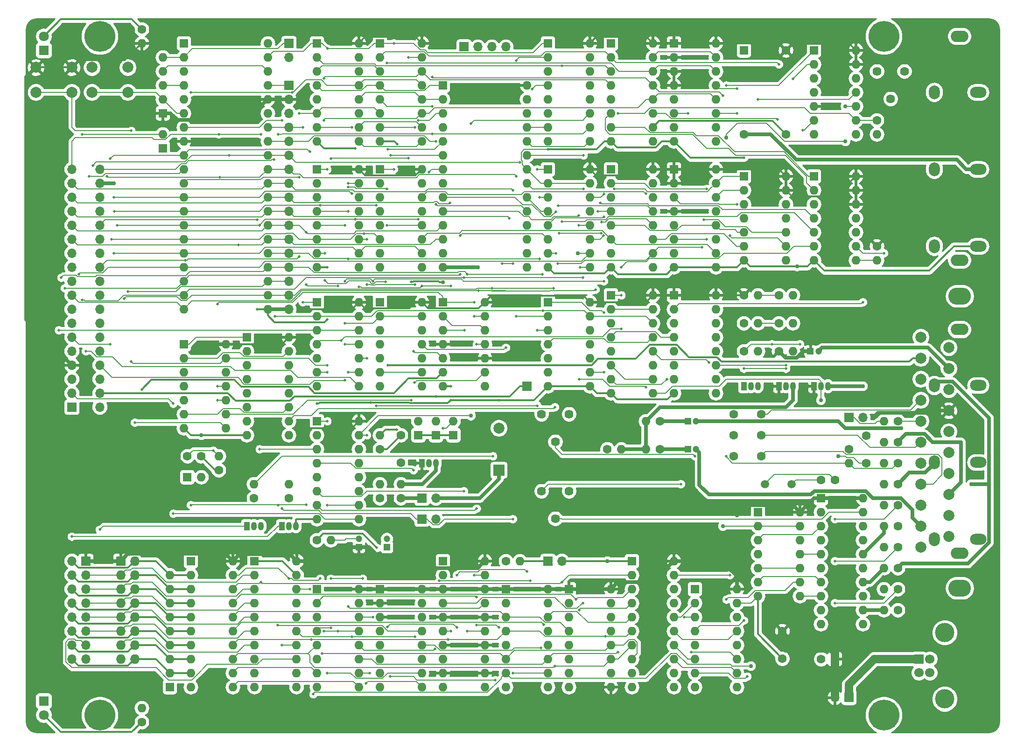
<source format=gbl>
G04 #@! TF.GenerationSoftware,KiCad,Pcbnew,(5.1.2-1)-1*
G04 #@! TF.CreationDate,2022-12-12T22:42:53+01:00*
G04 #@! TF.ProjectId,full,66756c6c-2e6b-4696-9361-645f70636258,rev?*
G04 #@! TF.SameCoordinates,Original*
G04 #@! TF.FileFunction,Copper,L2,Bot*
G04 #@! TF.FilePolarity,Positive*
%FSLAX46Y46*%
G04 Gerber Fmt 4.6, Leading zero omitted, Abs format (unit mm)*
G04 Created by KiCad (PCBNEW (5.1.2-1)-1) date 2022-12-12 22:42:53*
%MOMM*%
%LPD*%
G04 APERTURE LIST*
%ADD10C,1.800000*%
%ADD11R,1.800000X1.800000*%
%ADD12O,1.600000X1.600000*%
%ADD13C,1.600000*%
%ADD14O,3.200000X2.100000*%
%ADD15O,2.998980X1.998980*%
%ADD16O,1.998980X2.498980*%
%ADD17O,4.100000X3.100000*%
%ADD18C,1.998980*%
%ADD19O,1.700000X1.700000*%
%ADD20R,1.700000X1.700000*%
%ADD21C,1.500000*%
%ADD22C,5.600000*%
%ADD23C,1.620000*%
%ADD24C,1.200000*%
%ADD25R,1.200000X1.200000*%
%ADD26R,1.600000X1.600000*%
%ADD27C,2.000000*%
%ADD28R,2.000000X2.000000*%
%ADD29O,1.727200X1.727200*%
%ADD30R,1.727200X1.727200*%
%ADD31C,3.500000*%
%ADD32C,1.700000*%
%ADD33R,1.050000X1.500000*%
%ADD34O,1.050000X1.500000*%
%ADD35C,0.750000*%
%ADD36C,0.500000*%
%ADD37C,1.500000*%
%ADD38C,0.635000*%
%ADD39C,0.150000*%
%ADD40C,0.375000*%
%ADD41C,0.254000*%
G04 APERTURE END LIST*
D10*
X16510000Y-16510000D03*
D11*
X16510000Y-19050000D03*
D10*
X16510000Y-139700000D03*
D11*
X16510000Y-137160000D03*
D12*
X168910000Y-86360000D03*
D13*
X171450000Y-86360000D03*
D12*
X81280000Y-97790000D03*
D13*
X81280000Y-100330000D03*
D14*
X182626000Y-110363000D03*
X182626000Y-69723000D03*
D15*
X186014360Y-107823000D03*
D16*
X178054000Y-107823000D03*
D15*
X186014360Y-93853000D03*
D16*
X178054000Y-93853000D03*
D15*
X186014360Y-79883000D03*
D16*
X178054000Y-79883000D03*
D14*
X182626000Y-57150000D03*
X182626000Y-16510000D03*
D15*
X186014360Y-54610000D03*
D16*
X178054000Y-54610000D03*
D15*
X186014360Y-40640000D03*
D16*
X178054000Y-40640000D03*
D15*
X186014360Y-26670000D03*
D16*
X178054000Y-26670000D03*
D17*
X182679340Y-116669820D03*
X182679340Y-63670180D03*
D18*
X175600360Y-109220000D03*
X180680360Y-107315000D03*
X175600360Y-105410000D03*
X180680360Y-103505000D03*
X175600360Y-101600000D03*
X180680360Y-99695000D03*
X175600360Y-97790000D03*
X180680360Y-95885000D03*
X175600360Y-93980000D03*
X180680360Y-92075000D03*
X175600360Y-90170000D03*
X180680360Y-88265000D03*
X175600360Y-86360000D03*
X180680360Y-84455000D03*
X175600360Y-82550000D03*
X180680360Y-80645000D03*
X175600360Y-78740000D03*
X180680360Y-76835000D03*
X175600360Y-74930000D03*
X180680360Y-73025000D03*
X175600360Y-71120000D03*
D19*
X165100000Y-85725000D03*
D20*
X162560000Y-85725000D03*
D13*
X42585000Y-92710000D03*
X45085000Y-92710000D03*
X157520000Y-97028000D03*
X160020000Y-97028000D03*
X165735000Y-88980000D03*
X165735000Y-93980000D03*
D21*
X152200000Y-97790000D03*
X147320000Y-97790000D03*
D12*
X162560000Y-93980000D03*
D13*
X162560000Y-91440000D03*
X141685000Y-92710000D03*
X146685000Y-92710000D03*
X141685000Y-88900000D03*
X146685000Y-88900000D03*
X141685000Y-85090000D03*
X146685000Y-85090000D03*
D12*
X102870000Y-111760000D03*
D13*
X100330000Y-111760000D03*
D19*
X110490000Y-111760000D03*
D20*
X107950000Y-111760000D03*
D22*
X168910000Y-139700000D03*
X168910000Y-16510000D03*
X26670000Y-139700000D03*
X26670000Y-16510000D03*
D23*
X167640000Y-22860000D03*
X170140000Y-27860000D03*
X172640000Y-22860000D03*
X106807000Y-99060000D03*
X109307000Y-104060000D03*
X111807000Y-99060000D03*
X106807000Y-85090000D03*
X109307000Y-90090000D03*
X111807000Y-85090000D03*
D19*
X21590000Y-76200000D03*
X26670000Y-60960000D03*
X21590000Y-58420000D03*
X26670000Y-58420000D03*
X21590000Y-55880000D03*
X26670000Y-55880000D03*
X21590000Y-53340000D03*
X26670000Y-53340000D03*
X21590000Y-50800000D03*
X26670000Y-50800000D03*
X21590000Y-48260000D03*
X26670000Y-48260000D03*
X21590000Y-45720000D03*
X26670000Y-45720000D03*
X21590000Y-43180000D03*
X26670000Y-43180000D03*
X21590000Y-40640000D03*
X26670000Y-40640000D03*
X26670000Y-73660000D03*
X26670000Y-63500000D03*
X21590000Y-60960000D03*
X26670000Y-76200000D03*
X21590000Y-73660000D03*
X26670000Y-71120000D03*
X21590000Y-68580000D03*
X26670000Y-68580000D03*
X21590000Y-66040000D03*
X26670000Y-66040000D03*
X21590000Y-63500000D03*
D20*
X21590000Y-83820000D03*
D19*
X26670000Y-78740000D03*
X21590000Y-71120000D03*
X26670000Y-83820000D03*
X26670000Y-81280000D03*
X21590000Y-78740000D03*
X21590000Y-81280000D03*
D12*
X125730000Y-86360000D03*
D13*
X128270000Y-86360000D03*
D24*
X134850000Y-86360000D03*
D25*
X133350000Y-86360000D03*
D19*
X21590000Y-129540000D03*
X24130000Y-129540000D03*
X21590000Y-127000000D03*
X24130000Y-127000000D03*
X21590000Y-124460000D03*
X24130000Y-124460000D03*
X21590000Y-121920000D03*
X24130000Y-121920000D03*
X21590000Y-119380000D03*
X24130000Y-119380000D03*
X21590000Y-116840000D03*
X24130000Y-116840000D03*
X21590000Y-114300000D03*
X24130000Y-114300000D03*
X21590000Y-111760000D03*
D20*
X24130000Y-111760000D03*
D19*
X60960000Y-20320000D03*
D20*
X60960000Y-17780000D03*
D12*
X62357000Y-111760000D03*
X54737000Y-134620000D03*
X62357000Y-114300000D03*
X54737000Y-132080000D03*
X62357000Y-116840000D03*
X54737000Y-129540000D03*
X62357000Y-119380000D03*
X54737000Y-127000000D03*
X62357000Y-121920000D03*
X54737000Y-124460000D03*
X62357000Y-124460000D03*
X54737000Y-121920000D03*
X62357000Y-127000000D03*
X54737000Y-119380000D03*
X62357000Y-129540000D03*
X54737000Y-116840000D03*
X62357000Y-132080000D03*
X54737000Y-114300000D03*
X62357000Y-134620000D03*
D26*
X54737000Y-111760000D03*
D12*
X168910000Y-90170000D03*
D13*
X171450000Y-90170000D03*
D19*
X160020000Y-136525000D03*
D20*
X162560000Y-136525000D03*
D19*
X87630000Y-100330000D03*
D20*
X85090000Y-100330000D03*
D19*
X87630000Y-104140000D03*
D20*
X85090000Y-104140000D03*
X104140000Y-80010000D03*
D12*
X90805000Y-86360000D03*
D26*
X90805000Y-88900000D03*
D27*
X99060000Y-87650000D03*
D28*
X99060000Y-95250000D03*
D29*
X33020000Y-129540000D03*
X30480000Y-129540000D03*
X33020000Y-127000000D03*
X30480000Y-127000000D03*
X33020000Y-124460000D03*
X30480000Y-124460000D03*
X33020000Y-121920000D03*
X30480000Y-121920000D03*
X33020000Y-119380000D03*
X30480000Y-119380000D03*
X33020000Y-116840000D03*
X30480000Y-116840000D03*
X33020000Y-114300000D03*
X30480000Y-114300000D03*
X33020000Y-111760000D03*
D30*
X30480000Y-111760000D03*
D12*
X73660000Y-86360000D03*
X66040000Y-104140000D03*
X73660000Y-88900000D03*
X66040000Y-101600000D03*
X73660000Y-91440000D03*
X66040000Y-99060000D03*
X73660000Y-93980000D03*
X66040000Y-96520000D03*
X73660000Y-96520000D03*
X66040000Y-93980000D03*
X73660000Y-99060000D03*
X66040000Y-91440000D03*
X73660000Y-101600000D03*
X66040000Y-88900000D03*
X73660000Y-104140000D03*
D26*
X66040000Y-86360000D03*
D12*
X57150000Y-17780000D03*
X41910000Y-66040000D03*
X57150000Y-20320000D03*
X41910000Y-63500000D03*
X57150000Y-22860000D03*
X41910000Y-60960000D03*
X57150000Y-25400000D03*
X41910000Y-58420000D03*
X57150000Y-27940000D03*
X41910000Y-55880000D03*
X57150000Y-30480000D03*
X41910000Y-53340000D03*
X57150000Y-33020000D03*
X41910000Y-50800000D03*
X57150000Y-35560000D03*
X41910000Y-48260000D03*
X57150000Y-38100000D03*
X41910000Y-45720000D03*
X57150000Y-40640000D03*
X41910000Y-43180000D03*
X57150000Y-43180000D03*
X41910000Y-40640000D03*
X57150000Y-45720000D03*
X41910000Y-38100000D03*
X57150000Y-48260000D03*
X41910000Y-35560000D03*
X57150000Y-50800000D03*
X41910000Y-33020000D03*
X57150000Y-53340000D03*
X41910000Y-30480000D03*
X57150000Y-55880000D03*
X41910000Y-27940000D03*
X57150000Y-58420000D03*
X41910000Y-25400000D03*
X57150000Y-60960000D03*
X41910000Y-22860000D03*
X57150000Y-63500000D03*
X41910000Y-20320000D03*
X57150000Y-66040000D03*
D26*
X41910000Y-17780000D03*
D19*
X100330000Y-18415000D03*
X97790000Y-18415000D03*
X95250000Y-18415000D03*
D20*
X92710000Y-18415000D03*
D12*
X125730000Y-91440000D03*
D13*
X128270000Y-91440000D03*
D12*
X167640000Y-57150000D03*
D13*
X167640000Y-54610000D03*
D12*
X167640000Y-34290000D03*
D13*
X167640000Y-31750000D03*
D12*
X146050000Y-68580000D03*
D13*
X143510000Y-68580000D03*
D12*
X168910000Y-97790000D03*
D13*
X171450000Y-97790000D03*
D12*
X168910000Y-105410000D03*
D13*
X171450000Y-105410000D03*
D12*
X168910000Y-113030000D03*
D13*
X171450000Y-113030000D03*
D12*
X168910000Y-120650000D03*
D13*
X171450000Y-120650000D03*
D12*
X168910000Y-93980000D03*
D13*
X171450000Y-93980000D03*
D12*
X168910000Y-101600000D03*
D13*
X171450000Y-101600000D03*
D12*
X168910000Y-109220000D03*
D13*
X171450000Y-109220000D03*
D12*
X168910000Y-116840000D03*
D13*
X171450000Y-116840000D03*
D12*
X34290000Y-17780000D03*
D13*
X34290000Y-15240000D03*
D12*
X48260000Y-92710000D03*
D13*
X48260000Y-95250000D03*
D12*
X152400000Y-68580000D03*
D13*
X149860000Y-68580000D03*
D12*
X146050000Y-73660000D03*
D13*
X143510000Y-73660000D03*
D12*
X152400000Y-63500000D03*
D13*
X149860000Y-63500000D03*
D12*
X146050000Y-63500000D03*
D13*
X143510000Y-63500000D03*
D12*
X152400000Y-73660000D03*
D13*
X149860000Y-73660000D03*
D12*
X121285000Y-91440000D03*
D13*
X118745000Y-91440000D03*
D12*
X34290000Y-138430000D03*
D13*
X34290000Y-140970000D03*
D12*
X77470000Y-97790000D03*
D13*
X77470000Y-100330000D03*
D12*
X77470000Y-88900000D03*
D13*
X77470000Y-91440000D03*
D12*
X68580000Y-107950000D03*
D13*
X66040000Y-107950000D03*
D12*
X54610000Y-97790000D03*
D13*
X54610000Y-100330000D03*
D12*
X60960000Y-97790000D03*
D13*
X60960000Y-100330000D03*
X150495000Y-129460000D03*
X150495000Y-124460000D03*
X157520000Y-129540000D03*
D26*
X160020000Y-129540000D03*
D24*
X134850000Y-91440000D03*
D25*
X133350000Y-91440000D03*
D24*
X157075000Y-73660000D03*
D25*
X155575000Y-73660000D03*
D24*
X78740000Y-107720000D03*
D25*
X78740000Y-109220000D03*
D13*
X81280000Y-93900000D03*
X81280000Y-88900000D03*
D24*
X73660000Y-107720000D03*
D25*
X73660000Y-109220000D03*
D12*
X60960000Y-71120000D03*
X53340000Y-88900000D03*
X60960000Y-73660000D03*
X53340000Y-86360000D03*
X60960000Y-76200000D03*
X53340000Y-83820000D03*
X60960000Y-78740000D03*
X53340000Y-81280000D03*
X60960000Y-81280000D03*
X53340000Y-78740000D03*
X60960000Y-83820000D03*
X53340000Y-76200000D03*
X60960000Y-86360000D03*
X53340000Y-73660000D03*
X60960000Y-88900000D03*
D26*
X53340000Y-71120000D03*
D27*
X25250000Y-26670000D03*
X25250000Y-22170000D03*
X31750000Y-26670000D03*
X31750000Y-22170000D03*
X15090000Y-26670000D03*
X15090000Y-22170000D03*
X21590000Y-26670000D03*
X21590000Y-22170000D03*
D31*
X179970000Y-136810000D03*
X179970000Y-124770000D03*
D32*
X177260000Y-129540000D03*
X177260000Y-132040000D03*
X175260000Y-132040000D03*
D20*
X175260000Y-129540000D03*
D12*
X45085000Y-96520000D03*
D26*
X42545000Y-96520000D03*
D12*
X87630000Y-86360000D03*
D26*
X87630000Y-88900000D03*
D12*
X84455000Y-86360000D03*
D26*
X84455000Y-88900000D03*
D12*
X38100000Y-34290000D03*
D26*
X38100000Y-36830000D03*
D12*
X39370000Y-114300000D03*
X39370000Y-116840000D03*
X39370000Y-119380000D03*
X39370000Y-121920000D03*
X39370000Y-124460000D03*
X39370000Y-127000000D03*
X39370000Y-129540000D03*
X39370000Y-132080000D03*
D26*
X39370000Y-134620000D03*
D12*
X85090000Y-17780000D03*
X77470000Y-35560000D03*
X85090000Y-20320000D03*
X77470000Y-33020000D03*
X85090000Y-22860000D03*
X77470000Y-30480000D03*
X85090000Y-25400000D03*
X77470000Y-27940000D03*
X85090000Y-27940000D03*
X77470000Y-25400000D03*
X85090000Y-30480000D03*
X77470000Y-22860000D03*
X85090000Y-33020000D03*
X77470000Y-20320000D03*
X85090000Y-35560000D03*
D26*
X77470000Y-17780000D03*
D12*
X85090000Y-40640000D03*
X77470000Y-58420000D03*
X85090000Y-43180000D03*
X77470000Y-55880000D03*
X85090000Y-45720000D03*
X77470000Y-53340000D03*
X85090000Y-48260000D03*
X77470000Y-50800000D03*
X85090000Y-50800000D03*
X77470000Y-48260000D03*
X85090000Y-53340000D03*
X77470000Y-45720000D03*
X85090000Y-55880000D03*
X77470000Y-43180000D03*
X85090000Y-58420000D03*
D26*
X77470000Y-40640000D03*
D12*
X165100000Y-100330000D03*
X157480000Y-123190000D03*
X165100000Y-102870000D03*
X157480000Y-120650000D03*
X165100000Y-105410000D03*
X157480000Y-118110000D03*
X165100000Y-107950000D03*
X157480000Y-115570000D03*
X165100000Y-110490000D03*
X157480000Y-113030000D03*
X165100000Y-113030000D03*
X157480000Y-110490000D03*
X165100000Y-115570000D03*
X157480000Y-107950000D03*
X165100000Y-118110000D03*
X157480000Y-105410000D03*
X165100000Y-120650000D03*
X157480000Y-102870000D03*
X165100000Y-123190000D03*
D26*
X157480000Y-100330000D03*
D12*
X153670000Y-102870000D03*
X146050000Y-118110000D03*
X153670000Y-105410000D03*
X146050000Y-115570000D03*
X153670000Y-107950000D03*
X146050000Y-113030000D03*
X153670000Y-110490000D03*
X146050000Y-110490000D03*
X153670000Y-113030000D03*
X146050000Y-107950000D03*
X153670000Y-115570000D03*
X146050000Y-105410000D03*
X153670000Y-118110000D03*
D26*
X146050000Y-102870000D03*
D12*
X142240000Y-116840000D03*
X134620000Y-134620000D03*
X142240000Y-119380000D03*
X134620000Y-132080000D03*
X142240000Y-121920000D03*
X134620000Y-129540000D03*
X142240000Y-124460000D03*
X134620000Y-127000000D03*
X142240000Y-127000000D03*
X134620000Y-124460000D03*
X142240000Y-129540000D03*
X134620000Y-121920000D03*
X142240000Y-132080000D03*
X134620000Y-119380000D03*
X142240000Y-134620000D03*
D26*
X134620000Y-116840000D03*
D12*
X130810000Y-111760000D03*
X123190000Y-134620000D03*
X130810000Y-114300000D03*
X123190000Y-132080000D03*
X130810000Y-116840000D03*
X123190000Y-129540000D03*
X130810000Y-119380000D03*
X123190000Y-127000000D03*
X130810000Y-121920000D03*
X123190000Y-124460000D03*
X130810000Y-124460000D03*
X123190000Y-121920000D03*
X130810000Y-127000000D03*
X123190000Y-119380000D03*
X130810000Y-129540000D03*
X123190000Y-116840000D03*
X130810000Y-132080000D03*
X123190000Y-114300000D03*
X130810000Y-134620000D03*
D26*
X123190000Y-111760000D03*
D12*
X73660000Y-17780000D03*
X66040000Y-35560000D03*
X73660000Y-20320000D03*
X66040000Y-33020000D03*
X73660000Y-22860000D03*
X66040000Y-30480000D03*
X73660000Y-25400000D03*
X66040000Y-27940000D03*
X73660000Y-27940000D03*
X66040000Y-25400000D03*
X73660000Y-30480000D03*
X66040000Y-22860000D03*
X73660000Y-33020000D03*
X66040000Y-20320000D03*
X73660000Y-35560000D03*
D26*
X66040000Y-17780000D03*
D12*
X73660000Y-40640000D03*
X66040000Y-58420000D03*
X73660000Y-43180000D03*
X66040000Y-55880000D03*
X73660000Y-45720000D03*
X66040000Y-53340000D03*
X73660000Y-48260000D03*
X66040000Y-50800000D03*
X73660000Y-50800000D03*
X66040000Y-48260000D03*
X73660000Y-53340000D03*
X66040000Y-45720000D03*
X73660000Y-55880000D03*
X66040000Y-43180000D03*
X73660000Y-58420000D03*
D26*
X66040000Y-40640000D03*
D12*
X163830000Y-19050000D03*
X156210000Y-34290000D03*
X163830000Y-21590000D03*
X156210000Y-31750000D03*
X163830000Y-24130000D03*
X156210000Y-29210000D03*
X163830000Y-26670000D03*
X156210000Y-26670000D03*
X163830000Y-29210000D03*
X156210000Y-24130000D03*
X163830000Y-31750000D03*
X156210000Y-21590000D03*
X163830000Y-34290000D03*
D26*
X156210000Y-19050000D03*
D12*
X138430000Y-63500000D03*
X130810000Y-81280000D03*
X138430000Y-66040000D03*
X130810000Y-78740000D03*
X138430000Y-68580000D03*
X130810000Y-76200000D03*
X138430000Y-71120000D03*
X130810000Y-73660000D03*
X138430000Y-73660000D03*
X130810000Y-71120000D03*
X138430000Y-76200000D03*
X130810000Y-68580000D03*
X138430000Y-78740000D03*
X130810000Y-66040000D03*
X138430000Y-81280000D03*
D26*
X130810000Y-63500000D03*
D12*
X138430000Y-40640000D03*
X130810000Y-58420000D03*
X138430000Y-43180000D03*
X130810000Y-55880000D03*
X138430000Y-45720000D03*
X130810000Y-53340000D03*
X138430000Y-48260000D03*
X130810000Y-50800000D03*
X138430000Y-50800000D03*
X130810000Y-48260000D03*
X138430000Y-53340000D03*
X130810000Y-45720000D03*
X138430000Y-55880000D03*
X130810000Y-43180000D03*
X138430000Y-58420000D03*
D26*
X130810000Y-40640000D03*
D12*
X127000000Y-40640000D03*
X119380000Y-58420000D03*
X127000000Y-43180000D03*
X119380000Y-55880000D03*
X127000000Y-45720000D03*
X119380000Y-53340000D03*
X127000000Y-48260000D03*
X119380000Y-50800000D03*
X127000000Y-50800000D03*
X119380000Y-48260000D03*
X127000000Y-53340000D03*
X119380000Y-45720000D03*
X127000000Y-55880000D03*
X119380000Y-43180000D03*
X127000000Y-58420000D03*
D26*
X119380000Y-40640000D03*
D12*
X138430000Y-17780000D03*
X130810000Y-35560000D03*
X138430000Y-20320000D03*
X130810000Y-33020000D03*
X138430000Y-22860000D03*
X130810000Y-30480000D03*
X138430000Y-25400000D03*
X130810000Y-27940000D03*
X138430000Y-27940000D03*
X130810000Y-25400000D03*
X138430000Y-30480000D03*
X130810000Y-22860000D03*
X138430000Y-33020000D03*
X130810000Y-20320000D03*
X138430000Y-35560000D03*
D26*
X130810000Y-17780000D03*
D12*
X115570000Y-64770000D03*
X107950000Y-80010000D03*
X115570000Y-67310000D03*
X107950000Y-77470000D03*
X115570000Y-69850000D03*
X107950000Y-74930000D03*
X115570000Y-72390000D03*
X107950000Y-72390000D03*
X115570000Y-74930000D03*
X107950000Y-69850000D03*
X115570000Y-77470000D03*
X107950000Y-67310000D03*
X115570000Y-80010000D03*
D26*
X107950000Y-64770000D03*
D12*
X85090000Y-64770000D03*
X77470000Y-80010000D03*
X85090000Y-67310000D03*
X77470000Y-77470000D03*
X85090000Y-69850000D03*
X77470000Y-74930000D03*
X85090000Y-72390000D03*
X77470000Y-72390000D03*
X85090000Y-74930000D03*
X77470000Y-69850000D03*
X85090000Y-77470000D03*
X77470000Y-67310000D03*
X85090000Y-80010000D03*
D26*
X77470000Y-64770000D03*
D12*
X96520000Y-64770000D03*
X88900000Y-80010000D03*
X96520000Y-67310000D03*
X88900000Y-77470000D03*
X96520000Y-69850000D03*
X88900000Y-74930000D03*
X96520000Y-72390000D03*
X88900000Y-72390000D03*
X96520000Y-74930000D03*
X88900000Y-69850000D03*
X96520000Y-77470000D03*
X88900000Y-67310000D03*
X96520000Y-80010000D03*
D26*
X88900000Y-64770000D03*
D12*
X73660000Y-64770000D03*
X66040000Y-80010000D03*
X73660000Y-67310000D03*
X66040000Y-77470000D03*
X73660000Y-69850000D03*
X66040000Y-74930000D03*
X73660000Y-72390000D03*
X66040000Y-72390000D03*
X73660000Y-74930000D03*
X66040000Y-69850000D03*
X73660000Y-77470000D03*
X66040000Y-67310000D03*
X73660000Y-80010000D03*
D26*
X66040000Y-64770000D03*
D12*
X49530000Y-72390000D03*
X41910000Y-87630000D03*
X49530000Y-74930000D03*
X41910000Y-85090000D03*
X49530000Y-77470000D03*
X41910000Y-82550000D03*
X49530000Y-80010000D03*
X41910000Y-80010000D03*
X49530000Y-82550000D03*
X41910000Y-77470000D03*
X49530000Y-85090000D03*
X41910000Y-74930000D03*
X49530000Y-87630000D03*
D26*
X41910000Y-72390000D03*
D12*
X115570000Y-17780000D03*
X107950000Y-35560000D03*
X115570000Y-20320000D03*
X107950000Y-33020000D03*
X115570000Y-22860000D03*
X107950000Y-30480000D03*
X115570000Y-25400000D03*
X107950000Y-27940000D03*
X115570000Y-27940000D03*
X107950000Y-25400000D03*
X115570000Y-30480000D03*
X107950000Y-22860000D03*
X115570000Y-33020000D03*
X107950000Y-20320000D03*
X115570000Y-35560000D03*
D26*
X107950000Y-17780000D03*
D12*
X115570000Y-40640000D03*
X107950000Y-58420000D03*
X115570000Y-43180000D03*
X107950000Y-55880000D03*
X115570000Y-45720000D03*
X107950000Y-53340000D03*
X115570000Y-48260000D03*
X107950000Y-50800000D03*
X115570000Y-50800000D03*
X107950000Y-48260000D03*
X115570000Y-53340000D03*
X107950000Y-45720000D03*
X115570000Y-55880000D03*
X107950000Y-43180000D03*
X115570000Y-58420000D03*
D26*
X107950000Y-40640000D03*
D12*
X104140000Y-25400000D03*
X88900000Y-58420000D03*
X104140000Y-27940000D03*
X88900000Y-55880000D03*
X104140000Y-30480000D03*
X88900000Y-53340000D03*
X104140000Y-33020000D03*
X88900000Y-50800000D03*
X104140000Y-35560000D03*
X88900000Y-48260000D03*
X104140000Y-38100000D03*
X88900000Y-45720000D03*
X104140000Y-40640000D03*
X88900000Y-43180000D03*
X104140000Y-43180000D03*
X88900000Y-40640000D03*
X104140000Y-45720000D03*
X88900000Y-38100000D03*
X104140000Y-48260000D03*
X88900000Y-35560000D03*
X104140000Y-50800000D03*
X88900000Y-33020000D03*
X104140000Y-53340000D03*
X88900000Y-30480000D03*
X104140000Y-55880000D03*
X88900000Y-27940000D03*
X104140000Y-58420000D03*
D26*
X88900000Y-25400000D03*
D12*
X38100000Y-20320000D03*
X38100000Y-22860000D03*
X38100000Y-25400000D03*
X38100000Y-27940000D03*
D26*
X38100000Y-30480000D03*
D19*
X60960000Y-66040000D03*
X60960000Y-63500000D03*
X60960000Y-60960000D03*
X60960000Y-58420000D03*
X60960000Y-55880000D03*
X60960000Y-53340000D03*
X60960000Y-50800000D03*
X60960000Y-48260000D03*
X60960000Y-45720000D03*
X60960000Y-43180000D03*
X60960000Y-40640000D03*
X60960000Y-38100000D03*
X60960000Y-35560000D03*
X60960000Y-33020000D03*
X60960000Y-30480000D03*
X60960000Y-27940000D03*
D20*
X60960000Y-25400000D03*
D12*
X73660000Y-116840000D03*
X66040000Y-134620000D03*
X73660000Y-119380000D03*
X66040000Y-132080000D03*
X73660000Y-121920000D03*
X66040000Y-129540000D03*
X73660000Y-124460000D03*
X66040000Y-127000000D03*
X73660000Y-127000000D03*
X66040000Y-124460000D03*
X73660000Y-129540000D03*
X66040000Y-121920000D03*
X73660000Y-132080000D03*
X66040000Y-119380000D03*
X73660000Y-134620000D03*
D26*
X66040000Y-116840000D03*
D12*
X85090000Y-116840000D03*
X77470000Y-134620000D03*
X85090000Y-119380000D03*
X77470000Y-132080000D03*
X85090000Y-121920000D03*
X77470000Y-129540000D03*
X85090000Y-124460000D03*
X77470000Y-127000000D03*
X85090000Y-127000000D03*
X77470000Y-124460000D03*
X85090000Y-129540000D03*
X77470000Y-121920000D03*
X85090000Y-132080000D03*
X77470000Y-119380000D03*
X85090000Y-134620000D03*
D26*
X77470000Y-116840000D03*
D12*
X107950000Y-116840000D03*
X100330000Y-134620000D03*
X107950000Y-119380000D03*
X100330000Y-132080000D03*
X107950000Y-121920000D03*
X100330000Y-129540000D03*
X107950000Y-124460000D03*
X100330000Y-127000000D03*
X107950000Y-127000000D03*
X100330000Y-124460000D03*
X107950000Y-129540000D03*
X100330000Y-121920000D03*
X107950000Y-132080000D03*
X100330000Y-119380000D03*
X107950000Y-134620000D03*
D26*
X100330000Y-116840000D03*
D12*
X127000000Y-63500000D03*
X119380000Y-81280000D03*
X127000000Y-66040000D03*
X119380000Y-78740000D03*
X127000000Y-68580000D03*
X119380000Y-76200000D03*
X127000000Y-71120000D03*
X119380000Y-73660000D03*
X127000000Y-73660000D03*
X119380000Y-71120000D03*
X127000000Y-76200000D03*
X119380000Y-68580000D03*
X127000000Y-78740000D03*
X119380000Y-66040000D03*
X127000000Y-81280000D03*
D26*
X119380000Y-63500000D03*
D12*
X163830000Y-41910000D03*
X156210000Y-57150000D03*
X163830000Y-44450000D03*
X156210000Y-54610000D03*
X163830000Y-46990000D03*
X156210000Y-52070000D03*
X163830000Y-49530000D03*
X156210000Y-49530000D03*
X163830000Y-52070000D03*
X156210000Y-46990000D03*
X163830000Y-54610000D03*
X156210000Y-44450000D03*
X163830000Y-57150000D03*
D26*
X156210000Y-41910000D03*
D12*
X119380000Y-116840000D03*
X111760000Y-134620000D03*
X119380000Y-119380000D03*
X111760000Y-132080000D03*
X119380000Y-121920000D03*
X111760000Y-129540000D03*
X119380000Y-124460000D03*
X111760000Y-127000000D03*
X119380000Y-127000000D03*
X111760000Y-124460000D03*
X119380000Y-129540000D03*
X111760000Y-121920000D03*
X119380000Y-132080000D03*
X111760000Y-119380000D03*
X119380000Y-134620000D03*
D26*
X111760000Y-116840000D03*
D12*
X50800000Y-111760000D03*
X43180000Y-134620000D03*
X50800000Y-114300000D03*
X43180000Y-132080000D03*
X50800000Y-116840000D03*
X43180000Y-129540000D03*
X50800000Y-119380000D03*
X43180000Y-127000000D03*
X50800000Y-121920000D03*
X43180000Y-124460000D03*
X50800000Y-124460000D03*
X43180000Y-121920000D03*
X50800000Y-127000000D03*
X43180000Y-119380000D03*
X50800000Y-129540000D03*
X43180000Y-116840000D03*
X50800000Y-132080000D03*
X43180000Y-114300000D03*
X50800000Y-134620000D03*
D26*
X43180000Y-111760000D03*
D12*
X151130000Y-41910000D03*
X143510000Y-57150000D03*
X151130000Y-44450000D03*
X143510000Y-54610000D03*
X151130000Y-46990000D03*
X143510000Y-52070000D03*
X151130000Y-49530000D03*
X143510000Y-49530000D03*
X151130000Y-52070000D03*
X143510000Y-46990000D03*
X151130000Y-54610000D03*
X143510000Y-44450000D03*
X151130000Y-57150000D03*
D26*
X143510000Y-41910000D03*
D12*
X127000000Y-17780000D03*
X119380000Y-35560000D03*
X127000000Y-20320000D03*
X119380000Y-33020000D03*
X127000000Y-22860000D03*
X119380000Y-30480000D03*
X127000000Y-25400000D03*
X119380000Y-27940000D03*
X127000000Y-27940000D03*
X119380000Y-25400000D03*
X127000000Y-30480000D03*
X119380000Y-22860000D03*
X127000000Y-33020000D03*
X119380000Y-20320000D03*
X127000000Y-35560000D03*
D26*
X119380000Y-17780000D03*
D12*
X96520000Y-111760000D03*
X88900000Y-134620000D03*
X96520000Y-114300000D03*
X88900000Y-132080000D03*
X96520000Y-116840000D03*
X88900000Y-129540000D03*
X96520000Y-119380000D03*
X88900000Y-127000000D03*
X96520000Y-121920000D03*
X88900000Y-124460000D03*
X96520000Y-124460000D03*
X88900000Y-121920000D03*
X96520000Y-127000000D03*
X88900000Y-119380000D03*
X96520000Y-129540000D03*
X88900000Y-116840000D03*
X96520000Y-132080000D03*
X88900000Y-114300000D03*
X96520000Y-134620000D03*
D26*
X88900000Y-111760000D03*
D33*
X156210000Y-80010000D03*
D34*
X158750000Y-80010000D03*
X157480000Y-80010000D03*
D13*
X143510000Y-34290000D03*
X151130000Y-34290000D03*
X151130000Y-19050000D03*
D26*
X143510000Y-19050000D03*
D33*
X149860000Y-80010000D03*
D34*
X152400000Y-80010000D03*
X151130000Y-80010000D03*
D33*
X143510000Y-80010000D03*
D34*
X146050000Y-80010000D03*
X144780000Y-80010000D03*
D33*
X85090000Y-93980000D03*
D34*
X87630000Y-93980000D03*
X86360000Y-93980000D03*
D33*
X53340000Y-105410000D03*
D34*
X55880000Y-105410000D03*
X54610000Y-105410000D03*
D33*
X59690000Y-105410000D03*
D34*
X62230000Y-105410000D03*
X60960000Y-105410000D03*
D35*
X167005000Y-85725000D03*
D36*
X86360000Y-111760000D03*
X63500000Y-66040000D03*
X63500000Y-71120000D03*
X64135000Y-87630000D03*
D35*
X40787501Y-31732501D03*
X46990000Y-31750000D03*
X46990000Y-72390000D03*
X46943899Y-110443899D03*
X142240000Y-103505000D03*
D36*
X90805000Y-74930000D03*
X90805000Y-72390000D03*
X86995000Y-72390000D03*
X86847501Y-65839999D03*
X104140000Y-13970000D03*
D35*
X29210000Y-43180000D03*
D36*
X66040000Y-83185000D03*
X90370001Y-82550000D03*
X90370001Y-80010000D03*
X75802490Y-83010000D03*
X143510000Y-38560000D03*
X107950000Y-37030001D03*
X73025000Y-36830000D03*
X99060000Y-82550000D03*
D35*
X45085000Y-88900000D03*
X118745000Y-111760000D03*
X153182499Y-58272501D03*
D36*
X76919999Y-109379104D03*
X142240000Y-30480000D03*
X142240000Y-26035000D03*
X156007000Y-38938000D03*
X83185000Y-61070010D03*
X55219999Y-66040000D03*
X80645000Y-36110001D03*
X67945000Y-67945000D03*
X67970001Y-58420000D03*
X167843000Y-38938000D03*
D35*
X88900000Y-61195010D03*
X95250000Y-58420000D03*
D36*
X114427000Y-44196000D03*
X113792000Y-58420000D03*
X109424761Y-55879985D03*
X109423373Y-48387000D03*
X114427000Y-38100000D03*
X84470540Y-31750000D03*
X83820000Y-33020000D03*
X72390000Y-33020000D03*
X113556974Y-49044989D03*
X113554990Y-50800000D03*
X71755000Y-48260000D03*
X71755000Y-43914989D03*
X78740000Y-44249999D03*
X78940001Y-37030001D03*
X78740000Y-50800000D03*
X86360000Y-41190001D03*
X79449999Y-38100000D03*
X67510001Y-60785000D03*
X67510001Y-55880000D03*
X78486000Y-61087000D03*
X73660000Y-61979999D03*
X85090000Y-61849000D03*
X90370001Y-61849000D03*
X105104276Y-26088768D03*
X78940001Y-76200000D03*
X33020000Y-86619999D03*
X59690000Y-102235000D03*
X101600000Y-104140000D03*
X97990001Y-92710000D03*
X120650000Y-128270000D03*
X51860001Y-54400001D03*
X67050001Y-128529999D03*
X67310000Y-124460000D03*
X64135000Y-52070000D03*
X64135000Y-61595000D03*
X69850000Y-61880001D03*
X69850000Y-124460000D03*
X100965000Y-49530000D03*
X109220000Y-130810000D03*
X83569999Y-95250000D03*
X90170000Y-46789999D03*
X65029999Y-125989999D03*
X89910001Y-125989999D03*
X118369999Y-125470001D03*
X101600000Y-44450000D03*
X107235097Y-123328315D03*
X27940000Y-41910000D03*
X48469999Y-42119999D03*
X113665000Y-120650000D03*
X102235000Y-41910000D03*
X25400000Y-40005000D03*
X50165000Y-38100000D03*
X113030000Y-118745000D03*
X102870000Y-39370000D03*
X110490000Y-115570000D03*
X55880000Y-115570000D03*
X87630000Y-46990000D03*
X55245000Y-49789999D03*
X87630000Y-35560000D03*
X95049999Y-102235000D03*
X95049999Y-72390000D03*
X92710000Y-99060000D03*
X92820010Y-69850000D03*
X109220000Y-83820000D03*
X110490000Y-21849999D03*
X110490000Y-50165000D03*
X149860000Y-21590000D03*
X67310000Y-24130000D03*
X86998027Y-23929999D03*
X86995000Y-29210000D03*
X139700000Y-27305000D03*
X67310000Y-31750000D03*
X78740000Y-21389999D03*
X140970000Y-52705000D03*
X125730000Y-45085000D03*
X118110000Y-60960000D03*
X76200000Y-60960000D03*
X71120000Y-50800000D03*
X71120000Y-60960000D03*
X75130001Y-53340000D03*
X75130001Y-61595000D03*
X83820000Y-61595000D03*
X118102230Y-52712770D03*
X118110000Y-49329999D03*
X120015000Y-44249999D03*
X118110000Y-45169999D03*
X136747230Y-44212230D03*
X109855000Y-47244000D03*
X117043635Y-48259966D03*
X118110000Y-66675000D03*
X83185000Y-82550000D03*
X83619999Y-73660000D03*
X132080000Y-97790000D03*
X29210000Y-45720000D03*
X72390000Y-125529999D03*
X83820000Y-125529999D03*
X72390000Y-45085000D03*
X62865000Y-42110001D03*
X62865000Y-30480000D03*
X62865000Y-56515000D03*
X42164000Y-57150000D03*
X24765000Y-41910000D03*
X43180000Y-26670000D03*
X61595000Y-26670000D03*
X28575000Y-38735000D03*
X64770000Y-37465000D03*
X64770000Y-116840000D03*
X19685000Y-60325000D03*
X93345000Y-59690000D03*
X93345000Y-124460000D03*
X106981990Y-59690000D03*
X71755000Y-56899999D03*
X71755000Y-77470000D03*
X106479999Y-56899999D03*
X106479999Y-45720000D03*
X71755000Y-120015000D03*
X63500000Y-64770000D03*
X63500000Y-33020000D03*
X64142770Y-101592230D03*
X43180000Y-101600000D03*
X59690000Y-127000000D03*
X59055000Y-101600000D03*
X58954999Y-123390001D03*
X34290000Y-80645000D03*
X116586000Y-62484000D03*
X95389991Y-62725009D03*
X114300000Y-60325000D03*
X92710000Y-60325000D03*
X23495000Y-64385011D03*
X90370001Y-124460000D03*
X92075000Y-52705000D03*
X20320000Y-62230000D03*
X92075000Y-59690000D03*
X22860000Y-59690000D03*
X114300000Y-119380000D03*
D35*
X113429990Y-55880000D03*
D36*
X29269184Y-55880000D03*
X28809184Y-53366731D03*
X74670001Y-52329999D03*
X29845000Y-50800000D03*
X73025000Y-49730001D03*
X84455000Y-49730001D03*
X55679999Y-91440000D03*
X55629830Y-50825368D03*
X29320010Y-48260000D03*
X66675000Y-47190001D03*
X76835000Y-47190001D03*
X28582770Y-72397770D03*
X31750000Y-62865000D03*
X59055000Y-34290000D03*
X86969989Y-34264989D03*
X108966000Y-62230000D03*
X97790000Y-62230000D03*
X31115000Y-64135000D03*
X100330000Y-73025000D03*
X71755000Y-43180000D03*
X70485000Y-71755000D03*
X121285000Y-69649999D03*
X121285000Y-63500000D03*
X75647305Y-132080000D03*
X79375000Y-132715000D03*
X98425000Y-133350000D03*
X101600000Y-132080000D03*
X106680000Y-127550001D03*
X47249999Y-91699999D03*
X48009999Y-82550000D03*
X143510000Y-76835000D03*
X151130000Y-76835000D03*
X58420000Y-67310000D03*
X107055001Y-66299999D03*
X58293000Y-38862000D03*
X146050000Y-27940000D03*
X120650000Y-30480000D03*
X95049999Y-118310001D03*
X95049999Y-123390001D03*
X99060000Y-123825000D03*
X93980000Y-32385000D03*
X104140000Y-113665000D03*
X91440000Y-114300000D03*
X91440000Y-123825000D03*
X78860171Y-123704829D03*
X74362500Y-114935000D03*
X68580000Y-114935000D03*
X68580000Y-123909999D03*
X101600000Y-57819999D03*
X99695000Y-57819999D03*
X102235000Y-20929998D03*
D35*
X93980000Y-85349999D03*
D36*
X94615000Y-114300000D03*
X75130001Y-74930000D03*
X75130001Y-88900000D03*
X135890000Y-54810001D03*
X136287229Y-49800229D03*
X109744990Y-57819999D03*
X87509829Y-127755171D03*
X88265000Y-115369999D03*
X104740001Y-115369999D03*
X102235000Y-67310000D03*
X118110000Y-77470000D03*
X117503636Y-46736000D03*
X149659999Y-31623000D03*
X142240000Y-46990000D03*
X110030000Y-52270001D03*
X117602000Y-52270001D03*
X117729000Y-50249999D03*
X76200000Y-121920000D03*
X76835000Y-83609999D03*
X106045000Y-69850000D03*
X106045000Y-83566000D03*
X133350000Y-30480000D03*
X136747229Y-53340000D03*
X129540000Y-78740000D03*
X137160000Y-75692000D03*
D35*
X144780000Y-130810000D03*
D36*
X65405000Y-135890000D03*
D35*
X139700000Y-105410000D03*
X140335000Y-34925000D03*
X161925000Y-35560000D03*
X161925000Y-29210000D03*
D36*
X121285000Y-58420000D03*
X74937306Y-133993234D03*
X67945000Y-132080000D03*
X82674999Y-20320000D03*
X67945000Y-77470000D03*
X68580000Y-38735000D03*
X82674999Y-38610001D03*
X113665000Y-78740000D03*
X125730000Y-80210001D03*
X165100000Y-64770000D03*
X55880000Y-34290000D03*
X94615000Y-64770000D03*
X94615000Y-67310000D03*
X48009999Y-80010000D03*
X48260000Y-34290000D03*
X48009999Y-65154999D03*
X68000001Y-18790001D03*
X67945000Y-40640000D03*
X80010000Y-40640000D03*
X80010000Y-17780000D03*
X106045000Y-40640000D03*
X24130000Y-73660000D03*
X19225000Y-69850000D03*
X71120000Y-78940001D03*
X71120000Y-72390000D03*
X71120000Y-68580000D03*
X87630000Y-81915000D03*
X40005000Y-103129999D03*
X40005000Y-83185000D03*
X67945000Y-86360000D03*
X67945000Y-101600000D03*
X21590000Y-107315000D03*
X23495000Y-34290000D03*
X26670000Y-106045000D03*
D35*
X184754360Y-97790000D03*
D36*
X67945000Y-76200000D03*
X32385000Y-75565000D03*
X32385000Y-33655000D03*
X80518000Y-87884000D03*
X132722770Y-121927770D03*
X144145000Y-132715000D03*
X140335000Y-118745000D03*
X143510000Y-122555000D03*
X83812230Y-79382770D03*
D35*
X165100000Y-80010000D03*
D36*
X140970000Y-114300000D03*
X133985000Y-128270000D03*
X88900000Y-87630000D03*
X134620000Y-92710000D03*
X59690000Y-31750000D03*
X168910000Y-55880000D03*
X66675000Y-114935000D03*
X60960000Y-114935000D03*
D35*
X172085000Y-87630000D03*
X157480000Y-82550000D03*
X160655000Y-92710000D03*
D36*
X140335000Y-92710000D03*
X160020000Y-119380000D03*
X160020000Y-111760000D03*
X160020000Y-104140000D03*
X148590000Y-72390000D03*
X154178000Y-33528000D03*
X153670000Y-72390000D03*
X140327230Y-25407770D03*
X151130000Y-76200000D03*
X152400000Y-24268630D03*
D37*
X160020000Y-129540000D02*
X160020000Y-136525000D01*
X159385000Y-127635000D02*
X151130000Y-127635000D01*
X150495000Y-127000000D02*
X150495000Y-124460000D01*
X151130000Y-127635000D02*
X150495000Y-127000000D01*
X160020000Y-128270000D02*
X159385000Y-127635000D01*
X160020000Y-129540000D02*
X160020000Y-128270000D01*
D38*
X24130000Y-111760000D02*
X30480000Y-111760000D01*
X119380000Y-116840000D02*
X100330000Y-116840000D01*
X100330000Y-116840000D02*
X73660000Y-116840000D01*
D39*
X88900000Y-121920000D02*
X96520000Y-121920000D01*
X88900000Y-127000000D02*
X96520000Y-127000000D01*
X88900000Y-132080000D02*
X96520000Y-132080000D01*
D38*
X154340000Y-73660000D02*
X155575000Y-73660000D01*
X153087499Y-74912501D02*
X154340000Y-73660000D01*
X151112501Y-74912501D02*
X153087499Y-74912501D01*
X149860000Y-73660000D02*
X151112501Y-74912501D01*
D40*
X21590000Y-22170000D02*
X15090000Y-22170000D01*
D38*
X57150000Y-27940000D02*
X60960000Y-27940000D01*
X21590000Y-76200000D02*
X13335000Y-67945000D01*
X13335000Y-23925000D02*
X15090000Y-22170000D01*
X13335000Y-67945000D02*
X13335000Y-23925000D01*
X50000001Y-110960001D02*
X50800000Y-111760000D01*
X49483899Y-110443899D02*
X50000001Y-110960001D01*
X30480000Y-111760000D02*
X31796101Y-110443899D01*
X61557001Y-110960001D02*
X62357000Y-111760000D01*
X61104499Y-110507499D02*
X61557001Y-110960001D01*
X52052501Y-110507499D02*
X61104499Y-110507499D01*
X50800000Y-111760000D02*
X52052501Y-110507499D01*
X62357000Y-111760000D02*
X69215000Y-111760000D01*
X71755000Y-109220000D02*
X73660000Y-109220000D01*
X69215000Y-111760000D02*
X71755000Y-109220000D01*
X95720001Y-112559999D02*
X96520000Y-111760000D01*
X95250000Y-113030000D02*
X95720001Y-112559999D01*
X87630000Y-113030000D02*
X95250000Y-113030000D01*
X75565000Y-109220000D02*
X78105000Y-111760000D01*
X86360000Y-111760000D02*
X87630000Y-113030000D01*
X78105000Y-111760000D02*
X86360000Y-111760000D01*
X73660000Y-109220000D02*
X75565000Y-109220000D01*
X157480000Y-100330000D02*
X165100000Y-100330000D01*
X179266868Y-84455000D02*
X180680360Y-84455000D01*
X178813859Y-84908009D02*
X179266868Y-84455000D01*
X167821991Y-84908009D02*
X178813859Y-84908009D01*
X167005000Y-85725000D02*
X167821991Y-84908009D01*
X156210000Y-100330000D02*
X153670000Y-102870000D01*
X157480000Y-100330000D02*
X156210000Y-100330000D01*
X130010001Y-112559999D02*
X130810000Y-111760000D01*
X126982501Y-115587499D02*
X130010001Y-112559999D01*
X120632501Y-115587499D02*
X126982501Y-115587499D01*
X119380000Y-116840000D02*
X120632501Y-115587499D01*
X142240000Y-115708630D02*
X142240000Y-116840000D01*
X142240000Y-114530298D02*
X142240000Y-115708630D01*
X139469702Y-111760000D02*
X142240000Y-114530298D01*
X130810000Y-111760000D02*
X139469702Y-111760000D01*
D40*
X130810000Y-40640000D02*
X138430000Y-40640000D01*
X130810000Y-40640000D02*
X127000000Y-40640000D01*
X116369999Y-41439999D02*
X115570000Y-40640000D01*
X116692501Y-41762501D02*
X116369999Y-41439999D01*
X124746129Y-41762501D02*
X116692501Y-41762501D01*
X125868630Y-40640000D02*
X124746129Y-41762501D01*
X127000000Y-40640000D02*
X125868630Y-40640000D01*
X126200001Y-16980001D02*
X127000000Y-17780000D01*
X125877499Y-16657499D02*
X126200001Y-16980001D01*
X116692501Y-16657499D02*
X125877499Y-16657499D01*
X115570000Y-17780000D02*
X116692501Y-16657499D01*
X149860000Y-17780000D02*
X151130000Y-19050000D01*
X127000000Y-17780000D02*
X149860000Y-17780000D01*
X163030001Y-18250001D02*
X163830000Y-19050000D01*
X162707499Y-17927499D02*
X163030001Y-18250001D01*
X152252501Y-17927499D02*
X162707499Y-17927499D01*
X151130000Y-19050000D02*
X152252501Y-17927499D01*
X149860000Y-40640000D02*
X151130000Y-41910000D01*
X138430000Y-40640000D02*
X149860000Y-40640000D01*
X163030001Y-42709999D02*
X163830000Y-41910000D01*
X160167499Y-45572501D02*
X163030001Y-42709999D01*
X152252501Y-45572501D02*
X160167499Y-45572501D01*
X151130000Y-44450000D02*
X152252501Y-45572501D01*
X138430000Y-63500000D02*
X130810000Y-63500000D01*
X130810000Y-63500000D02*
X127000000Y-63500000D01*
X125730000Y-64770000D02*
X115570000Y-64770000D01*
X127000000Y-63500000D02*
X125730000Y-64770000D01*
X114770001Y-63970001D02*
X115570000Y-64770000D01*
X97642501Y-63647499D02*
X114447499Y-63647499D01*
X114447499Y-63647499D02*
X114770001Y-63970001D01*
X96520000Y-64770000D02*
X97642501Y-63647499D01*
X95720001Y-65569999D02*
X96520000Y-64770000D01*
X95397499Y-65892501D02*
X95720001Y-65569999D01*
X86212501Y-65892501D02*
X95397499Y-65892501D01*
X85090000Y-64770000D02*
X86212501Y-65892501D01*
X74459999Y-65569999D02*
X73660000Y-64770000D01*
X74782501Y-65892501D02*
X74459999Y-65569999D01*
X83958630Y-64770000D02*
X82836129Y-65892501D01*
X82836129Y-65892501D02*
X74782501Y-65892501D01*
X85090000Y-64770000D02*
X83958630Y-64770000D01*
X59690000Y-72390000D02*
X60960000Y-71120000D01*
X49530000Y-72390000D02*
X59690000Y-72390000D01*
X66950502Y-66040000D02*
X63500000Y-66040000D01*
X72390000Y-66040000D02*
X66950502Y-66040000D01*
X73660000Y-64770000D02*
X72390000Y-66040000D01*
X63500000Y-71120000D02*
X60960000Y-71120000D01*
X72390000Y-87630000D02*
X73660000Y-86360000D01*
X64135000Y-87630000D02*
X72390000Y-87630000D01*
X115570000Y-17780000D02*
X115570000Y-15240000D01*
X115570000Y-15240000D02*
X114300000Y-13970000D01*
X86360000Y-13970000D02*
X85090000Y-15240000D01*
X85090000Y-15240000D02*
X85090000Y-17780000D01*
X104140000Y-13970000D02*
X86360000Y-13970000D01*
X114300000Y-13970000D02*
X104140000Y-13970000D01*
X74459999Y-16980001D02*
X73660000Y-17780000D01*
X74782501Y-16657499D02*
X74459999Y-16980001D01*
X83967499Y-16657499D02*
X74782501Y-16657499D01*
X85090000Y-17780000D02*
X83967499Y-16657499D01*
D38*
X56350001Y-28739999D02*
X57150000Y-27940000D01*
X39535000Y-30480000D02*
X40787501Y-31732501D01*
X38100000Y-30480000D02*
X39535000Y-30480000D01*
D40*
X31222501Y-20847499D02*
X33490001Y-18579999D01*
X22912501Y-20847499D02*
X31222501Y-20847499D01*
X33490001Y-18579999D02*
X34290000Y-17780000D01*
X21590000Y-22170000D02*
X22912501Y-20847499D01*
X84290001Y-41439999D02*
X85090000Y-40640000D01*
X83967499Y-41762501D02*
X84290001Y-41439999D01*
X74782501Y-41762501D02*
X83967499Y-41762501D01*
X73660000Y-40640000D02*
X74782501Y-41762501D01*
D38*
X46972501Y-31732501D02*
X46990000Y-31750000D01*
X40787501Y-31732501D02*
X46972501Y-31732501D01*
X46990000Y-72390000D02*
X49530000Y-72390000D01*
X46943899Y-110443899D02*
X49483899Y-110443899D01*
X31796101Y-110443899D02*
X46943899Y-110443899D01*
X53340000Y-31750000D02*
X53657500Y-31432500D01*
X46990000Y-31750000D02*
X53340000Y-31750000D01*
X53657500Y-31432500D02*
X56350001Y-28739999D01*
X53357499Y-31732501D02*
X53657500Y-31432500D01*
X152417499Y-101617499D02*
X144127501Y-101617499D01*
X153670000Y-102870000D02*
X152417499Y-101617499D01*
X144127501Y-101617499D02*
X142240000Y-103505000D01*
D39*
X96520000Y-74930000D02*
X90805000Y-74930000D01*
X90805000Y-72390000D02*
X88900000Y-72390000D01*
X88900000Y-72390000D02*
X86995000Y-72390000D01*
D40*
X138430000Y-63500000D02*
X143510000Y-63500000D01*
D39*
X119380000Y-66040000D02*
X127000000Y-66040000D01*
X106680000Y-43180000D02*
X107950000Y-43180000D01*
X104140000Y-40640000D02*
X106680000Y-43180000D01*
X107950000Y-43180000D02*
X115570000Y-43180000D01*
X121920000Y-78740000D02*
X119380000Y-76200000D01*
X127000000Y-78740000D02*
X121920000Y-78740000D01*
X144780000Y-119380000D02*
X146050000Y-118110000D01*
X142240000Y-119380000D02*
X144780000Y-119380000D01*
X171450000Y-86360000D02*
X175600360Y-86360000D01*
D38*
X148386010Y-34290000D02*
X153034010Y-38938000D01*
X143510000Y-34290000D02*
X148386010Y-34290000D01*
X29210000Y-43180000D02*
X26670000Y-43180000D01*
X157075000Y-73660000D02*
X157710000Y-73025000D01*
X176870360Y-73025000D02*
X180680360Y-76835000D01*
X157710000Y-73025000D02*
X176870360Y-73025000D01*
X57150000Y-66040000D02*
X60960000Y-66040000D01*
D40*
X90370001Y-80010000D02*
X88900000Y-80010000D01*
X89797500Y-83122501D02*
X90370001Y-82550000D01*
X82910199Y-83122501D02*
X89797500Y-83122501D01*
X82797698Y-83010000D02*
X82910199Y-83122501D01*
X66568553Y-83010000D02*
X82797698Y-83010000D01*
X66393553Y-83185000D02*
X66568553Y-83010000D01*
X66040000Y-83185000D02*
X66393553Y-83185000D01*
X130810000Y-58420000D02*
X138430000Y-58420000D01*
X142240000Y-58420000D02*
X143510000Y-57150000D01*
X138430000Y-58420000D02*
X142240000Y-58420000D01*
X155410001Y-57949999D02*
X156210000Y-57150000D01*
X155087499Y-58272501D02*
X155410001Y-57949999D01*
X143510000Y-57150000D02*
X144632501Y-58272501D01*
X144632501Y-58272501D02*
X152547499Y-58272501D01*
X133810000Y-38560000D02*
X130810000Y-35560000D01*
X143510000Y-38560000D02*
X133810000Y-38560000D01*
X120179999Y-36359999D02*
X119380000Y-35560000D01*
X120502501Y-36682501D02*
X120179999Y-36359999D01*
X127538801Y-36682501D02*
X120502501Y-36682501D01*
X128661302Y-35560000D02*
X127538801Y-36682501D01*
X130810000Y-35560000D02*
X128661302Y-35560000D01*
X116778629Y-37030001D02*
X107950000Y-37030001D01*
X118248630Y-35560000D02*
X116778629Y-37030001D01*
X119380000Y-35560000D02*
X118248630Y-35560000D01*
D39*
X103340001Y-39840001D02*
X104140000Y-40640000D01*
X103340001Y-39159199D02*
X103340001Y-39840001D01*
X103129999Y-38949197D02*
X103340001Y-39159199D01*
X103129999Y-37615199D02*
X103129999Y-38949197D01*
X103715197Y-37030001D02*
X103129999Y-37615199D01*
X107950000Y-37030001D02*
X103715197Y-37030001D01*
D40*
X67310000Y-36830000D02*
X66040000Y-35560000D01*
X73025000Y-36830000D02*
X67310000Y-36830000D01*
X146050000Y-125015000D02*
X150495000Y-129460000D01*
X146050000Y-118110000D02*
X146050000Y-125015000D01*
X64908630Y-104140000D02*
X66040000Y-104140000D01*
X62230000Y-104285000D02*
X62375000Y-104140000D01*
X62375000Y-104140000D02*
X64908630Y-104140000D01*
X62230000Y-105410000D02*
X62230000Y-104285000D01*
X115570000Y-80010000D02*
X107950000Y-80010000D01*
X105410000Y-82550000D02*
X107950000Y-80010000D01*
X99060000Y-82550000D02*
X105410000Y-82550000D01*
X90370001Y-82550000D02*
X99060000Y-82550000D01*
X116840000Y-81280000D02*
X119380000Y-81280000D01*
X115570000Y-80010000D02*
X116840000Y-81280000D01*
X41910000Y-87630000D02*
X43180000Y-88900000D01*
X47625000Y-95250000D02*
X48260000Y-95250000D01*
X45085000Y-92710000D02*
X47625000Y-95250000D01*
X45085000Y-88900000D02*
X53340000Y-88900000D01*
X43180000Y-88900000D02*
X45085000Y-88900000D01*
X118745000Y-111760000D02*
X123190000Y-111760000D01*
X110490000Y-111760000D02*
X118745000Y-111760000D01*
D39*
X148069999Y-97040001D02*
X147320000Y-97790000D01*
X149092001Y-96017999D02*
X148069999Y-97040001D01*
X159009999Y-96017999D02*
X149092001Y-96017999D01*
X160020000Y-97028000D02*
X159009999Y-96017999D01*
D40*
X153182499Y-58272501D02*
X155087499Y-58272501D01*
X152547499Y-58272501D02*
X153182499Y-58272501D01*
X130010001Y-82079999D02*
X130810000Y-81280000D01*
X129687499Y-82402501D02*
X130010001Y-82079999D01*
X120502501Y-82402501D02*
X129687499Y-82402501D01*
X119380000Y-81280000D02*
X120502501Y-82402501D01*
X74338394Y-106797499D02*
X76670000Y-109129105D01*
X67192501Y-106797499D02*
X74338394Y-106797499D01*
X76670000Y-109129105D02*
X76919999Y-109379104D01*
X66040000Y-107950000D02*
X67192501Y-106797499D01*
D39*
X142240000Y-30480000D02*
X138430000Y-30480000D01*
X139065000Y-26035000D02*
X138430000Y-25400000D01*
X142240000Y-26035000D02*
X139065000Y-26035000D01*
D38*
X156007000Y-38938000D02*
X157912000Y-38938000D01*
X153034010Y-38938000D02*
X156007000Y-38938000D01*
D40*
X118580001Y-59219999D02*
X119380000Y-58420000D01*
X118257499Y-59542501D02*
X118580001Y-59219999D01*
X109072501Y-59542501D02*
X118257499Y-59542501D01*
X107950000Y-58420000D02*
X109072501Y-59542501D01*
X130010001Y-59219999D02*
X130810000Y-58420000D01*
X129540000Y-59690000D02*
X130010001Y-59219999D01*
X120650000Y-59690000D02*
X129540000Y-59690000D01*
X119380000Y-58420000D02*
X120650000Y-59690000D01*
X55219999Y-66040000D02*
X57150000Y-66040000D01*
X80094999Y-35560000D02*
X80645000Y-36110001D01*
X77470000Y-35560000D02*
X80094999Y-35560000D01*
X67457499Y-68432501D02*
X67945000Y-67945000D01*
X58411131Y-68432501D02*
X67457499Y-68432501D01*
X57150000Y-67171370D02*
X58411131Y-68432501D01*
X57150000Y-66040000D02*
X57150000Y-67171370D01*
X67970001Y-58420000D02*
X66040000Y-58420000D01*
X59817000Y-111760000D02*
X62357000Y-114300000D01*
X54737000Y-111760000D02*
X59817000Y-111760000D01*
X158115000Y-59055000D02*
X177165000Y-59055000D01*
X156210000Y-57150000D02*
X158115000Y-59055000D01*
X181610000Y-54610000D02*
X186014360Y-54610000D01*
X177165000Y-59055000D02*
X181610000Y-54610000D01*
D38*
X183879870Y-40640000D02*
X186014360Y-40640000D01*
X182177870Y-38938000D02*
X183879870Y-40640000D01*
X167843000Y-38938000D02*
X182177870Y-38938000D01*
X157480000Y-38938000D02*
X167843000Y-38938000D01*
D40*
X83538553Y-61070010D02*
X83185000Y-61070010D01*
X83586064Y-61022499D02*
X83538553Y-61070010D01*
X88197159Y-61022499D02*
X83586064Y-61022499D01*
X88369670Y-61195010D02*
X88197159Y-61022499D01*
X88900000Y-61195010D02*
X88369670Y-61195010D01*
D38*
X88900000Y-58420000D02*
X95250000Y-58420000D01*
D39*
X114770001Y-36359999D02*
X115570000Y-35560000D01*
X114559999Y-36570001D02*
X114770001Y-36359999D01*
X105150001Y-36570001D02*
X114559999Y-36570001D01*
X104140000Y-35560000D02*
X105150001Y-36570001D01*
X104140000Y-43180000D02*
X105156000Y-44196000D01*
X105156000Y-44196000D02*
X114427000Y-44196000D01*
X113792000Y-58420000D02*
X115570000Y-58420000D01*
X107950015Y-55879985D02*
X107950000Y-55880000D01*
X109424761Y-55879985D02*
X107950015Y-55879985D01*
X108540372Y-49270001D02*
X109423373Y-48387000D01*
X107286937Y-49270001D02*
X108540372Y-49270001D01*
X105133936Y-47117000D02*
X107286937Y-49270001D01*
X88900000Y-45720000D02*
X102003065Y-45720000D01*
X103400065Y-47117000D02*
X105133936Y-47117000D01*
X102003065Y-45720000D02*
X103400065Y-47117000D01*
X78269999Y-26199999D02*
X77470000Y-25400000D01*
X78480001Y-26410001D02*
X78269999Y-26199999D01*
X86584802Y-25400000D02*
X85574801Y-26410001D01*
X85574801Y-26410001D02*
X78480001Y-26410001D01*
X88900000Y-25400000D02*
X86584802Y-25400000D01*
X67050001Y-26410001D02*
X66839999Y-26199999D01*
X74144801Y-26410001D02*
X67050001Y-26410001D01*
X75154802Y-25400000D02*
X74144801Y-26410001D01*
X66839999Y-26199999D02*
X66040000Y-25400000D01*
X77470000Y-25400000D02*
X75154802Y-25400000D01*
X104140000Y-38100000D02*
X114427000Y-38100000D01*
X88900000Y-27940000D02*
X85090000Y-27940000D01*
X74904989Y-26695011D02*
X74459999Y-27140001D01*
X83845011Y-26695011D02*
X74904989Y-26695011D01*
X74459999Y-27140001D02*
X73660000Y-27940000D01*
X85090000Y-27940000D02*
X83845011Y-26695011D01*
X86498630Y-31750000D02*
X84470540Y-31750000D01*
X87768630Y-30480000D02*
X86498630Y-31750000D01*
X88900000Y-30480000D02*
X87768630Y-30480000D01*
X83820000Y-33020000D02*
X77470000Y-33020000D01*
X72390000Y-33020000D02*
X66040000Y-33020000D01*
X88900000Y-48260000D02*
X90031370Y-48260000D01*
X103655199Y-49270001D02*
X104521000Y-49270001D01*
X102645198Y-48260000D02*
X103655199Y-49270001D01*
X90031370Y-48260000D02*
X102645198Y-48260000D01*
X105040998Y-49789999D02*
X108556937Y-49789999D01*
X104521000Y-49270001D02*
X105040998Y-49789999D01*
X108556937Y-49789999D02*
X108954968Y-49391968D01*
X113381984Y-49219979D02*
X113556974Y-49044989D01*
X109126956Y-49219979D02*
X113381984Y-49219979D01*
X108954968Y-49391968D02*
X109126956Y-49219979D01*
X113554990Y-50800000D02*
X115570000Y-50800000D01*
X84290001Y-36359999D02*
X85090000Y-35560000D01*
X84079999Y-36570001D02*
X84290001Y-36359999D01*
X74670001Y-36570001D02*
X84079999Y-36570001D01*
X73660000Y-35560000D02*
X74670001Y-36570001D01*
X106680000Y-48260000D02*
X107950000Y-48260000D01*
X104140000Y-45720000D02*
X106680000Y-48260000D01*
X66040000Y-48260000D02*
X71755000Y-48260000D01*
X73175199Y-44190001D02*
X78680002Y-44190001D01*
X72900187Y-43914989D02*
X73175199Y-44190001D01*
X78680002Y-44190001D02*
X78740000Y-44249999D01*
X71755000Y-43914989D02*
X72900187Y-43914989D01*
X87429999Y-37030001D02*
X88900000Y-35560000D01*
X78940001Y-37030001D02*
X87429999Y-37030001D01*
X78740000Y-50800000D02*
X85090000Y-50800000D01*
X86910001Y-40640000D02*
X88900000Y-40640000D01*
X86360000Y-41190001D02*
X86910001Y-40640000D01*
X88900000Y-38100000D02*
X79449999Y-38100000D01*
X67510001Y-55880000D02*
X66040000Y-55880000D01*
X76753802Y-61087000D02*
X78486000Y-61087000D01*
X75692000Y-60895020D02*
X75692000Y-61132802D01*
X76420801Y-61420001D02*
X76753802Y-61087000D01*
X71865782Y-60895020D02*
X75692000Y-60895020D01*
X75979199Y-61420001D02*
X76420801Y-61420001D01*
X71340801Y-61420001D02*
X71865782Y-60895020D01*
X75692000Y-61132802D02*
X75979199Y-61420001D01*
X68145002Y-61420001D02*
X71340801Y-61420001D01*
X67510001Y-60785000D02*
X68145002Y-61420001D01*
X84784011Y-62154989D02*
X85090000Y-61849000D01*
X74188543Y-62154989D02*
X84784011Y-62154989D01*
X74013553Y-61979999D02*
X74188543Y-62154989D01*
X73660000Y-61979999D02*
X74013553Y-61979999D01*
X90370001Y-61849000D02*
X85090000Y-61849000D01*
X104140000Y-33020000D02*
X107950000Y-33020000D01*
X105793044Y-25400000D02*
X107950000Y-25400000D01*
X105104276Y-26088768D02*
X105793044Y-25400000D01*
D40*
X173551868Y-75565000D02*
X140970000Y-75565000D01*
X174186868Y-74930000D02*
X173551868Y-75565000D01*
X175600360Y-74930000D02*
X174186868Y-74930000D01*
X131348801Y-72537499D02*
X126461199Y-72537499D01*
X133597792Y-74786490D02*
X131348801Y-72537499D01*
X138677792Y-74786490D02*
X133597792Y-74786490D01*
X139456302Y-75565000D02*
X138677792Y-74786490D01*
X140970000Y-75565000D02*
X139456302Y-75565000D01*
X117083803Y-75077499D02*
X115961302Y-76200000D01*
X123921199Y-75077499D02*
X117083803Y-75077499D01*
X126461199Y-72537499D02*
X123921199Y-75077499D01*
X115961302Y-76200000D02*
X80137000Y-76200000D01*
X80137000Y-76200000D02*
X78940001Y-76200000D01*
D39*
X48519999Y-86619999D02*
X33020000Y-86619999D01*
X49530000Y-87630000D02*
X48519999Y-86619999D01*
X33020000Y-86619999D02*
X33020000Y-86619999D01*
X60065001Y-102610001D02*
X59690000Y-102235000D01*
X66407867Y-102610001D02*
X60065001Y-102610001D01*
X66927865Y-103129999D02*
X66407867Y-102610001D01*
X83079999Y-103129999D02*
X66927865Y-103129999D01*
X84090000Y-104140000D02*
X83079999Y-103129999D01*
X85090000Y-104140000D02*
X84090000Y-104140000D01*
X86090000Y-104140000D02*
X85090000Y-104140000D01*
X87150001Y-105200001D02*
X86090000Y-104140000D01*
X88138801Y-105200001D02*
X87150001Y-105200001D01*
X89198802Y-104140000D02*
X88138801Y-105200001D01*
X101600000Y-104140000D02*
X89198802Y-104140000D01*
X59690000Y-92710000D02*
X54610000Y-97790000D01*
X97990001Y-92710000D02*
X59690000Y-92710000D01*
X72649999Y-133609999D02*
X73660000Y-134620000D01*
X51810001Y-133609999D02*
X72649999Y-133609999D01*
X50800000Y-134620000D02*
X51810001Y-133609999D01*
X57150000Y-53340000D02*
X60960000Y-53340000D01*
X56089999Y-54400001D02*
X57150000Y-53340000D01*
X21590000Y-53340000D02*
X22650001Y-54400001D01*
X61970001Y-54350001D02*
X86619999Y-54350001D01*
X60960000Y-53340000D02*
X61970001Y-54350001D01*
X86619999Y-54350001D02*
X87630000Y-53340000D01*
X87630000Y-53340000D02*
X88900000Y-53340000D01*
X106939999Y-130550001D02*
X107150001Y-130339999D01*
X76985199Y-130550001D02*
X106939999Y-130550001D01*
X75975198Y-129540000D02*
X76985199Y-130550001D01*
X107150001Y-130339999D02*
X107950000Y-129540000D01*
X73660000Y-129540000D02*
X75975198Y-129540000D01*
X108960001Y-128529999D02*
X111500001Y-128529999D01*
X107950000Y-129540000D02*
X108960001Y-128529999D01*
X120390001Y-128529999D02*
X120650000Y-128270000D01*
X111500001Y-128529999D02*
X120390001Y-128529999D01*
X51860001Y-54400001D02*
X56089999Y-54400001D01*
X22650001Y-54400001D02*
X51860001Y-54400001D01*
X57150000Y-50800000D02*
X60960000Y-50800000D01*
X56089999Y-51860001D02*
X57150000Y-50800000D01*
X22650001Y-51860001D02*
X56089999Y-51860001D01*
X21590000Y-50800000D02*
X22650001Y-51860001D01*
X101859999Y-128010001D02*
X118369999Y-128010001D01*
X118369999Y-128010001D02*
X119380000Y-127000000D01*
X100330000Y-129540000D02*
X101859999Y-128010001D01*
X123989999Y-128740001D02*
X123190000Y-129540000D01*
X124200001Y-128529999D02*
X123989999Y-128740001D01*
X124200001Y-126515199D02*
X124200001Y-128529999D01*
X123674801Y-125989999D02*
X124200001Y-126515199D01*
X121695198Y-127000000D02*
X122705199Y-125989999D01*
X122705199Y-125989999D02*
X123674801Y-125989999D01*
X119380000Y-127000000D02*
X121695198Y-127000000D01*
X65029999Y-131069999D02*
X66040000Y-132080000D01*
X51810001Y-131069999D02*
X65029999Y-131069999D01*
X50800000Y-132080000D02*
X51810001Y-131069999D01*
X72649999Y-128529999D02*
X67050001Y-128529999D01*
X99319999Y-128529999D02*
X72649999Y-128529999D01*
X100330000Y-129540000D02*
X99319999Y-128529999D01*
X73032133Y-52070000D02*
X73057144Y-52044989D01*
X88100001Y-51599999D02*
X88900000Y-50800000D01*
X87830002Y-51869998D02*
X88100001Y-51599999D01*
X73232135Y-51869998D02*
X87830002Y-51869998D01*
X73032133Y-52070000D02*
X73232135Y-51869998D01*
X62865000Y-50800000D02*
X64135000Y-52070000D01*
X60960000Y-50800000D02*
X62865000Y-50800000D01*
X64420001Y-61880001D02*
X69850000Y-61880001D01*
X64135000Y-61595000D02*
X64420001Y-61880001D01*
X69850000Y-124460000D02*
X73660000Y-124460000D01*
X67310000Y-124460000D02*
X69850000Y-124460000D01*
X64394999Y-52329999D02*
X64135000Y-52070000D01*
X72772135Y-52329999D02*
X64394999Y-52329999D01*
X73025000Y-52070000D02*
X72772135Y-52329999D01*
X73032133Y-52070000D02*
X73025000Y-52070000D01*
X57150000Y-48260000D02*
X60960000Y-48260000D01*
X56089999Y-49320001D02*
X57150000Y-48260000D01*
X22650001Y-49320001D02*
X56089999Y-49320001D01*
X21590000Y-48260000D02*
X22650001Y-49320001D01*
X60960000Y-48260000D02*
X61809999Y-49109999D01*
X61970001Y-49270001D02*
X65555199Y-49270001D01*
X61809999Y-49109999D02*
X61970001Y-49270001D01*
X100705001Y-49270001D02*
X100965000Y-49530000D01*
X65555199Y-49270001D02*
X100705001Y-49270001D01*
X118110000Y-130810000D02*
X119380000Y-129540000D01*
X109220000Y-130810000D02*
X118110000Y-130810000D01*
X120650000Y-129540000D02*
X123190000Y-127000000D01*
X119380000Y-129540000D02*
X120650000Y-129540000D01*
X64510001Y-128529999D02*
X66040000Y-127000000D01*
X50800000Y-129540000D02*
X51810001Y-128529999D01*
X109220000Y-130810000D02*
X108960001Y-131069999D01*
X51810001Y-128529999D02*
X64394999Y-128529999D01*
X64394999Y-128529999D02*
X64510001Y-128529999D01*
X64770000Y-130175000D02*
X64770000Y-128905000D01*
X64770000Y-128905000D02*
X64394999Y-128529999D01*
X65664999Y-131069999D02*
X64770000Y-130175000D01*
X108960001Y-131069999D02*
X65664999Y-131069999D01*
X72165198Y-93980000D02*
X73175199Y-94990001D01*
X66040000Y-93980000D02*
X72165198Y-93980000D01*
X83310000Y-94990001D02*
X83569999Y-95250000D01*
X73175199Y-94990001D02*
X83310000Y-94990001D01*
X57150000Y-45720000D02*
X60960000Y-45720000D01*
X57150000Y-45720000D02*
X56139999Y-46730001D01*
X56089999Y-46780001D02*
X57150000Y-45720000D01*
X22650001Y-46780001D02*
X56089999Y-46780001D01*
X21590000Y-45720000D02*
X22650001Y-46780001D01*
X61970001Y-46730001D02*
X65555199Y-46730001D01*
X60960000Y-45720000D02*
X61970001Y-46730001D01*
X87850801Y-46529999D02*
X88265000Y-46944198D01*
X87409199Y-46529999D02*
X87850801Y-46529999D01*
X87209197Y-46730001D02*
X87409199Y-46529999D01*
X65555199Y-46730001D02*
X87209197Y-46730001D01*
X90015801Y-46944198D02*
X90170000Y-46789999D01*
X88265000Y-46944198D02*
X90015801Y-46944198D01*
X106455198Y-124460000D02*
X107465199Y-125470001D01*
X100330000Y-124460000D02*
X106455198Y-124460000D01*
X122179999Y-125470001D02*
X123190000Y-124460000D01*
X51810001Y-125989999D02*
X50800000Y-127000000D01*
X100330000Y-124460000D02*
X98800001Y-125989999D01*
X65029999Y-125989999D02*
X51810001Y-125989999D01*
X89910001Y-125989999D02*
X65029999Y-125989999D01*
X98800001Y-125989999D02*
X89910001Y-125989999D01*
X118369999Y-125470001D02*
X122179999Y-125470001D01*
X107465199Y-125470001D02*
X118369999Y-125470001D01*
X57150000Y-43180000D02*
X60960000Y-43180000D01*
X22650001Y-44240001D02*
X22439999Y-44029999D01*
X22439999Y-44029999D02*
X21590000Y-43180000D01*
X56089999Y-44240001D02*
X22650001Y-44240001D01*
X57150000Y-43180000D02*
X56089999Y-44240001D01*
X122390001Y-122719999D02*
X123190000Y-121920000D01*
X122179999Y-122930001D02*
X122390001Y-122719999D01*
X115264199Y-122930001D02*
X122179999Y-122930001D01*
X113244197Y-120909999D02*
X115264199Y-122930001D01*
X107950000Y-121920000D02*
X108960001Y-120909999D01*
X110749999Y-120909999D02*
X113244197Y-120909999D01*
X108960001Y-120909999D02*
X110749999Y-120909999D01*
X107113413Y-123449999D02*
X107235097Y-123328315D01*
X101600000Y-44450000D02*
X101340001Y-44190001D01*
X101350001Y-44200001D02*
X101600000Y-44450000D01*
X86206934Y-44200001D02*
X101350001Y-44200001D01*
X85696937Y-44709999D02*
X86206934Y-44200001D01*
X72903999Y-44709999D02*
X85696937Y-44709999D01*
X72568989Y-44374989D02*
X72903999Y-44709999D01*
X62154989Y-44374989D02*
X72568989Y-44374989D01*
X60960000Y-43180000D02*
X62154989Y-44374989D01*
X106836783Y-122930001D02*
X107235097Y-123328315D01*
X52329999Y-122930001D02*
X106836783Y-122930001D01*
X50800000Y-124460000D02*
X52329999Y-122930001D01*
X57150000Y-40640000D02*
X60960000Y-40640000D01*
X57150000Y-40640000D02*
X55670001Y-42119999D01*
X28149999Y-42119999D02*
X27940000Y-41910000D01*
X29845000Y-42119999D02*
X28149999Y-42119999D01*
X55670001Y-42119999D02*
X48469999Y-42119999D01*
X48469999Y-42119999D02*
X29845000Y-42119999D01*
X99319999Y-120909999D02*
X100330000Y-121920000D01*
X51810001Y-120909999D02*
X99319999Y-120909999D01*
X50800000Y-121920000D02*
X51810001Y-120909999D01*
X110230001Y-122930001D02*
X111760000Y-124460000D01*
X107465199Y-122930001D02*
X110230001Y-122930001D01*
X106455198Y-121920000D02*
X107465199Y-122930001D01*
X100330000Y-121920000D02*
X106455198Y-121920000D01*
X122390001Y-120179999D02*
X123190000Y-119380000D01*
X122179999Y-120390001D02*
X122390001Y-120179999D01*
X113924999Y-120390001D02*
X122179999Y-120390001D01*
X113665000Y-120650000D02*
X113924999Y-120390001D01*
X101975001Y-41650001D02*
X102235000Y-41910000D01*
X88524999Y-41650001D02*
X84642163Y-41650001D01*
X88415199Y-41650001D02*
X88524999Y-41650001D01*
X84642163Y-41650001D02*
X84132153Y-42160011D01*
X88524999Y-41650001D02*
X101975001Y-41650001D01*
X61809999Y-41489999D02*
X60960000Y-40640000D01*
X63595812Y-42160011D02*
X62925800Y-41489999D01*
X62925800Y-41489999D02*
X61809999Y-41489999D01*
X84132153Y-42160011D02*
X63595812Y-42160011D01*
X57150000Y-38100000D02*
X60960000Y-38100000D01*
X42159813Y-39344989D02*
X41300011Y-39344989D01*
X43404802Y-38100000D02*
X42159813Y-39344989D01*
X26060011Y-39344989D02*
X25400000Y-40005000D01*
X41300011Y-39344989D02*
X26060011Y-39344989D01*
X50165000Y-38100000D02*
X43404802Y-38100000D01*
X57150000Y-38100000D02*
X50165000Y-38100000D01*
X122390001Y-117639999D02*
X123190000Y-116840000D01*
X121660001Y-118369999D02*
X122390001Y-117639999D01*
X113405001Y-118369999D02*
X121660001Y-118369999D01*
X113030000Y-118745000D02*
X113405001Y-118369999D01*
X62230000Y-39370000D02*
X102870000Y-39370000D01*
X60960000Y-38100000D02*
X62230000Y-39370000D01*
X112135001Y-117850001D02*
X113030000Y-118745000D01*
X52329999Y-117850001D02*
X112135001Y-117850001D01*
X50800000Y-119380000D02*
X52329999Y-117850001D01*
X57150000Y-35560000D02*
X60960000Y-35560000D01*
X110230001Y-115829999D02*
X110490000Y-115570000D01*
X56139999Y-115829999D02*
X110230001Y-115829999D01*
X111760000Y-114300000D02*
X113030000Y-114300000D01*
X113030000Y-114300000D02*
X123190000Y-114300000D01*
X110490000Y-115570000D02*
X111760000Y-114300000D01*
X56139999Y-115829999D02*
X55880000Y-115570000D01*
X51810001Y-115829999D02*
X50800000Y-116840000D01*
X55620001Y-115829999D02*
X51810001Y-115829999D01*
X55880000Y-115570000D02*
X55620001Y-115829999D01*
X103129999Y-47249999D02*
X104140000Y-48260000D01*
X87889999Y-47249999D02*
X103129999Y-47249999D01*
X87630000Y-46990000D02*
X87889999Y-47249999D01*
X27680001Y-49789999D02*
X26670000Y-50800000D01*
X55245000Y-49789999D02*
X27680001Y-49789999D01*
X86584802Y-35560000D02*
X87630000Y-35560000D01*
X65555199Y-34549999D02*
X85574801Y-34549999D01*
X85574801Y-34549999D02*
X86584802Y-35560000D01*
X64545198Y-35560000D02*
X65555199Y-34549999D01*
X60960000Y-35560000D02*
X64545198Y-35560000D01*
X95720001Y-69050001D02*
X96520000Y-69850000D01*
X90640001Y-69050001D02*
X91604999Y-69050001D01*
X88900000Y-67310000D02*
X90640001Y-69050001D01*
X91604999Y-69050001D02*
X95720001Y-69050001D01*
X91440000Y-69050001D02*
X91604999Y-69050001D01*
D38*
X166370000Y-115570000D02*
X168910000Y-113030000D01*
X165100000Y-115570000D02*
X166370000Y-115570000D01*
D39*
X95049999Y-72390000D02*
X96520000Y-72390000D01*
X67050001Y-102610001D02*
X66040000Y-101600000D01*
X94674998Y-102610001D02*
X67050001Y-102610001D01*
X95049999Y-102235000D02*
X94674998Y-102610001D01*
X92820010Y-69850000D02*
X88900000Y-69850000D01*
X67050001Y-100070001D02*
X66040000Y-99060000D01*
X74144801Y-100070001D02*
X67050001Y-100070001D01*
X75154802Y-99060000D02*
X74144801Y-100070001D01*
X92710000Y-99060000D02*
X75154802Y-99060000D01*
X61970001Y-85349999D02*
X65071999Y-85349999D01*
X60960000Y-86360000D02*
X61970001Y-85349999D01*
X108970001Y-84069999D02*
X109220000Y-83820000D01*
X66351999Y-84069999D02*
X108970001Y-84069999D01*
X65071999Y-85349999D02*
X66351999Y-84069999D01*
X118369999Y-21849999D02*
X119380000Y-22860000D01*
X110490000Y-21849999D02*
X118369999Y-21849999D01*
X110490000Y-21849999D02*
X76863063Y-21849999D01*
X67284989Y-21564989D02*
X66040000Y-20320000D01*
X76578054Y-21564989D02*
X67284989Y-21564989D01*
X76863063Y-21849999D02*
X76578054Y-21564989D01*
X152659999Y-48519999D02*
X155384500Y-51244500D01*
X118491000Y-49784000D02*
X119004999Y-49270001D01*
X143025199Y-48519999D02*
X152659999Y-48519999D01*
X142275197Y-49270001D02*
X143025199Y-48519999D01*
X118491000Y-49789999D02*
X118491000Y-49784000D01*
X119004999Y-49270001D02*
X142275197Y-49270001D01*
X114710198Y-50165000D02*
X115085199Y-49789999D01*
X110490000Y-50165000D02*
X114710198Y-50165000D01*
X115085199Y-49789999D02*
X118491000Y-49789999D01*
X155199999Y-51059999D02*
X155384500Y-51244500D01*
X155384500Y-51244500D02*
X156210000Y-52070000D01*
X85574801Y-19309999D02*
X78480001Y-19309999D01*
X107465199Y-19309999D02*
X106680000Y-20095198D01*
X86360000Y-20095198D02*
X85574801Y-19309999D01*
X78269999Y-19520001D02*
X77470000Y-20320000D01*
X118369999Y-19309999D02*
X107465199Y-19309999D01*
X78480001Y-19309999D02*
X78269999Y-19520001D01*
X106680000Y-20095198D02*
X86360000Y-20095198D01*
X119380000Y-20320000D02*
X118369999Y-19309999D01*
X149600001Y-21330001D02*
X149860000Y-21590000D01*
X120390001Y-21330001D02*
X149600001Y-21330001D01*
X119380000Y-20320000D02*
X120390001Y-21330001D01*
X86619999Y-24389999D02*
X85090000Y-22860000D01*
X118369999Y-24389999D02*
X86619999Y-24389999D01*
X119380000Y-25400000D02*
X118369999Y-24389999D01*
X67569999Y-23870001D02*
X67310000Y-24130000D01*
X84079999Y-23870001D02*
X67569999Y-23870001D01*
X85090000Y-22860000D02*
X84079999Y-23870001D01*
X87173017Y-24104989D02*
X86998027Y-23929999D01*
X125704989Y-24104989D02*
X87173017Y-24104989D01*
X127000000Y-25400000D02*
X125704989Y-24104989D01*
X78740000Y-29210000D02*
X77470000Y-27940000D01*
X86995000Y-29210000D02*
X78740000Y-29210000D01*
X139039989Y-26644989D02*
X139700000Y-27305000D01*
X128244989Y-26644989D02*
X139039989Y-26644989D01*
X127000000Y-25400000D02*
X128244989Y-26644989D01*
X127799999Y-27140001D02*
X127000000Y-27940000D01*
X137419999Y-26929999D02*
X128010001Y-26929999D01*
X128010001Y-26929999D02*
X127799999Y-27140001D01*
X138430000Y-27940000D02*
X137419999Y-26929999D01*
X86221370Y-30480000D02*
X85090000Y-30480000D01*
X86405802Y-30480000D02*
X86221370Y-30480000D01*
X87415803Y-29469999D02*
X86405802Y-30480000D01*
X124338631Y-29469999D02*
X87415803Y-29469999D01*
X125868630Y-27940000D02*
X124338631Y-29469999D01*
X127000000Y-27940000D02*
X125868630Y-27940000D01*
X67569999Y-31490001D02*
X67310000Y-31750000D01*
X84079999Y-31490001D02*
X67569999Y-31490001D01*
X85090000Y-30480000D02*
X84079999Y-31490001D01*
X127799999Y-22060001D02*
X127000000Y-22860000D01*
X128010001Y-21849999D02*
X127799999Y-22060001D01*
X137419999Y-21849999D02*
X128010001Y-21849999D01*
X138430000Y-22860000D02*
X137419999Y-21849999D01*
X78740001Y-21389998D02*
X78740000Y-21389999D01*
X119404800Y-21389998D02*
X78740001Y-21389998D01*
X120874802Y-22860000D02*
X119404800Y-21389998D01*
X127000000Y-22860000D02*
X120874802Y-22860000D01*
X150050500Y-53530500D02*
X151130000Y-54610000D01*
X149860000Y-53340000D02*
X150050500Y-53530500D01*
X149606000Y-53086000D02*
X150050500Y-53530500D01*
X141351000Y-53086000D02*
X149606000Y-53086000D01*
X140970000Y-52705000D02*
X141351000Y-53086000D01*
X125354999Y-44709999D02*
X125730000Y-45085000D01*
X85090000Y-45720000D02*
X86100001Y-44709999D01*
X103129999Y-45235199D02*
X103655199Y-44709999D01*
X89910001Y-45235199D02*
X103129999Y-45235199D01*
X89384801Y-44709999D02*
X89910001Y-45235199D01*
X103655199Y-44709999D02*
X125354999Y-44709999D01*
X86100001Y-44709999D02*
X89384801Y-44709999D01*
X66040000Y-50800000D02*
X71120000Y-50800000D01*
X75950001Y-60710001D02*
X76200000Y-60960000D01*
X75850010Y-60610010D02*
X75950001Y-60710001D01*
X71469990Y-60610010D02*
X75850010Y-60610010D01*
X71120000Y-60960000D02*
X71469990Y-60610010D01*
X76200000Y-60960000D02*
X76549990Y-60610010D01*
X92314208Y-60610010D02*
X92664198Y-60960000D01*
X76549990Y-60610010D02*
X92314208Y-60610010D01*
X92664198Y-60960000D02*
X102489000Y-60960000D01*
X102489000Y-60960000D02*
X102235000Y-60960000D01*
X118110000Y-60960000D02*
X102489000Y-60960000D01*
X73660000Y-53340000D02*
X75130001Y-53340000D01*
X118580001Y-52540001D02*
X119380000Y-53340000D01*
X117850001Y-51810001D02*
X118580001Y-52540001D01*
X92451932Y-51810001D02*
X117850001Y-51810001D01*
X86185001Y-52244999D02*
X92016934Y-52244999D01*
X92016934Y-52244999D02*
X92451932Y-51810001D01*
X85090000Y-53340000D02*
X86185001Y-52244999D01*
X136900001Y-54350001D02*
X137630001Y-55080001D01*
X137630001Y-55080001D02*
X138430000Y-55880000D01*
X120390001Y-54350001D02*
X136900001Y-54350001D01*
X119380000Y-53340000D02*
X120390001Y-54350001D01*
X75130001Y-61595000D02*
X75751133Y-61595000D01*
X75861144Y-61705011D02*
X76597989Y-61705011D01*
X76597989Y-61705011D02*
X76708000Y-61595000D01*
X79248000Y-61595000D02*
X83820000Y-61595000D01*
X75751133Y-61595000D02*
X75861144Y-61705011D01*
X76708000Y-61595000D02*
X79248000Y-61595000D01*
X139229999Y-51599999D02*
X138430000Y-50800000D01*
X141908629Y-51599999D02*
X139229999Y-51599999D01*
X142378630Y-52070000D02*
X141908629Y-51599999D01*
X143510000Y-52070000D02*
X142378630Y-52070000D01*
X126515199Y-51810001D02*
X125505198Y-50800000D01*
X125505198Y-50800000D02*
X119380000Y-50800000D01*
X131294801Y-51810001D02*
X126515199Y-51810001D01*
X132304802Y-50800000D02*
X131294801Y-51810001D01*
X138430000Y-50800000D02*
X132304802Y-50800000D01*
X117475000Y-53340000D02*
X118102230Y-52712770D01*
X115570000Y-53340000D02*
X117475000Y-53340000D01*
X117935010Y-49504989D02*
X118110000Y-49329999D01*
X109245011Y-49504989D02*
X117935010Y-49504989D01*
X107950000Y-50800000D02*
X109245011Y-49504989D01*
X139700000Y-41910000D02*
X138430000Y-43180000D01*
X143510000Y-41910000D02*
X139700000Y-41910000D01*
X136906000Y-44704000D02*
X137223500Y-44386500D01*
X138430000Y-43180000D02*
X137223500Y-44386500D01*
X126029802Y-44704000D02*
X136906000Y-44704000D01*
X125575801Y-44249999D02*
X126029802Y-44704000D01*
X137223500Y-44386500D02*
X137160000Y-44450000D01*
X120015000Y-44249999D02*
X125575801Y-44249999D01*
X117559999Y-45720000D02*
X118110000Y-45169999D01*
X115570000Y-45720000D02*
X117559999Y-45720000D01*
X126537428Y-44212230D02*
X136747230Y-44212230D01*
X125505198Y-43180000D02*
X126537428Y-44212230D01*
X119380000Y-43180000D02*
X125505198Y-43180000D01*
X139700000Y-44450000D02*
X143510000Y-44450000D01*
X138430000Y-45720000D02*
X139700000Y-44450000D01*
X125984000Y-47244000D02*
X127000000Y-48260000D01*
X109855000Y-47244000D02*
X125984000Y-47244000D01*
X119379966Y-48259966D02*
X119380000Y-48260000D01*
X117043635Y-48259966D02*
X119379966Y-48259966D01*
X117734999Y-66299999D02*
X118110000Y-66675000D01*
X115605197Y-66299999D02*
X117734999Y-66299999D01*
X114075198Y-64770000D02*
X115605197Y-66299999D01*
X107950000Y-64770000D02*
X114075198Y-64770000D01*
X49530000Y-85090000D02*
X50661370Y-85090000D01*
X50661370Y-85090000D02*
X50686381Y-85115011D01*
X64366935Y-82550000D02*
X83185000Y-82550000D01*
X61801924Y-85115011D02*
X64366935Y-82550000D01*
X50686381Y-85115011D02*
X61801924Y-85115011D01*
X88100001Y-74130001D02*
X88900000Y-74930000D01*
X87889999Y-73919999D02*
X88100001Y-74130001D01*
X83879998Y-73919999D02*
X87889999Y-73919999D01*
X83619999Y-73660000D02*
X83879998Y-73919999D01*
X108077000Y-97790000D02*
X132080000Y-97790000D01*
X106807000Y-99060000D02*
X108077000Y-97790000D01*
X41910000Y-45720000D02*
X29210000Y-45720000D01*
X84290001Y-32220001D02*
X85090000Y-33020000D01*
X84079999Y-32009999D02*
X84290001Y-32220001D01*
X74670001Y-32009999D02*
X84079999Y-32009999D01*
X73660000Y-33020000D02*
X74670001Y-32009999D01*
X63426999Y-125529999D02*
X62357000Y-124460000D01*
X72390000Y-125529999D02*
X63426999Y-125529999D01*
X72390000Y-125529999D02*
X83820000Y-125529999D01*
X71964999Y-44659999D02*
X72390000Y-45085000D01*
X55655198Y-45720000D02*
X56715199Y-44659999D01*
X41910000Y-45720000D02*
X55655198Y-45720000D01*
X56715199Y-44659999D02*
X71964999Y-44659999D01*
X42545000Y-42545000D02*
X41910000Y-43180000D01*
X42580000Y-42580000D02*
X42545000Y-42545000D01*
X55845000Y-42580000D02*
X42580000Y-42580000D01*
X56314999Y-42110001D02*
X55845000Y-42580000D01*
X76670001Y-29680001D02*
X77470000Y-30480000D01*
X76459999Y-29469999D02*
X76670001Y-29680001D01*
X67050001Y-29469999D02*
X76459999Y-29469999D01*
X66040000Y-30480000D02*
X67050001Y-29469999D01*
X62865000Y-30480000D02*
X66040000Y-30480000D01*
X62664999Y-42110001D02*
X62865000Y-42110001D01*
X56314999Y-42110001D02*
X62664999Y-42110001D01*
X27940000Y-57150000D02*
X26670000Y-58420000D01*
X42164000Y-57150000D02*
X27940000Y-57150000D01*
X62439999Y-56940001D02*
X62865000Y-56515000D01*
X42164000Y-57150000D02*
X42545000Y-57150000D01*
X42545000Y-57150000D02*
X42754999Y-56940001D01*
X42754999Y-56940001D02*
X62439999Y-56940001D01*
X27259198Y-41910000D02*
X24765000Y-41910000D01*
X27719199Y-41449999D02*
X27259198Y-41910000D01*
X41100001Y-41449999D02*
X27719199Y-41449999D01*
X41910000Y-40640000D02*
X41100001Y-41449999D01*
X84290001Y-24600001D02*
X85090000Y-25400000D01*
X84079999Y-24389999D02*
X84290001Y-24600001D01*
X74670001Y-24389999D02*
X84079999Y-24389999D01*
X73660000Y-25400000D02*
X74670001Y-24389999D01*
X72528630Y-25400000D02*
X73660000Y-25400000D01*
X67899198Y-25400000D02*
X72528630Y-25400000D01*
X66889197Y-24389999D02*
X67899198Y-25400000D01*
X43180000Y-26670000D02*
X61768002Y-26670000D01*
X64048003Y-24389999D02*
X66889197Y-24389999D01*
X61768002Y-26670000D02*
X64048003Y-24389999D01*
X29210000Y-38100000D02*
X28575000Y-38735000D01*
X41910000Y-38100000D02*
X29210000Y-38100000D01*
X42920001Y-37089999D02*
X56665199Y-37089999D01*
X41910000Y-38100000D02*
X42920001Y-37089999D01*
X64344999Y-37039999D02*
X64770000Y-37465000D01*
X56715199Y-37039999D02*
X64344999Y-37039999D01*
X56665199Y-37089999D02*
X56715199Y-37039999D01*
X76670001Y-22060001D02*
X77470000Y-22860000D01*
X76459999Y-21849999D02*
X76670001Y-22060001D01*
X67050001Y-21849999D02*
X76459999Y-21849999D01*
X66040000Y-22860000D02*
X67050001Y-21849999D01*
X64770000Y-116840000D02*
X62357000Y-116840000D01*
X42285001Y-59949999D02*
X29845000Y-59949999D01*
X43015001Y-59219999D02*
X42285001Y-59949999D01*
X56350001Y-59219999D02*
X43015001Y-59219999D01*
X57150000Y-58420000D02*
X56350001Y-59219999D01*
X27178801Y-59899999D02*
X26161199Y-59899999D01*
X27228801Y-59949999D02*
X27178801Y-59899999D01*
X29845000Y-59949999D02*
X27228801Y-59949999D01*
X20110001Y-59899999D02*
X19685000Y-60325000D01*
X22389197Y-59899999D02*
X20110001Y-59899999D01*
X22639199Y-60150001D02*
X22389197Y-59899999D01*
X25911197Y-60150001D02*
X22639199Y-60150001D01*
X26161199Y-59899999D02*
X25911197Y-60150001D01*
X57150000Y-58420000D02*
X60960000Y-58420000D01*
X65555199Y-59430001D02*
X88415199Y-59430001D01*
X64545198Y-58420000D02*
X65555199Y-59430001D01*
X60960000Y-58420000D02*
X64545198Y-58420000D01*
X92884999Y-59229999D02*
X93345000Y-59690000D01*
X91854199Y-59229999D02*
X92884999Y-59229999D01*
X91654197Y-59430001D02*
X91854199Y-59229999D01*
X88415199Y-59430001D02*
X91654197Y-59430001D01*
X93345000Y-124460000D02*
X96520000Y-124460000D01*
X93345000Y-59690000D02*
X106981990Y-59690000D01*
X57150000Y-55880000D02*
X60960000Y-55880000D01*
X64545198Y-55880000D02*
X65555199Y-56890001D01*
X60960000Y-55880000D02*
X64545198Y-55880000D01*
X71745002Y-56890001D02*
X71755000Y-56899999D01*
X65555199Y-56890001D02*
X71745002Y-56890001D01*
X71755000Y-77470000D02*
X73660000Y-77470000D01*
X71755000Y-56899999D02*
X106479999Y-56899999D01*
X106479999Y-45720000D02*
X107950000Y-45720000D01*
X95509999Y-120390001D02*
X96520000Y-119380000D01*
X72130001Y-120390001D02*
X95509999Y-120390001D01*
X71755000Y-120015000D02*
X72130001Y-120390001D01*
X66040000Y-64770000D02*
X63500000Y-64770000D01*
X63500000Y-33020000D02*
X60960000Y-33020000D01*
X60960000Y-33020000D02*
X57150000Y-33020000D01*
X43187770Y-101592230D02*
X43180000Y-101600000D01*
X64142770Y-101592230D02*
X43187770Y-101592230D01*
X61225630Y-127000000D02*
X59690000Y-127000000D01*
X62357000Y-127000000D02*
X61225630Y-127000000D01*
X77954801Y-123449999D02*
X59014997Y-123449999D01*
X78964802Y-124460000D02*
X77954801Y-123449999D01*
X59014997Y-123449999D02*
X58954999Y-123390001D01*
X85090000Y-124460000D02*
X78964802Y-124460000D01*
D40*
X80010000Y-81280000D02*
X82697499Y-78592501D01*
X65648698Y-81280000D02*
X80010000Y-81280000D01*
X87777499Y-78592501D02*
X88100001Y-78269999D01*
X82697499Y-78592501D02*
X87777499Y-78592501D01*
X64516209Y-80147511D02*
X65648698Y-81280000D01*
X51087490Y-78877511D02*
X52357490Y-80147511D01*
X52357490Y-80147511D02*
X64516209Y-80147511D01*
X88100001Y-78269999D02*
X88900000Y-77470000D01*
X36057489Y-78877511D02*
X51087490Y-78877511D01*
X34290000Y-80645000D02*
X36057489Y-78877511D01*
D38*
X165100000Y-120650000D02*
X168910000Y-120650000D01*
X168910000Y-106680000D02*
X168910000Y-105410000D01*
X165100000Y-110490000D02*
X168910000Y-106680000D01*
D39*
X38100000Y-20320000D02*
X41910000Y-20320000D01*
X59960000Y-17780000D02*
X60960000Y-17780000D01*
X43439999Y-18790001D02*
X58949999Y-18790001D01*
X58949999Y-18790001D02*
X59960000Y-17780000D01*
X41910000Y-20320000D02*
X43439999Y-18790001D01*
X56350001Y-22060001D02*
X57150000Y-22860000D01*
X56139999Y-21849999D02*
X56350001Y-22060001D01*
X39110001Y-21849999D02*
X56139999Y-21849999D01*
X38100000Y-22860000D02*
X39110001Y-21849999D01*
X22439999Y-64349999D02*
X21590000Y-63500000D01*
X22935011Y-64845011D02*
X22439999Y-64349999D01*
X40715011Y-64845011D02*
X22935011Y-64845011D01*
X41910000Y-66040000D02*
X40715011Y-64845011D01*
X116586000Y-62484000D02*
X116344991Y-62725009D01*
X62865000Y-63163802D02*
X61468801Y-64560001D01*
X61468801Y-64560001D02*
X43389999Y-64560001D01*
X62870998Y-63163802D02*
X62865000Y-63163802D01*
X92011500Y-62725009D02*
X63309791Y-62725009D01*
X63309791Y-62725009D02*
X62870998Y-63163802D01*
X43389999Y-64560001D02*
X41910000Y-66040000D01*
X100328121Y-62736121D02*
X97790000Y-62737882D01*
X116344991Y-62725009D02*
X100328121Y-62736121D01*
X100317009Y-62725009D02*
X100328121Y-62736121D01*
X95389991Y-62725009D02*
X100317009Y-62725009D01*
X91948000Y-62725009D02*
X95389991Y-62725009D01*
X42970001Y-62439999D02*
X41910000Y-63500000D01*
X62020001Y-62439999D02*
X42970001Y-62439999D01*
X64135000Y-60325000D02*
X62020001Y-62439999D01*
X92710000Y-60325000D02*
X64135000Y-60325000D01*
X114300000Y-60325000D02*
X95885000Y-60325000D01*
X23848553Y-64385011D02*
X23495000Y-64385011D01*
X24023543Y-64560001D02*
X23848553Y-64385011D01*
X31069198Y-63500000D02*
X30009197Y-64560001D01*
X30009197Y-64560001D02*
X24023543Y-64560001D01*
X41910000Y-63500000D02*
X31069198Y-63500000D01*
X95885000Y-60325000D02*
X92710000Y-60325000D01*
X88900000Y-124460000D02*
X90370001Y-124460000D01*
X40640000Y-62230000D02*
X20320000Y-62230000D01*
X41910000Y-60960000D02*
X40640000Y-62230000D01*
X42970001Y-59899999D02*
X42799000Y-60071000D01*
X91865001Y-59899999D02*
X42970001Y-59899999D01*
X92075000Y-59690000D02*
X91865001Y-59899999D01*
X42799000Y-60071000D02*
X42920001Y-59949999D01*
X41910000Y-60960000D02*
X42799000Y-60071000D01*
X92450001Y-52329999D02*
X92075000Y-52705000D01*
X106939999Y-52329999D02*
X92450001Y-52329999D01*
X107950000Y-53340000D02*
X106939999Y-52329999D01*
X41910000Y-58420000D02*
X32385000Y-58420000D01*
X28238802Y-58420000D02*
X27178801Y-59480001D01*
X32385000Y-58420000D02*
X28238802Y-58420000D01*
X23069999Y-59480001D02*
X22860000Y-59690000D01*
X27178801Y-59480001D02*
X23069999Y-59480001D01*
X56715199Y-57359999D02*
X114090001Y-57359999D01*
X114090001Y-57359999D02*
X115570000Y-55880000D01*
X55655198Y-58420000D02*
X56715199Y-57359999D01*
X41910000Y-58420000D02*
X55655198Y-58420000D01*
X88900000Y-119380000D02*
X93980000Y-119380000D01*
X95025198Y-119380000D02*
X96035199Y-118369999D01*
X93980000Y-119380000D02*
X95025198Y-119380000D01*
X113244197Y-120390001D02*
X114254198Y-119380000D01*
X111275199Y-120390001D02*
X113244197Y-120390001D01*
X109255197Y-118369999D02*
X111275199Y-120390001D01*
X96035199Y-118369999D02*
X109255197Y-118369999D01*
X114254198Y-119380000D02*
X114300000Y-119380000D01*
X113429990Y-55880000D02*
X115570000Y-55880000D01*
X41910000Y-55880000D02*
X29269184Y-55880000D01*
X74904989Y-54635011D02*
X73660000Y-55880000D01*
X83845011Y-54635011D02*
X74904989Y-54635011D01*
X85090000Y-55880000D02*
X83845011Y-54635011D01*
X72599999Y-54819999D02*
X73660000Y-55880000D01*
X56715199Y-54819999D02*
X72599999Y-54819999D01*
X55655198Y-55880000D02*
X56715199Y-54819999D01*
X41910000Y-55880000D02*
X55655198Y-55880000D01*
X28835915Y-53340000D02*
X28809184Y-53366731D01*
X41910000Y-53340000D02*
X28835915Y-53340000D01*
X55655198Y-53340000D02*
X56665199Y-52329999D01*
X41910000Y-53340000D02*
X55655198Y-53340000D01*
X60451199Y-52279999D02*
X61804999Y-52279999D01*
X60401199Y-52329999D02*
X60451199Y-52279999D01*
X56665199Y-52329999D02*
X60401199Y-52329999D01*
X62865000Y-53340000D02*
X66040000Y-53340000D01*
X61804999Y-52279999D02*
X62865000Y-53340000D01*
X76670001Y-52540001D02*
X77470000Y-53340000D01*
X76459999Y-52329999D02*
X76670001Y-52540001D01*
X72165198Y-53340000D02*
X73175199Y-52329999D01*
X66040000Y-53340000D02*
X72165198Y-53340000D01*
X74670001Y-52329999D02*
X76459999Y-52329999D01*
X73175199Y-52329999D02*
X74670001Y-52329999D01*
X41910000Y-50800000D02*
X29845000Y-50800000D01*
X56725197Y-49730001D02*
X73025000Y-49730001D01*
X55655198Y-50800000D02*
X56725197Y-49730001D01*
X41910000Y-50800000D02*
X55655198Y-50800000D01*
X73025000Y-49730001D02*
X84455000Y-49730001D01*
X66040000Y-91440000D02*
X55679999Y-91440000D01*
X41910000Y-48260000D02*
X29320010Y-48260000D01*
X56715199Y-47199999D02*
X66040000Y-47199999D01*
X55655198Y-48260000D02*
X56715199Y-47199999D01*
X41910000Y-48260000D02*
X55655198Y-48260000D01*
X66484799Y-47190001D02*
X66675000Y-47190001D01*
X66474801Y-47199999D02*
X66484799Y-47190001D01*
X66040000Y-47199999D02*
X66474801Y-47199999D01*
X66675000Y-47190001D02*
X76835000Y-47190001D01*
X22867770Y-72397770D02*
X21590000Y-71120000D01*
X28582770Y-72397770D02*
X22867770Y-72397770D01*
X56139999Y-61970001D02*
X57150000Y-60960000D01*
X41425199Y-61970001D02*
X56139999Y-61970001D01*
X40530200Y-62865000D02*
X41425199Y-61970001D01*
X31750000Y-62865000D02*
X40530200Y-62865000D01*
X57150000Y-60960000D02*
X60960000Y-60960000D01*
X59690000Y-34264989D02*
X59664989Y-34290000D01*
X59664989Y-34290000D02*
X59055000Y-34290000D01*
X115570000Y-33020000D02*
X114325011Y-34264989D01*
X86969989Y-34264989D02*
X59690000Y-34264989D01*
X114325011Y-34264989D02*
X86969989Y-34264989D01*
X57150000Y-63500000D02*
X60960000Y-63500000D01*
X31464990Y-63785010D02*
X31115000Y-64135000D01*
X40700208Y-63785010D02*
X31464990Y-63785010D01*
X41425199Y-64510001D02*
X40700208Y-63785010D01*
X43404802Y-63500000D02*
X42394801Y-64510001D01*
X42394801Y-64510001D02*
X41425199Y-64510001D01*
X57150000Y-63500000D02*
X43404802Y-63500000D01*
X95204198Y-62230000D02*
X98679000Y-62230000D01*
X94994199Y-62439999D02*
X95204198Y-62230000D01*
X63191736Y-62439999D02*
X94994199Y-62439999D01*
X63147735Y-62484000D02*
X63191736Y-62439999D01*
X108966000Y-62230000D02*
X98679000Y-62230000D01*
X62125738Y-63500000D02*
X63119000Y-62484000D01*
X63119000Y-62484000D02*
X63147735Y-62484000D01*
X60960000Y-63500000D02*
X62125738Y-63500000D01*
X98679000Y-62230000D02*
X97790000Y-62230000D01*
X99954999Y-73400001D02*
X100330000Y-73025000D01*
X86100001Y-73400001D02*
X99954999Y-73400001D01*
X85090000Y-72390000D02*
X86100001Y-73400001D01*
X71755000Y-43180000D02*
X73660000Y-43180000D01*
X66675000Y-71755000D02*
X66040000Y-72390000D01*
X70485000Y-71755000D02*
X66675000Y-71755000D01*
X119355199Y-69649999D02*
X121285000Y-69649999D01*
X117910209Y-71094989D02*
X119355199Y-69649999D01*
X71145011Y-71094989D02*
X117910209Y-71094989D01*
X70485000Y-71755000D02*
X71145011Y-71094989D01*
X121285000Y-63500000D02*
X119380000Y-63500000D01*
X73660000Y-132080000D02*
X75647305Y-132080000D01*
X84223065Y-133350000D02*
X98425000Y-133350000D01*
X83588065Y-132715000D02*
X84223065Y-133350000D01*
X79375000Y-132715000D02*
X83588065Y-132715000D01*
X101600000Y-132080000D02*
X107950000Y-132080000D01*
X85090000Y-77470000D02*
X77470000Y-77470000D01*
X88415199Y-128010001D02*
X99845199Y-128010001D01*
X87405198Y-127000000D02*
X88415199Y-128010001D01*
X85090000Y-127000000D02*
X87405198Y-127000000D01*
X101916935Y-127550001D02*
X106680000Y-127550001D01*
X101456935Y-128010001D02*
X101916935Y-127550001D01*
X99845199Y-128010001D02*
X101456935Y-128010001D01*
X146050000Y-63500000D02*
X149860000Y-63500000D01*
X47460001Y-91910001D02*
X48260000Y-92710000D01*
X47249999Y-91699999D02*
X47249999Y-91699999D01*
X43595001Y-91699999D02*
X47249999Y-91699999D01*
X42585000Y-92710000D02*
X43595001Y-91699999D01*
X47249999Y-91699999D02*
X47460001Y-91910001D01*
X48009999Y-82550000D02*
X49530000Y-82550000D01*
X24130000Y-124460000D02*
X30480000Y-124460000D01*
X53605630Y-124460000D02*
X54737000Y-124460000D01*
X52936935Y-124460000D02*
X53605630Y-124460000D01*
X51666935Y-125730000D02*
X52936935Y-124460000D01*
X39145198Y-125730000D02*
X51666935Y-125730000D01*
X32294669Y-123596401D02*
X32701070Y-123190000D01*
X30480000Y-124460000D02*
X31343599Y-123596401D01*
X32701070Y-123190000D02*
X36605198Y-123190000D01*
X36605198Y-123190000D02*
X39145198Y-125730000D01*
X31343599Y-123596401D02*
X32294669Y-123596401D01*
X24130000Y-121920000D02*
X30480000Y-121920000D01*
X31343599Y-121056401D02*
X30480000Y-121920000D01*
X32294669Y-121056401D02*
X31343599Y-121056401D01*
X32701070Y-120650000D02*
X32294669Y-121056401D01*
X38662164Y-123190000D02*
X36122164Y-120650000D01*
X36122164Y-120650000D02*
X32701070Y-120650000D01*
X51666936Y-123190000D02*
X38662164Y-123190000D01*
X52936936Y-121920000D02*
X51666936Y-123190000D01*
X54737000Y-121920000D02*
X52936936Y-121920000D01*
X24130000Y-119380000D02*
X30480000Y-119380000D01*
X38735000Y-120650000D02*
X51666935Y-120650000D01*
X32701070Y-118110000D02*
X36195000Y-118110000D01*
X52936935Y-119380000D02*
X53605630Y-119380000D01*
X32294669Y-118516401D02*
X32701070Y-118110000D01*
X53605630Y-119380000D02*
X54737000Y-119380000D01*
X36195000Y-118110000D02*
X38735000Y-120650000D01*
X31343599Y-118516401D02*
X32294669Y-118516401D01*
X51666935Y-120650000D02*
X52936935Y-119380000D01*
X30480000Y-119380000D02*
X31343599Y-118516401D01*
X24130000Y-116840000D02*
X30480000Y-116840000D01*
X52705000Y-116840000D02*
X54737000Y-116840000D01*
X38735000Y-118110000D02*
X51435000Y-118110000D01*
X51435000Y-118110000D02*
X52705000Y-116840000D01*
X36195000Y-115570000D02*
X38735000Y-118110000D01*
X32701070Y-115570000D02*
X36195000Y-115570000D01*
X32294669Y-115976401D02*
X32701070Y-115570000D01*
X31343599Y-115976401D02*
X32294669Y-115976401D01*
X30480000Y-116840000D02*
X31343599Y-115976401D01*
X24130000Y-114300000D02*
X30480000Y-114300000D01*
X52705000Y-114300000D02*
X54737000Y-114300000D01*
X51435000Y-115570000D02*
X52705000Y-114300000D01*
X38735000Y-115570000D02*
X51435000Y-115570000D01*
X31343599Y-113436401D02*
X32232599Y-113436401D01*
X32639000Y-113030000D02*
X36195000Y-113030000D01*
X32232599Y-113436401D02*
X32639000Y-113030000D01*
X36195000Y-113030000D02*
X38735000Y-115570000D01*
X30480000Y-114300000D02*
X31343599Y-113436401D01*
D38*
X182880000Y-97495360D02*
X182880000Y-90170000D01*
X180680360Y-99695000D02*
X182880000Y-97495360D01*
X172249999Y-89370001D02*
X171450000Y-90170000D01*
X176297317Y-88718009D02*
X172901991Y-88718009D01*
X172901991Y-88718009D02*
X172249999Y-89370001D01*
X177749308Y-90170000D02*
X176297317Y-88718009D01*
X182880000Y-90170000D02*
X177749308Y-90170000D01*
D39*
X151175802Y-76835000D02*
X151130000Y-76835000D01*
X151130000Y-76835000D02*
X143510000Y-76835000D01*
X57150000Y-25400000D02*
X60960000Y-25400000D01*
X58420000Y-67310000D02*
X66040000Y-67310000D01*
X114770001Y-66510001D02*
X115570000Y-67310000D01*
X114559999Y-66299999D02*
X114770001Y-66510001D01*
X75975198Y-67310000D02*
X76985199Y-66299999D01*
X66040000Y-67310000D02*
X75975198Y-67310000D01*
X107055001Y-66299999D02*
X114559999Y-66299999D01*
X76985199Y-66299999D02*
X107055001Y-66299999D01*
X125989999Y-67569999D02*
X127000000Y-68580000D01*
X125730000Y-67310000D02*
X125989999Y-67569999D01*
X115570000Y-67310000D02*
X125730000Y-67310000D01*
X40415198Y-40640000D02*
X26670000Y-40640000D01*
X41425199Y-39629999D02*
X40415198Y-40640000D01*
X42797865Y-39110001D02*
X42277867Y-39629999D01*
X57691446Y-39110001D02*
X42797865Y-39110001D01*
X58293000Y-38862000D02*
X57939447Y-38862000D01*
X42169999Y-39629999D02*
X42285001Y-39629999D01*
X42277867Y-39629999D02*
X42169999Y-39629999D01*
X57939447Y-38862000D02*
X57691446Y-39110001D01*
X41425199Y-39629999D02*
X42169999Y-39629999D01*
X165100000Y-102870000D02*
X158974802Y-102870000D01*
X158974802Y-102870000D02*
X157704802Y-104140000D01*
X110452512Y-104060000D02*
X110532512Y-104140000D01*
X109307000Y-104060000D02*
X110452512Y-104060000D01*
X110532512Y-104140000D02*
X118745000Y-104140000D01*
X118745000Y-104140000D02*
X116840000Y-104140000D01*
X157704802Y-104140000D02*
X118745000Y-104140000D01*
X162560000Y-27940000D02*
X163830000Y-26670000D01*
X146050000Y-27940000D02*
X162560000Y-27940000D01*
X167640000Y-31750000D02*
X163830000Y-31750000D01*
X120650000Y-30480000D02*
X125505198Y-30480000D01*
X125505198Y-30480000D02*
X126515199Y-29469999D01*
X163030001Y-30950001D02*
X163830000Y-31750000D01*
X162560000Y-30480000D02*
X163030001Y-30950001D01*
X154564999Y-29469999D02*
X155575000Y-30480000D01*
X155575000Y-30480000D02*
X162560000Y-30480000D01*
X126515199Y-29469999D02*
X154564999Y-29469999D01*
X163830000Y-57150000D02*
X167640000Y-57150000D01*
X66040000Y-119380000D02*
X67284989Y-118135011D01*
X67284989Y-118135011D02*
X93980000Y-118135011D01*
X94875009Y-118135011D02*
X95049999Y-118310001D01*
X93980000Y-118135011D02*
X94875009Y-118135011D01*
X98625001Y-123390001D02*
X99060000Y-123825000D01*
X95049999Y-123390001D02*
X98625001Y-123390001D01*
X114300000Y-31750000D02*
X114770001Y-31279999D01*
X94615000Y-31750000D02*
X114300000Y-31750000D01*
X114770001Y-31279999D02*
X115570000Y-30480000D01*
X93980000Y-32385000D02*
X94615000Y-31750000D01*
X95311012Y-113714999D02*
X92025001Y-113714999D01*
X103764999Y-113289999D02*
X95736012Y-113289999D01*
X95736012Y-113289999D02*
X95311012Y-113714999D01*
X104140000Y-113665000D02*
X103764999Y-113289999D01*
X92025001Y-113714999D02*
X91440000Y-114300000D01*
X90830011Y-123215011D02*
X79349989Y-123215011D01*
X91440000Y-123825000D02*
X90830011Y-123215011D01*
X79349989Y-123215011D02*
X78860171Y-123704829D01*
X74362500Y-114935000D02*
X68580000Y-114935000D01*
X66590001Y-123909999D02*
X66040000Y-124460000D01*
X68580000Y-123909999D02*
X66590001Y-123909999D01*
X101600000Y-57819999D02*
X99695000Y-57819999D01*
X107889792Y-20380208D02*
X107950000Y-20320000D01*
X102784790Y-20380208D02*
X107889792Y-20380208D01*
X102235000Y-20929998D02*
X102784790Y-20380208D01*
X77210001Y-85349999D02*
X93980000Y-85349999D01*
X73660000Y-88900000D02*
X77210001Y-85349999D01*
X93980000Y-85349999D02*
X93980000Y-85349999D01*
X94615000Y-114300000D02*
X96520000Y-114300000D01*
X73660000Y-74930000D02*
X75130001Y-74930000D01*
X75130001Y-88900000D02*
X73660000Y-88900000D01*
X137419999Y-19309999D02*
X138430000Y-20320000D01*
X128010001Y-19309999D02*
X137419999Y-19309999D01*
X127000000Y-20320000D02*
X128010001Y-19309999D01*
X128069999Y-54810001D02*
X127000000Y-55880000D01*
X135890000Y-54810001D02*
X128069999Y-54810001D01*
X145004802Y-52070000D02*
X143994801Y-51059999D01*
X151130000Y-52070000D02*
X145004802Y-52070000D01*
X140184801Y-51059999D02*
X138908802Y-49784000D01*
X143994801Y-51059999D02*
X140184801Y-51059999D01*
X136303458Y-49784000D02*
X136287229Y-49800229D01*
X138908802Y-49784000D02*
X136303458Y-49784000D01*
X114703064Y-57150000D02*
X114033065Y-57819999D01*
X125730000Y-57150000D02*
X114703064Y-57150000D01*
X114033065Y-57819999D02*
X109744990Y-57819999D01*
X127000000Y-55880000D02*
X125730000Y-57150000D01*
X87254999Y-128010001D02*
X87509829Y-127755171D01*
X74670001Y-128010001D02*
X87254999Y-128010001D01*
X73660000Y-127000000D02*
X74670001Y-128010001D01*
X88265000Y-115369999D02*
X104740001Y-115369999D01*
X102235000Y-67310000D02*
X107950000Y-67310000D01*
X150815000Y-37465000D02*
X155260000Y-41910000D01*
X141829802Y-37465000D02*
X150815000Y-37465000D01*
X138914801Y-34549999D02*
X141829802Y-37465000D01*
X134879999Y-34549999D02*
X138914801Y-34549999D01*
X155260000Y-41910000D02*
X156210000Y-41910000D01*
X119380000Y-33020000D02*
X125505198Y-33020000D01*
X134360001Y-34030001D02*
X134879999Y-34549999D01*
X126515199Y-34030001D02*
X134360001Y-34030001D01*
X125505198Y-33020000D02*
X126515199Y-34030001D01*
X115570000Y-77470000D02*
X118110000Y-77470000D01*
X151046936Y-38100000D02*
X154898468Y-41951532D01*
X136756936Y-36830000D02*
X140791738Y-36830000D01*
X134241947Y-34315011D02*
X136756936Y-36830000D01*
X119180209Y-34315011D02*
X134241947Y-34315011D01*
X154898468Y-43138468D02*
X156210000Y-44450000D01*
X118369999Y-33504801D02*
X119180209Y-34315011D01*
X118369999Y-31490001D02*
X118369999Y-33504801D01*
X154898468Y-41951532D02*
X154898468Y-43138468D01*
X142061738Y-38100000D02*
X151046936Y-38100000D01*
X140791738Y-36830000D02*
X142061738Y-38100000D01*
X119380000Y-30480000D02*
X118369999Y-31490001D01*
X138914801Y-47249999D02*
X126393063Y-47249999D01*
X139664803Y-48000001D02*
X138914801Y-47249999D01*
X154680001Y-48000001D02*
X139664803Y-48000001D01*
X156210000Y-49530000D02*
X154680001Y-48000001D01*
X117726626Y-46958990D02*
X117503636Y-46736000D01*
X126102055Y-46958990D02*
X117726626Y-46958990D01*
X126393063Y-47249999D02*
X126102055Y-46958990D01*
X130325199Y-31490001D02*
X137945199Y-31490001D01*
X129315198Y-30480000D02*
X130325199Y-31490001D01*
X127000000Y-30480000D02*
X129315198Y-30480000D01*
X149527000Y-31490001D02*
X149659999Y-31623000D01*
X137945199Y-31490001D02*
X149527000Y-31490001D01*
X139057867Y-46990000D02*
X139032856Y-46964989D01*
X142240000Y-46990000D02*
X139057867Y-46990000D01*
X132054989Y-46964989D02*
X130810000Y-45720000D01*
X139032856Y-46964989D02*
X132054989Y-46964989D01*
X110030000Y-52270001D02*
X117602000Y-52270001D01*
X118434065Y-50249999D02*
X119027064Y-49657000D01*
X117729000Y-50249999D02*
X118434065Y-50249999D01*
X125857000Y-49657000D02*
X127000000Y-50800000D01*
X119027064Y-49657000D02*
X125857000Y-49657000D01*
X73660000Y-121920000D02*
X76200000Y-121920000D01*
X106045000Y-69850000D02*
X107950000Y-69850000D01*
X76878999Y-83566000D02*
X76835000Y-83609999D01*
X106045000Y-83566000D02*
X76878999Y-83566000D01*
X142378630Y-54610000D02*
X143510000Y-54610000D01*
X142194198Y-54610000D02*
X142378630Y-54610000D01*
X139914197Y-52329999D02*
X142194198Y-54610000D01*
X130325199Y-52329999D02*
X139914197Y-52329999D01*
X129315198Y-53340000D02*
X130325199Y-52329999D01*
X127000000Y-53340000D02*
X129315198Y-53340000D01*
X133350000Y-30480000D02*
X130810000Y-30480000D01*
X136747229Y-53340000D02*
X130810000Y-53340000D01*
X128529999Y-79750001D02*
X129540000Y-78740000D01*
X120390001Y-79750001D02*
X128529999Y-79750001D01*
X119380000Y-78740000D02*
X120390001Y-79750001D01*
X128494802Y-71120000D02*
X127484801Y-70109999D01*
X130810000Y-71120000D02*
X128494802Y-71120000D01*
X120390001Y-70109999D02*
X119380000Y-71120000D01*
X127484801Y-70109999D02*
X120390001Y-70109999D01*
X127000000Y-73660000D02*
X128270000Y-74930000D01*
X128270000Y-74930000D02*
X128524000Y-75184000D01*
X128524000Y-75184000D02*
X136398000Y-75184000D01*
X136652000Y-75184000D02*
X137160000Y-75692000D01*
X136398000Y-75184000D02*
X136652000Y-75184000D01*
X153670000Y-105410000D02*
X146050000Y-105410000D01*
X146050000Y-113030000D02*
X153670000Y-113030000D01*
X101129999Y-132879999D02*
X100330000Y-132080000D01*
X125765197Y-133090001D02*
X101340001Y-133090001D01*
X131294801Y-128529999D02*
X130325199Y-128529999D01*
X101340001Y-133090001D02*
X101129999Y-132879999D01*
X133314803Y-130550001D02*
X131294801Y-128529999D01*
X130325199Y-128529999D02*
X125765197Y-133090001D01*
X141373065Y-130810000D02*
X141113066Y-130550001D01*
X141113066Y-130550001D02*
X133314803Y-130550001D01*
X144780000Y-130810000D02*
X141373065Y-130810000D01*
X99530001Y-132879999D02*
X100330000Y-132080000D01*
X99530001Y-133104801D02*
X99530001Y-132879999D01*
X97004801Y-135630001D02*
X99530001Y-133104801D01*
X65664999Y-135630001D02*
X97004801Y-135630001D01*
X65405000Y-135890000D02*
X65664999Y-135630001D01*
X146050000Y-105410000D02*
X139700000Y-105410000D01*
X150905198Y-35560000D02*
X161925000Y-35560000D01*
X147630219Y-32285021D02*
X150905198Y-35560000D01*
X142339979Y-32285021D02*
X147630219Y-32285021D01*
X140335000Y-34290000D02*
X142339979Y-32285021D01*
X161925000Y-29210000D02*
X163830000Y-29210000D01*
X140335000Y-34290000D02*
X140335000Y-34925000D01*
X139924802Y-55880000D02*
X138914801Y-56890001D01*
X151354802Y-55880000D02*
X139924802Y-55880000D01*
X152624802Y-54610000D02*
X151354802Y-55880000D01*
X156210000Y-54610000D02*
X152624802Y-54610000D01*
X126393063Y-56890001D02*
X125848055Y-57435010D01*
X138914801Y-56890001D02*
X126393063Y-56890001D01*
X122269990Y-57435010D02*
X121285000Y-58420000D01*
X125848055Y-57435010D02*
X122269990Y-57435010D01*
X75320541Y-133609999D02*
X74937306Y-133993234D01*
X84079999Y-133609999D02*
X75320541Y-133609999D01*
X85090000Y-134620000D02*
X84079999Y-133609999D01*
X77954801Y-133090001D02*
X73175199Y-133090001D01*
X78964802Y-132080000D02*
X77954801Y-133090001D01*
X85090000Y-132080000D02*
X78964802Y-132080000D01*
X73175199Y-133090001D02*
X72165198Y-132080000D01*
X72165198Y-132080000D02*
X67945000Y-132080000D01*
X82674999Y-20320000D02*
X85090000Y-20320000D01*
X66040000Y-77470000D02*
X67945000Y-77470000D01*
X68527837Y-38610001D02*
X82674999Y-38610001D01*
X68580000Y-38735000D02*
X68455001Y-38610001D01*
X68455001Y-38610001D02*
X68527837Y-38610001D01*
X125555010Y-80035011D02*
X125730000Y-80210001D01*
X119180209Y-80035011D02*
X125555010Y-80035011D01*
X117885198Y-78740000D02*
X119180209Y-80035011D01*
X113665000Y-78740000D02*
X117885198Y-78740000D01*
X164840001Y-65029999D02*
X165100000Y-64770000D01*
X131820001Y-65029999D02*
X164840001Y-65029999D01*
X130810000Y-66040000D02*
X131820001Y-65029999D01*
X38584801Y-35300001D02*
X39594802Y-34290000D01*
X36570001Y-35300001D02*
X38584801Y-35300001D01*
X22225000Y-34925000D02*
X36195000Y-34925000D01*
X36195000Y-34925000D02*
X36570001Y-35300001D01*
X21590000Y-35560000D02*
X22225000Y-34925000D01*
X21590000Y-40640000D02*
X21590000Y-35560000D01*
X89850000Y-64770000D02*
X94615000Y-64770000D01*
X88900000Y-64770000D02*
X89850000Y-64770000D01*
X94615000Y-67310000D02*
X96520000Y-67310000D01*
X49530000Y-80010000D02*
X48009999Y-80010000D01*
X48260000Y-34290000D02*
X55880000Y-34290000D01*
X39594802Y-34290000D02*
X48260000Y-34290000D01*
X63500000Y-63010019D02*
X61665008Y-64845011D01*
X48319987Y-64845011D02*
X48009999Y-65154999D01*
X88090019Y-63010019D02*
X63500000Y-63010019D01*
X88900000Y-64770000D02*
X88900000Y-63820000D01*
X61665008Y-64845011D02*
X48319987Y-64845011D01*
X88900000Y-63820000D02*
X88090019Y-63010019D01*
X65090000Y-17780000D02*
X66040000Y-17780000D01*
X63610001Y-19259999D02*
X65090000Y-17780000D01*
X58210001Y-19259999D02*
X63610001Y-19259999D01*
X57150000Y-20320000D02*
X58210001Y-19259999D01*
X75509999Y-18790001D02*
X76520000Y-17780000D01*
X68000001Y-18790001D02*
X68000001Y-18790001D01*
X66990000Y-17780000D02*
X68000001Y-18790001D01*
X76520000Y-17780000D02*
X77470000Y-17780000D01*
X66040000Y-17780000D02*
X66990000Y-17780000D01*
X84840187Y-19024989D02*
X85692855Y-19024989D01*
X83595198Y-17780000D02*
X84840187Y-19024989D01*
X107000000Y-17780000D02*
X107950000Y-17780000D01*
X105304999Y-19475001D02*
X107000000Y-17780000D01*
X86142867Y-19475001D02*
X105304999Y-19475001D01*
X85692855Y-19024989D02*
X86142867Y-19475001D01*
X68000001Y-18790001D02*
X75509999Y-18790001D01*
X67945000Y-40640000D02*
X66040000Y-40640000D01*
X80010000Y-17780000D02*
X83595198Y-17780000D01*
X77470000Y-17780000D02*
X80010000Y-17780000D01*
X80010000Y-40640000D02*
X77470000Y-40640000D01*
X107950000Y-40640000D02*
X106045000Y-40640000D01*
X25101198Y-73660000D02*
X26161199Y-74720001D01*
X24130000Y-73660000D02*
X25101198Y-73660000D01*
X27095001Y-74720001D02*
X28365001Y-74720001D01*
X26161199Y-74720001D02*
X27095001Y-74720001D01*
X62605001Y-78480001D02*
X61335001Y-77210001D01*
X72130001Y-78480001D02*
X62605001Y-78480001D01*
X73660000Y-80010000D02*
X72130001Y-78480001D01*
X51175001Y-77210001D02*
X52445001Y-77210001D01*
X27095001Y-74720001D02*
X29000001Y-74720001D01*
X50424999Y-76459999D02*
X51175001Y-77210001D01*
X52445001Y-77210001D02*
X52070000Y-77210001D01*
X61335001Y-77210001D02*
X52445001Y-77210001D01*
X29000001Y-74720001D02*
X30739999Y-76459999D01*
X30739999Y-76459999D02*
X50424999Y-76459999D01*
X67171370Y-69850000D02*
X73660000Y-69850000D01*
X66040000Y-69850000D02*
X67171370Y-69850000D01*
X21291198Y-69850000D02*
X19225000Y-69850000D01*
X66040000Y-69850000D02*
X21291198Y-69850000D01*
X71120000Y-72390000D02*
X73660000Y-72390000D01*
X76200000Y-68580000D02*
X77470000Y-67310000D01*
X71120000Y-68580000D02*
X76200000Y-68580000D01*
X77470000Y-67310000D02*
X85090000Y-67310000D01*
X28950001Y-78480001D02*
X26670000Y-76200000D01*
X52329999Y-78999999D02*
X51810001Y-78480001D01*
X52329999Y-79224801D02*
X52329999Y-78999999D01*
X71120000Y-78940001D02*
X71060002Y-78999999D01*
X65555199Y-78999999D02*
X64805197Y-79750001D01*
X71060002Y-78999999D02*
X65555199Y-78999999D01*
X52855199Y-79750001D02*
X52329999Y-79224801D01*
X51810001Y-78480001D02*
X28950001Y-78480001D01*
X64805197Y-79750001D02*
X52855199Y-79750001D01*
D40*
X102915000Y-80010000D02*
X101010000Y-81915000D01*
X104140000Y-80010000D02*
X102915000Y-80010000D01*
X27872081Y-81280000D02*
X26670000Y-81280000D01*
X51338801Y-82697499D02*
X49921302Y-81280000D01*
X61203803Y-82697499D02*
X51338801Y-82697499D01*
X49921302Y-81280000D02*
X27872081Y-81280000D01*
X61986302Y-81915000D02*
X61203803Y-82697499D01*
X87630000Y-81915000D02*
X61986302Y-81915000D01*
X101010000Y-81915000D02*
X87630000Y-81915000D01*
D39*
X66524801Y-103129999D02*
X40005000Y-103129999D01*
X67534802Y-104140000D02*
X66524801Y-103129999D01*
X73660000Y-104140000D02*
X67534802Y-104140000D01*
X40005000Y-103129999D02*
X40005000Y-103129999D01*
X22439999Y-82129999D02*
X21590000Y-81280000D01*
X39160001Y-82340001D02*
X22650001Y-82340001D01*
X22650001Y-82340001D02*
X22439999Y-82129999D01*
X40005000Y-83185000D02*
X39160001Y-82340001D01*
X67945000Y-86360000D02*
X66040000Y-86360000D01*
X73660000Y-101600000D02*
X67945000Y-101600000D01*
X59015000Y-105410000D02*
X57110000Y-107315000D01*
X59690000Y-105410000D02*
X59015000Y-105410000D01*
X57110000Y-107315000D02*
X21590000Y-107315000D01*
X38100000Y-25400000D02*
X41910000Y-25400000D01*
X23495000Y-34290000D02*
X38100000Y-34290000D01*
X27305000Y-105410000D02*
X26670000Y-106045000D01*
X53340000Y-105410000D02*
X27305000Y-105410000D01*
X40640000Y-30480000D02*
X41910000Y-30480000D01*
X38100000Y-27940000D02*
X40640000Y-30480000D01*
X36830000Y-26670000D02*
X31750000Y-26670000D01*
X38100000Y-27940000D02*
X36830000Y-26670000D01*
X31750000Y-26670000D02*
X25250000Y-26670000D01*
D38*
X181377317Y-79193009D02*
X178743991Y-79193009D01*
X178743991Y-79193009D02*
X178054000Y-79883000D01*
X184160797Y-112230001D02*
X187966360Y-108424438D01*
X172249999Y-112230001D02*
X184160797Y-112230001D01*
X187966360Y-85782052D02*
X181377317Y-79193009D01*
X171450000Y-113030000D02*
X172249999Y-112230001D01*
X187966360Y-108424438D02*
X187966360Y-97783640D01*
X187966360Y-97783640D02*
X187966360Y-85782052D01*
X184754360Y-97790000D02*
X187960000Y-97790000D01*
D39*
X177800000Y-97790000D02*
X175600360Y-97790000D01*
X179470869Y-93110869D02*
X179470869Y-96119131D01*
X178753500Y-92393500D02*
X179470869Y-93110869D01*
X163101302Y-92393500D02*
X178753500Y-92393500D01*
X179470869Y-96119131D02*
X177800000Y-97790000D01*
X162075199Y-92450001D02*
X163044801Y-92450001D01*
X146685000Y-92710000D02*
X147484999Y-91910001D01*
X161535199Y-91910001D02*
X162075199Y-92450001D01*
X147484999Y-91910001D02*
X161535199Y-91910001D01*
X163044801Y-92450001D02*
X163101302Y-92393500D01*
X174600871Y-91169489D02*
X175600360Y-90170000D01*
X166440199Y-91180001D02*
X174590359Y-91180001D01*
X174590359Y-91180001D02*
X174600871Y-91169489D01*
X164160198Y-88900000D02*
X166440199Y-91180001D01*
X146685000Y-88900000D02*
X164160198Y-88900000D01*
D38*
X178054000Y-94103000D02*
X178054000Y-93853000D01*
X176419510Y-95737490D02*
X178054000Y-94103000D01*
X173502510Y-95737490D02*
X176419510Y-95737490D01*
X171450000Y-97790000D02*
X173502510Y-95737490D01*
D39*
X174600871Y-83549489D02*
X175600360Y-82550000D01*
X173770371Y-84379989D02*
X174600871Y-83549489D01*
X148526381Y-84379989D02*
X173770371Y-84379989D01*
X147816370Y-85090000D02*
X148526381Y-84379989D01*
X146685000Y-85090000D02*
X147816370Y-85090000D01*
X73660000Y-107720000D02*
X71350000Y-107720000D01*
X71120000Y-107950000D02*
X68580000Y-107950000D01*
X71350000Y-107720000D02*
X71120000Y-107950000D01*
X15090000Y-26670000D02*
X21590000Y-26670000D01*
X50661370Y-74930000D02*
X49530000Y-74930000D01*
X50686381Y-74955011D02*
X50661370Y-74930000D01*
X65815198Y-76200000D02*
X64570209Y-74955011D01*
X64570209Y-74955011D02*
X50686381Y-74955011D01*
X67945000Y-76200000D02*
X65815198Y-76200000D01*
X32760001Y-75940001D02*
X32385000Y-75565000D01*
X48519999Y-75940001D02*
X32760001Y-75940001D01*
X49530000Y-74930000D02*
X48519999Y-75940001D01*
X21590000Y-33020000D02*
X21590000Y-26670000D01*
X22225000Y-33655000D02*
X21590000Y-33020000D01*
X32385000Y-33655000D02*
X22225000Y-33655000D01*
D40*
X78740000Y-91440000D02*
X81280000Y-88900000D01*
X77470000Y-91440000D02*
X78740000Y-91440000D01*
D38*
X128270000Y-91440000D02*
X133350000Y-91440000D01*
D40*
X84455000Y-88900000D02*
X90805000Y-88900000D01*
D39*
X60160001Y-84619999D02*
X60960000Y-83820000D01*
X59949999Y-84830001D02*
X60160001Y-84619999D01*
X52855199Y-84830001D02*
X59949999Y-84830001D01*
X52105197Y-84079999D02*
X52855199Y-84830001D01*
X48035198Y-85090000D02*
X49045199Y-84079999D01*
X49045199Y-84079999D02*
X52105197Y-84079999D01*
X41910000Y-85090000D02*
X48035198Y-85090000D01*
D38*
X87630000Y-95365000D02*
X87630000Y-93980000D01*
X85205000Y-97790000D02*
X87630000Y-95365000D01*
X81280000Y-97790000D02*
X85205000Y-97790000D01*
D40*
X78486000Y-87884000D02*
X77470000Y-88900000D01*
X80518000Y-87884000D02*
X78486000Y-87884000D01*
D39*
X60160001Y-74459999D02*
X60960000Y-73660000D01*
X59949999Y-74670001D02*
X60160001Y-74459999D01*
X52105197Y-73919999D02*
X52855199Y-74670001D01*
X52855199Y-74670001D02*
X59949999Y-74670001D01*
X49045199Y-73919999D02*
X52105197Y-73919999D01*
X48035198Y-74930000D02*
X49045199Y-73919999D01*
X41910000Y-74930000D02*
X48035198Y-74930000D01*
X52390000Y-71120000D02*
X53340000Y-71120000D01*
X44130000Y-71120000D02*
X52390000Y-71120000D01*
X42860000Y-72390000D02*
X44130000Y-71120000D01*
X41910000Y-72390000D02*
X42860000Y-72390000D01*
X132080000Y-121920000D02*
X134620000Y-119380000D01*
X130810000Y-121920000D02*
X132080000Y-121920000D01*
X140710001Y-125989999D02*
X142240000Y-124460000D01*
X132339999Y-125989999D02*
X140710001Y-125989999D01*
X130810000Y-124460000D02*
X132339999Y-125989999D01*
X130810000Y-127000000D02*
X133350000Y-129540000D01*
X133350000Y-129540000D02*
X134620000Y-129540000D01*
X141229999Y-131069999D02*
X141440001Y-131280001D01*
X132339999Y-131069999D02*
X141229999Y-131069999D01*
X141440001Y-131280001D02*
X142240000Y-132080000D01*
X130810000Y-129540000D02*
X132339999Y-131069999D01*
X134612230Y-121927770D02*
X134620000Y-121920000D01*
X132722770Y-121927770D02*
X134612230Y-121927770D01*
X140745198Y-132080000D02*
X141755199Y-133090001D01*
X134620000Y-132080000D02*
X140745198Y-132080000D01*
X143769999Y-133090001D02*
X144145000Y-132715000D01*
X141755199Y-133090001D02*
X143769999Y-133090001D01*
X140710001Y-118369999D02*
X140335000Y-118745000D01*
X144295199Y-118369999D02*
X140710001Y-118369999D01*
X145565199Y-117099999D02*
X144295199Y-118369999D01*
X151008631Y-117099999D02*
X145565199Y-117099999D01*
X152538630Y-115570000D02*
X151008631Y-117099999D01*
X153670000Y-115570000D02*
X152538630Y-115570000D01*
X142615001Y-123449999D02*
X143510000Y-122555000D01*
X135630001Y-123449999D02*
X142615001Y-123449999D01*
X134620000Y-124460000D02*
X135630001Y-123449999D01*
X157480000Y-118110000D02*
X153670000Y-118110000D01*
X157480000Y-110490000D02*
X153670000Y-110490000D01*
X147060001Y-114559999D02*
X146050000Y-115570000D01*
X156469999Y-114559999D02*
X147060001Y-114559999D01*
X157480000Y-115570000D02*
X156469999Y-114559999D01*
X147060001Y-106939999D02*
X146050000Y-107950000D01*
X155950001Y-106939999D02*
X147060001Y-106939999D01*
X157480000Y-105410000D02*
X155950001Y-106939999D01*
D37*
X172910000Y-129540000D02*
X175260000Y-129540000D01*
X167195000Y-129540000D02*
X172910000Y-129540000D01*
X162560000Y-134175000D02*
X167195000Y-129540000D01*
X162560000Y-136525000D02*
X162560000Y-134175000D01*
D38*
X99060000Y-96885000D02*
X99060000Y-95250000D01*
X95615000Y-100330000D02*
X99060000Y-96885000D01*
X87630000Y-100330000D02*
X95615000Y-100330000D01*
D39*
X94990001Y-78999999D02*
X95885000Y-78105000D01*
X83812230Y-79382770D02*
X84195001Y-78999999D01*
X95885000Y-78105000D02*
X95509999Y-78480001D01*
X84195001Y-78999999D02*
X94990001Y-78999999D01*
X96520000Y-77470000D02*
X95885000Y-78105000D01*
D40*
X19632501Y-13387499D02*
X16510000Y-16510000D01*
X34290000Y-15240000D02*
X32437499Y-13387499D01*
X32437499Y-13387499D02*
X19632501Y-13387499D01*
D38*
X81280000Y-100330000D02*
X85090000Y-100330000D01*
X165100000Y-80010000D02*
X158750000Y-80010000D01*
D40*
X150330001Y-33490001D02*
X151130000Y-34290000D01*
X148727511Y-31887511D02*
X150330001Y-33490001D01*
X128132489Y-31887511D02*
X148727511Y-31887511D01*
X127000000Y-33020000D02*
X128132489Y-31887511D01*
D39*
X138205198Y-114300000D02*
X140970000Y-114300000D01*
X130810000Y-114300000D02*
X138205198Y-114300000D01*
X140970000Y-128270000D02*
X142240000Y-129540000D01*
X133985000Y-128270000D02*
X140970000Y-128270000D01*
X89535000Y-87630000D02*
X90805000Y-86360000D01*
X88900000Y-87630000D02*
X89535000Y-87630000D01*
D40*
X19632501Y-142822501D02*
X16510000Y-139700000D01*
X32437499Y-142822501D02*
X19632501Y-142822501D01*
X34290000Y-140970000D02*
X32437499Y-142822501D01*
D39*
X134360001Y-92450001D02*
X110865001Y-92450001D01*
X134620000Y-92710000D02*
X134360001Y-92450001D01*
X109307000Y-90090000D02*
X109307000Y-91235512D01*
X109307000Y-91235512D02*
X110521489Y-92450001D01*
X110521489Y-92450001D02*
X110801501Y-92450001D01*
X110865001Y-92450001D02*
X110801501Y-92450001D01*
X126200001Y-71919999D02*
X127000000Y-71120000D01*
X125989999Y-72130001D02*
X126200001Y-71919999D01*
X118895199Y-72130001D02*
X125989999Y-72130001D01*
X118145197Y-71379999D02*
X118895199Y-72130001D01*
X108960001Y-71379999D02*
X118145197Y-71379999D01*
X107950000Y-72390000D02*
X108960001Y-71379999D01*
X55655198Y-33020000D02*
X56925198Y-31750000D01*
X41910000Y-33020000D02*
X55655198Y-33020000D01*
X56925198Y-31750000D02*
X59690000Y-31750000D01*
X165100000Y-55880000D02*
X163830000Y-54610000D01*
X168910000Y-55880000D02*
X165100000Y-55880000D01*
D40*
X32156401Y-130403599D02*
X33020000Y-129540000D01*
X31833899Y-130726101D02*
X32156401Y-130403599D01*
X22776101Y-130726101D02*
X31833899Y-130726101D01*
X21590000Y-129540000D02*
X22776101Y-130726101D01*
X43180000Y-132080000D02*
X39370000Y-132080000D01*
X36830000Y-129540000D02*
X33020000Y-129540000D01*
X39370000Y-132080000D02*
X36830000Y-129540000D01*
X32156401Y-127863599D02*
X33020000Y-127000000D01*
X31833899Y-128186101D02*
X32156401Y-127863599D01*
X22776101Y-128186101D02*
X31833899Y-128186101D01*
X21590000Y-127000000D02*
X22776101Y-128186101D01*
X43180000Y-129540000D02*
X39370000Y-129540000D01*
X36830000Y-127000000D02*
X33020000Y-127000000D01*
X39370000Y-129540000D02*
X36830000Y-127000000D01*
D39*
X61872199Y-115310001D02*
X61497198Y-114935000D01*
X66675000Y-114935000D02*
X66299999Y-115310001D01*
X65664999Y-115310001D02*
X61872199Y-115310001D01*
X66299999Y-115310001D02*
X65664999Y-115310001D01*
X66040000Y-115310001D02*
X65664999Y-115310001D01*
X61497198Y-114935000D02*
X60960000Y-114935000D01*
X20529999Y-130048801D02*
X21604809Y-131123611D01*
X20529999Y-126491199D02*
X20529999Y-130048801D01*
X22098801Y-125939999D02*
X21081199Y-125939999D01*
X21081199Y-125939999D02*
X20529999Y-126491199D01*
X22308803Y-126150001D02*
X22098801Y-125939999D01*
X23280001Y-126150001D02*
X22308803Y-126150001D01*
X24130000Y-127000000D02*
X23280001Y-126150001D01*
X39145198Y-133350000D02*
X43404802Y-133350000D01*
X36918809Y-131123611D02*
X39145198Y-133350000D01*
X21604809Y-131123611D02*
X36918809Y-131123611D01*
X46204801Y-130550001D02*
X44244901Y-132509901D01*
X55221801Y-130550001D02*
X46204801Y-130550001D01*
X44244901Y-132509901D02*
X44450000Y-132304802D01*
X56231802Y-129540000D02*
X55221801Y-130550001D01*
X62357000Y-129540000D02*
X56231802Y-129540000D01*
X43404802Y-133350000D02*
X44244901Y-132509901D01*
X60710001Y-114685001D02*
X60960000Y-114935000D01*
X53201370Y-113030000D02*
X59055000Y-113030000D01*
X51931370Y-114300000D02*
X53201370Y-113030000D01*
X59055000Y-113030000D02*
X60710001Y-114685001D01*
X50800000Y-114300000D02*
X51931370Y-114300000D01*
D40*
X22776101Y-125646101D02*
X31833899Y-125646101D01*
X32156401Y-125323599D02*
X33020000Y-124460000D01*
X31833899Y-125646101D02*
X32156401Y-125323599D01*
X21590000Y-124460000D02*
X22776101Y-125646101D01*
X43180000Y-127000000D02*
X39370000Y-127000000D01*
X36830000Y-124460000D02*
X33020000Y-124460000D01*
X39370000Y-127000000D02*
X36830000Y-124460000D01*
X32156401Y-122783599D02*
X33020000Y-121920000D01*
X31833899Y-123106101D02*
X32156401Y-122783599D01*
X22776101Y-123106101D02*
X31833899Y-123106101D01*
X21590000Y-121920000D02*
X22776101Y-123106101D01*
X43180000Y-124460000D02*
X39370000Y-124460000D01*
X36830000Y-121920000D02*
X33020000Y-121920000D01*
X39370000Y-124460000D02*
X36830000Y-121920000D01*
X32156401Y-120243599D02*
X33020000Y-119380000D01*
X31833899Y-120566101D02*
X32156401Y-120243599D01*
X22776101Y-120566101D02*
X31833899Y-120566101D01*
X21590000Y-119380000D02*
X22776101Y-120566101D01*
X43180000Y-121920000D02*
X39370000Y-121920000D01*
X39370000Y-121920000D02*
X36830000Y-119380000D01*
X36830000Y-119380000D02*
X33020000Y-119380000D01*
X31833899Y-118026101D02*
X32156401Y-117703599D01*
X32156401Y-117703599D02*
X33020000Y-116840000D01*
X22776101Y-118026101D02*
X31833899Y-118026101D01*
X21590000Y-116840000D02*
X22776101Y-118026101D01*
X43180000Y-119380000D02*
X39370000Y-119380000D01*
X36830000Y-116840000D02*
X33020000Y-116840000D01*
X39370000Y-119380000D02*
X36830000Y-116840000D01*
X32156401Y-115163599D02*
X33020000Y-114300000D01*
X31833899Y-115486101D02*
X32156401Y-115163599D01*
X22776101Y-115486101D02*
X31833899Y-115486101D01*
X21590000Y-114300000D02*
X22776101Y-115486101D01*
X43180000Y-116840000D02*
X39370000Y-116840000D01*
X36830000Y-114300000D02*
X33020000Y-114300000D01*
X39370000Y-116840000D02*
X36830000Y-114300000D01*
X31833899Y-112946101D02*
X32156401Y-112623599D01*
X32156401Y-112623599D02*
X33020000Y-111760000D01*
X22776101Y-112946101D02*
X31833899Y-112946101D01*
X21590000Y-111760000D02*
X22776101Y-112946101D01*
X43180000Y-114300000D02*
X39370000Y-114300000D01*
X36830000Y-111760000D02*
X33020000Y-111760000D01*
X39370000Y-114300000D02*
X36830000Y-111760000D01*
D38*
X161950498Y-87630000D02*
X160680498Y-86360000D01*
X160680498Y-86360000D02*
X134850000Y-86360000D01*
X172085000Y-87630000D02*
X161950498Y-87630000D01*
X128270000Y-86360000D02*
X133350000Y-86360000D01*
X125730000Y-86360000D02*
X125730000Y-91440000D01*
X125730000Y-91440000D02*
X121285000Y-91440000D01*
X125730000Y-86360000D02*
X128270000Y-83820000D01*
X128270000Y-83820000D02*
X151130000Y-83820000D01*
X152400000Y-82550000D02*
X152400000Y-80010000D01*
X151130000Y-83820000D02*
X152400000Y-82550000D01*
D40*
X102870000Y-111760000D02*
X107950000Y-111760000D01*
D39*
X163275000Y-91440000D02*
X162560000Y-91440000D01*
X127635000Y-81280000D02*
X127000000Y-81280000D01*
X129315198Y-81280000D02*
X127000000Y-81280000D01*
X140335000Y-78740000D02*
X139039989Y-80035011D01*
X139039989Y-80035011D02*
X130560187Y-80035011D01*
X157480000Y-79110000D02*
X157110000Y-78740000D01*
X130560187Y-80035011D02*
X129315198Y-81280000D01*
X157110000Y-78740000D02*
X140335000Y-78740000D01*
X157480000Y-80010000D02*
X157480000Y-79110000D01*
X157480000Y-80235000D02*
X157480000Y-82550000D01*
X157480000Y-80010000D02*
X157480000Y-80235000D01*
X164465000Y-93980000D02*
X165735000Y-93980000D01*
X162184999Y-92969999D02*
X163454999Y-92969999D01*
X161925000Y-92710000D02*
X162184999Y-92969999D01*
X163454999Y-92969999D02*
X164465000Y-93980000D01*
X160655000Y-92710000D02*
X161925000Y-92710000D01*
X149860000Y-68580000D02*
X146050000Y-68580000D01*
X140335000Y-92854802D02*
X140335000Y-92710000D01*
X141460198Y-93980000D02*
X140335000Y-92854802D01*
X162560000Y-93980000D02*
X141460198Y-93980000D01*
X170650001Y-94779999D02*
X171450000Y-93980000D01*
X170439999Y-94990001D02*
X170650001Y-94779999D01*
X163570001Y-94990001D02*
X170439999Y-94990001D01*
X162560000Y-93980000D02*
X163570001Y-94990001D01*
X168910000Y-119380000D02*
X171450000Y-116840000D01*
X160020000Y-119380000D02*
X168910000Y-119380000D01*
X168910000Y-111760000D02*
X171450000Y-109220000D01*
X160020000Y-111760000D02*
X168910000Y-111760000D01*
X160020000Y-104140000D02*
X168910000Y-104140000D01*
X168910000Y-104140000D02*
X171450000Y-101600000D01*
X144780000Y-72390000D02*
X143510000Y-73660000D01*
X148590000Y-72390000D02*
X144780000Y-72390000D01*
X154432000Y-33528000D02*
X154178000Y-33528000D01*
X156210000Y-31750000D02*
X154432000Y-33528000D01*
X153670000Y-72390000D02*
X148590000Y-72390000D01*
X149852230Y-25407770D02*
X156210000Y-19050000D01*
X140327230Y-25407770D02*
X149852230Y-25407770D01*
X151130000Y-76200000D02*
X138430000Y-76200000D01*
X155078630Y-21590000D02*
X156210000Y-21590000D01*
X152400000Y-24268630D02*
X155078630Y-21590000D01*
X152962000Y-97028000D02*
X157520000Y-97028000D01*
X152200000Y-97790000D02*
X152962000Y-97028000D01*
D38*
X156335498Y-99060000D02*
X155700498Y-99695000D01*
X165683702Y-99060000D02*
X156335498Y-99060000D01*
X166953702Y-100330000D02*
X165683702Y-99060000D01*
X172033702Y-100330000D02*
X166953702Y-100330000D01*
X174148369Y-102444667D02*
X172033702Y-100330000D01*
X174148369Y-103958009D02*
X174148369Y-102444667D01*
X175600360Y-105410000D02*
X174148369Y-103958009D01*
X135449999Y-97984999D02*
X137160000Y-99695000D01*
X135449999Y-92039999D02*
X135449999Y-97984999D01*
X134850000Y-91440000D02*
X135449999Y-92039999D01*
X155700498Y-99695000D02*
X137160000Y-99695000D01*
D39*
X32294669Y-126136401D02*
X32701070Y-125730000D01*
X31343599Y-126136401D02*
X32294669Y-126136401D01*
X30480000Y-127000000D02*
X31343599Y-126136401D01*
X36605198Y-125730000D02*
X39145198Y-128270000D01*
X32701070Y-125730000D02*
X36605198Y-125730000D01*
X53605630Y-127000000D02*
X54737000Y-127000000D01*
X52936935Y-127000000D02*
X53605630Y-127000000D01*
X51666935Y-128270000D02*
X52936935Y-127000000D01*
X39145198Y-128270000D02*
X51666935Y-128270000D01*
X167778630Y-86360000D02*
X168910000Y-86360000D01*
X167353629Y-86785001D02*
X167778630Y-86360000D01*
X164620001Y-86785001D02*
X167353629Y-86785001D01*
X163560000Y-85725000D02*
X164620001Y-86785001D01*
X162560000Y-85725000D02*
X163560000Y-85725000D01*
D41*
G36*
X16845206Y-15011604D02*
G01*
X16661184Y-14975000D01*
X16358816Y-14975000D01*
X16062257Y-15033989D01*
X15782905Y-15149701D01*
X15531495Y-15317688D01*
X15317688Y-15531495D01*
X15149701Y-15782905D01*
X15033989Y-16062257D01*
X14975000Y-16358816D01*
X14975000Y-16661184D01*
X15033989Y-16957743D01*
X15149701Y-17237095D01*
X15317688Y-17488505D01*
X15384127Y-17554944D01*
X15365820Y-17560498D01*
X15255506Y-17619463D01*
X15158815Y-17698815D01*
X15079463Y-17795506D01*
X15020498Y-17905820D01*
X14984188Y-18025518D01*
X14971928Y-18150000D01*
X14971928Y-19950000D01*
X14984188Y-20074482D01*
X15020498Y-20194180D01*
X15079463Y-20304494D01*
X15158815Y-20401185D01*
X15255506Y-20480537D01*
X15365820Y-20539502D01*
X15485518Y-20575812D01*
X15610000Y-20588072D01*
X17410000Y-20588072D01*
X17534482Y-20575812D01*
X17654180Y-20539502D01*
X17764494Y-20480537D01*
X17861185Y-20401185D01*
X17940537Y-20304494D01*
X17999502Y-20194180D01*
X18035812Y-20074482D01*
X18048072Y-19950000D01*
X18048072Y-18150000D01*
X18035812Y-18025518D01*
X17999502Y-17905820D01*
X17940537Y-17795506D01*
X17861185Y-17698815D01*
X17764494Y-17619463D01*
X17654180Y-17560498D01*
X17635873Y-17554944D01*
X17702312Y-17488505D01*
X17870299Y-17237095D01*
X17986011Y-16957743D01*
X18045000Y-16661184D01*
X18045000Y-16358816D01*
X18008396Y-16174794D01*
X19973191Y-14209999D01*
X24112178Y-14209999D01*
X24001862Y-14320315D01*
X23625943Y-14882918D01*
X23367006Y-15508048D01*
X23235000Y-16171682D01*
X23235000Y-16848318D01*
X23367006Y-17511952D01*
X23625943Y-18137082D01*
X24001862Y-18699685D01*
X24480315Y-19178138D01*
X25042918Y-19554057D01*
X25668048Y-19812994D01*
X26331682Y-19945000D01*
X27008318Y-19945000D01*
X27671952Y-19812994D01*
X28297082Y-19554057D01*
X28859685Y-19178138D01*
X29338138Y-18699685D01*
X29714057Y-18137082D01*
X29717388Y-18129040D01*
X32898091Y-18129040D01*
X32992930Y-18393881D01*
X33137615Y-18635131D01*
X33326586Y-18843519D01*
X33552580Y-19011037D01*
X33806913Y-19131246D01*
X33940961Y-19171904D01*
X34163000Y-19049915D01*
X34163000Y-17907000D01*
X34417000Y-17907000D01*
X34417000Y-19049915D01*
X34639039Y-19171904D01*
X34773087Y-19131246D01*
X35027420Y-19011037D01*
X35253414Y-18843519D01*
X35442385Y-18635131D01*
X35587070Y-18393881D01*
X35681909Y-18129040D01*
X35560624Y-17907000D01*
X34417000Y-17907000D01*
X34163000Y-17907000D01*
X33019376Y-17907000D01*
X32898091Y-18129040D01*
X29717388Y-18129040D01*
X29972994Y-17511952D01*
X30105000Y-16848318D01*
X30105000Y-16171682D01*
X29972994Y-15508048D01*
X29714057Y-14882918D01*
X29338138Y-14320315D01*
X29227822Y-14209999D01*
X32096809Y-14209999D01*
X32876647Y-14989838D01*
X32855000Y-15098665D01*
X32855000Y-15381335D01*
X32910147Y-15658574D01*
X33018320Y-15919727D01*
X33175363Y-16154759D01*
X33375241Y-16354637D01*
X33610273Y-16511680D01*
X33621565Y-16516357D01*
X33552580Y-16548963D01*
X33326586Y-16716481D01*
X33137615Y-16924869D01*
X32992930Y-17166119D01*
X32898091Y-17430960D01*
X33019376Y-17653000D01*
X34163000Y-17653000D01*
X34163000Y-17633000D01*
X34417000Y-17633000D01*
X34417000Y-17653000D01*
X35560624Y-17653000D01*
X35681909Y-17430960D01*
X35587070Y-17166119D01*
X35442385Y-16924869D01*
X35253414Y-16716481D01*
X35027420Y-16548963D01*
X34958435Y-16516357D01*
X34969727Y-16511680D01*
X35204759Y-16354637D01*
X35404637Y-16154759D01*
X35561680Y-15919727D01*
X35669853Y-15658574D01*
X35725000Y-15381335D01*
X35725000Y-15098665D01*
X35669853Y-14821426D01*
X35561680Y-14560273D01*
X35404637Y-14325241D01*
X35204759Y-14125363D01*
X34969727Y-13968320D01*
X34708574Y-13860147D01*
X34431335Y-13805000D01*
X34148665Y-13805000D01*
X34039838Y-13826647D01*
X33573190Y-13360000D01*
X167538687Y-13360000D01*
X167282918Y-13465943D01*
X166720315Y-13841862D01*
X166241862Y-14320315D01*
X165865943Y-14882918D01*
X165607006Y-15508048D01*
X165475000Y-16171682D01*
X165475000Y-16848318D01*
X165607006Y-17511952D01*
X165865943Y-18137082D01*
X166241862Y-18699685D01*
X166720315Y-19178138D01*
X167282918Y-19554057D01*
X167908048Y-19812994D01*
X168571682Y-19945000D01*
X169248318Y-19945000D01*
X169911952Y-19812994D01*
X170537082Y-19554057D01*
X171099685Y-19178138D01*
X171578138Y-18699685D01*
X171954057Y-18137082D01*
X172212994Y-17511952D01*
X172345000Y-16848318D01*
X172345000Y-16510000D01*
X180382848Y-16510000D01*
X180415381Y-16840318D01*
X180511732Y-17157941D01*
X180668196Y-17450665D01*
X180878761Y-17707239D01*
X181135335Y-17917804D01*
X181428059Y-18074268D01*
X181745682Y-18170619D01*
X181993230Y-18195000D01*
X183258770Y-18195000D01*
X183506318Y-18170619D01*
X183823941Y-18074268D01*
X184116665Y-17917804D01*
X184373239Y-17707239D01*
X184583804Y-17450665D01*
X184740268Y-17157941D01*
X184836619Y-16840318D01*
X184869152Y-16510000D01*
X184836619Y-16179682D01*
X184740268Y-15862059D01*
X184583804Y-15569335D01*
X184373239Y-15312761D01*
X184116665Y-15102196D01*
X183823941Y-14945732D01*
X183506318Y-14849381D01*
X183258770Y-14825000D01*
X181993230Y-14825000D01*
X181745682Y-14849381D01*
X181428059Y-14945732D01*
X181135335Y-15102196D01*
X180878761Y-15312761D01*
X180668196Y-15569335D01*
X180511732Y-15862059D01*
X180415381Y-16179682D01*
X180382848Y-16510000D01*
X172345000Y-16510000D01*
X172345000Y-16171682D01*
X172212994Y-15508048D01*
X171954057Y-14882918D01*
X171578138Y-14320315D01*
X171099685Y-13841862D01*
X170537082Y-13465943D01*
X170281313Y-13360000D01*
X187927721Y-13360000D01*
X188324545Y-13398909D01*
X188675208Y-13504780D01*
X188998625Y-13676744D01*
X189282484Y-13908254D01*
X189515965Y-14190486D01*
X189690183Y-14512695D01*
X189798502Y-14862614D01*
X189840001Y-15257452D01*
X189840000Y-140937721D01*
X189801091Y-141334545D01*
X189695220Y-141685206D01*
X189523257Y-142008623D01*
X189291748Y-142292482D01*
X189009514Y-142525965D01*
X188687304Y-142700184D01*
X188337385Y-142808502D01*
X187942557Y-142850000D01*
X170281313Y-142850000D01*
X170537082Y-142744057D01*
X171099685Y-142368138D01*
X171578138Y-141889685D01*
X171954057Y-141327082D01*
X172212994Y-140701952D01*
X172345000Y-140038318D01*
X172345000Y-139361682D01*
X172212994Y-138698048D01*
X171954057Y-138072918D01*
X171578138Y-137510315D01*
X171099685Y-137031862D01*
X170537082Y-136655943D01*
X170341905Y-136575098D01*
X177585000Y-136575098D01*
X177585000Y-137044902D01*
X177676654Y-137505679D01*
X177856440Y-137939721D01*
X178117450Y-138330349D01*
X178449651Y-138662550D01*
X178840279Y-138923560D01*
X179274321Y-139103346D01*
X179735098Y-139195000D01*
X180204902Y-139195000D01*
X180665679Y-139103346D01*
X181099721Y-138923560D01*
X181490349Y-138662550D01*
X181822550Y-138330349D01*
X182083560Y-137939721D01*
X182263346Y-137505679D01*
X182355000Y-137044902D01*
X182355000Y-136575098D01*
X182263346Y-136114321D01*
X182083560Y-135680279D01*
X181822550Y-135289651D01*
X181490349Y-134957450D01*
X181099721Y-134696440D01*
X180665679Y-134516654D01*
X180204902Y-134425000D01*
X179735098Y-134425000D01*
X179274321Y-134516654D01*
X178840279Y-134696440D01*
X178449651Y-134957450D01*
X178117450Y-135289651D01*
X177856440Y-135680279D01*
X177676654Y-136114321D01*
X177585000Y-136575098D01*
X170341905Y-136575098D01*
X169911952Y-136397006D01*
X169248318Y-136265000D01*
X168571682Y-136265000D01*
X167908048Y-136397006D01*
X167282918Y-136655943D01*
X166720315Y-137031862D01*
X166241862Y-137510315D01*
X165865943Y-138072918D01*
X165607006Y-138698048D01*
X165475000Y-139361682D01*
X165475000Y-140038318D01*
X165607006Y-140701952D01*
X165865943Y-141327082D01*
X166241862Y-141889685D01*
X166720315Y-142368138D01*
X167282918Y-142744057D01*
X167538687Y-142850000D01*
X33573190Y-142850000D01*
X34039838Y-142383353D01*
X34148665Y-142405000D01*
X34431335Y-142405000D01*
X34708574Y-142349853D01*
X34969727Y-142241680D01*
X35204759Y-142084637D01*
X35404637Y-141884759D01*
X35561680Y-141649727D01*
X35669853Y-141388574D01*
X35725000Y-141111335D01*
X35725000Y-140828665D01*
X35669853Y-140551426D01*
X35561680Y-140290273D01*
X35404637Y-140055241D01*
X35204759Y-139855363D01*
X34969727Y-139698320D01*
X34964971Y-139696350D01*
X35091101Y-139628932D01*
X35309608Y-139449608D01*
X35488932Y-139231101D01*
X35622182Y-138981808D01*
X35704236Y-138711309D01*
X35731943Y-138430000D01*
X35704236Y-138148691D01*
X35622182Y-137878192D01*
X35488932Y-137628899D01*
X35309608Y-137410392D01*
X35091101Y-137231068D01*
X34841808Y-137097818D01*
X34571309Y-137015764D01*
X34360492Y-136995000D01*
X34219508Y-136995000D01*
X34008691Y-137015764D01*
X33738192Y-137097818D01*
X33488899Y-137231068D01*
X33270392Y-137410392D01*
X33091068Y-137628899D01*
X32957818Y-137878192D01*
X32875764Y-138148691D01*
X32848057Y-138430000D01*
X32875764Y-138711309D01*
X32957818Y-138981808D01*
X33091068Y-139231101D01*
X33270392Y-139449608D01*
X33488899Y-139628932D01*
X33615029Y-139696350D01*
X33610273Y-139698320D01*
X33375241Y-139855363D01*
X33175363Y-140055241D01*
X33018320Y-140290273D01*
X32910147Y-140551426D01*
X32855000Y-140828665D01*
X32855000Y-141111335D01*
X32876647Y-141220162D01*
X32096809Y-142000001D01*
X29227822Y-142000001D01*
X29338138Y-141889685D01*
X29714057Y-141327082D01*
X29972994Y-140701952D01*
X30105000Y-140038318D01*
X30105000Y-139361682D01*
X29972994Y-138698048D01*
X29714057Y-138072918D01*
X29338138Y-137510315D01*
X28859685Y-137031862D01*
X28635238Y-136881891D01*
X158578519Y-136881891D01*
X158675843Y-137156252D01*
X158824822Y-137406355D01*
X159019731Y-137622588D01*
X159253080Y-137796641D01*
X159515901Y-137921825D01*
X159663110Y-137966476D01*
X159893000Y-137845155D01*
X159893000Y-136652000D01*
X158699186Y-136652000D01*
X158578519Y-136881891D01*
X28635238Y-136881891D01*
X28297082Y-136655943D01*
X27671952Y-136397006D01*
X27008318Y-136265000D01*
X26331682Y-136265000D01*
X25668048Y-136397006D01*
X25042918Y-136655943D01*
X24480315Y-137031862D01*
X24001862Y-137510315D01*
X23625943Y-138072918D01*
X23367006Y-138698048D01*
X23235000Y-139361682D01*
X23235000Y-140038318D01*
X23367006Y-140701952D01*
X23625943Y-141327082D01*
X24001862Y-141889685D01*
X24112178Y-142000001D01*
X19973191Y-142000001D01*
X18008396Y-140035206D01*
X18045000Y-139851184D01*
X18045000Y-139548816D01*
X17986011Y-139252257D01*
X17870299Y-138972905D01*
X17702312Y-138721495D01*
X17635873Y-138655056D01*
X17654180Y-138649502D01*
X17764494Y-138590537D01*
X17861185Y-138511185D01*
X17940537Y-138414494D01*
X17999502Y-138304180D01*
X18035812Y-138184482D01*
X18048072Y-138060000D01*
X18048072Y-136260000D01*
X18035812Y-136135518D01*
X17999502Y-136015820D01*
X17940537Y-135905506D01*
X17861185Y-135808815D01*
X17764494Y-135729463D01*
X17654180Y-135670498D01*
X17534482Y-135634188D01*
X17410000Y-135621928D01*
X15610000Y-135621928D01*
X15485518Y-135634188D01*
X15365820Y-135670498D01*
X15255506Y-135729463D01*
X15158815Y-135808815D01*
X15079463Y-135905506D01*
X15020498Y-136015820D01*
X14984188Y-136135518D01*
X14971928Y-136260000D01*
X14971928Y-138060000D01*
X14984188Y-138184482D01*
X15020498Y-138304180D01*
X15079463Y-138414494D01*
X15158815Y-138511185D01*
X15255506Y-138590537D01*
X15365820Y-138649502D01*
X15384127Y-138655056D01*
X15317688Y-138721495D01*
X15149701Y-138972905D01*
X15033989Y-139252257D01*
X14975000Y-139548816D01*
X14975000Y-139851184D01*
X15033989Y-140147743D01*
X15149701Y-140427095D01*
X15317688Y-140678505D01*
X15531495Y-140892312D01*
X15782905Y-141060299D01*
X16062257Y-141176011D01*
X16358816Y-141235000D01*
X16661184Y-141235000D01*
X16845206Y-141198396D01*
X18496810Y-142850000D01*
X15272279Y-142850000D01*
X14875455Y-142811091D01*
X14524794Y-142705220D01*
X14201377Y-142533257D01*
X13917518Y-142301748D01*
X13684035Y-142019514D01*
X13509816Y-141697304D01*
X13401498Y-141347385D01*
X13360000Y-140952557D01*
X13360000Y-109820000D01*
X72421928Y-109820000D01*
X72434188Y-109944482D01*
X72470498Y-110064180D01*
X72529463Y-110174494D01*
X72608815Y-110271185D01*
X72705506Y-110350537D01*
X72815820Y-110409502D01*
X72935518Y-110445812D01*
X73060000Y-110458072D01*
X73374250Y-110455000D01*
X73533000Y-110296250D01*
X73533000Y-109347000D01*
X73787000Y-109347000D01*
X73787000Y-110296250D01*
X73945750Y-110455000D01*
X74260000Y-110458072D01*
X74384482Y-110445812D01*
X74504180Y-110409502D01*
X74614494Y-110350537D01*
X74711185Y-110271185D01*
X74790537Y-110174494D01*
X74849502Y-110064180D01*
X74885812Y-109944482D01*
X74898072Y-109820000D01*
X74895000Y-109505750D01*
X74736250Y-109347000D01*
X73787000Y-109347000D01*
X73533000Y-109347000D01*
X72583750Y-109347000D01*
X72425000Y-109505750D01*
X72421928Y-109820000D01*
X13360000Y-109820000D01*
X13360000Y-95720000D01*
X41106928Y-95720000D01*
X41106928Y-97320000D01*
X41119188Y-97444482D01*
X41155498Y-97564180D01*
X41214463Y-97674494D01*
X41293815Y-97771185D01*
X41390506Y-97850537D01*
X41500820Y-97909502D01*
X41620518Y-97945812D01*
X41745000Y-97958072D01*
X43345000Y-97958072D01*
X43469482Y-97945812D01*
X43589180Y-97909502D01*
X43699494Y-97850537D01*
X43796185Y-97771185D01*
X43875537Y-97674494D01*
X43934502Y-97564180D01*
X43970812Y-97444482D01*
X43972581Y-97426518D01*
X44065392Y-97539608D01*
X44283899Y-97718932D01*
X44533192Y-97852182D01*
X44803691Y-97934236D01*
X45014508Y-97955000D01*
X45155492Y-97955000D01*
X45366309Y-97934236D01*
X45636808Y-97852182D01*
X45886101Y-97718932D01*
X46104608Y-97539608D01*
X46283932Y-97321101D01*
X46417182Y-97071808D01*
X46499236Y-96801309D01*
X46526943Y-96520000D01*
X46499236Y-96238691D01*
X46417182Y-95968192D01*
X46283932Y-95718899D01*
X46104608Y-95500392D01*
X45886101Y-95321068D01*
X45636808Y-95187818D01*
X45366309Y-95105764D01*
X45155492Y-95085000D01*
X45014508Y-95085000D01*
X44803691Y-95105764D01*
X44533192Y-95187818D01*
X44283899Y-95321068D01*
X44065392Y-95500392D01*
X43972581Y-95613482D01*
X43970812Y-95595518D01*
X43934502Y-95475820D01*
X43875537Y-95365506D01*
X43796185Y-95268815D01*
X43699494Y-95189463D01*
X43589180Y-95130498D01*
X43469482Y-95094188D01*
X43345000Y-95081928D01*
X41745000Y-95081928D01*
X41620518Y-95094188D01*
X41500820Y-95130498D01*
X41390506Y-95189463D01*
X41293815Y-95268815D01*
X41214463Y-95365506D01*
X41155498Y-95475820D01*
X41119188Y-95595518D01*
X41106928Y-95720000D01*
X13360000Y-95720000D01*
X13360000Y-92568665D01*
X41150000Y-92568665D01*
X41150000Y-92851335D01*
X41205147Y-93128574D01*
X41313320Y-93389727D01*
X41470363Y-93624759D01*
X41670241Y-93824637D01*
X41905273Y-93981680D01*
X42166426Y-94089853D01*
X42443665Y-94145000D01*
X42726335Y-94145000D01*
X43003574Y-94089853D01*
X43264727Y-93981680D01*
X43499759Y-93824637D01*
X43699637Y-93624759D01*
X43835000Y-93422173D01*
X43970363Y-93624759D01*
X44170241Y-93824637D01*
X44405273Y-93981680D01*
X44666426Y-94089853D01*
X44943665Y-94145000D01*
X45226335Y-94145000D01*
X45335163Y-94123353D01*
X46880088Y-95668278D01*
X46880147Y-95668574D01*
X46988320Y-95929727D01*
X47145363Y-96164759D01*
X47345241Y-96364637D01*
X47580273Y-96521680D01*
X47841426Y-96629853D01*
X48118665Y-96685000D01*
X48401335Y-96685000D01*
X48678574Y-96629853D01*
X48939727Y-96521680D01*
X49174759Y-96364637D01*
X49374637Y-96164759D01*
X49531680Y-95929727D01*
X49639853Y-95668574D01*
X49695000Y-95391335D01*
X49695000Y-95108665D01*
X49639853Y-94831426D01*
X49531680Y-94570273D01*
X49374637Y-94335241D01*
X49174759Y-94135363D01*
X48939727Y-93978320D01*
X48934971Y-93976350D01*
X49061101Y-93908932D01*
X49279608Y-93729608D01*
X49458932Y-93511101D01*
X49592182Y-93261808D01*
X49674236Y-92991309D01*
X49701943Y-92710000D01*
X49674236Y-92428691D01*
X49592182Y-92158192D01*
X49458932Y-91908899D01*
X49279608Y-91690392D01*
X49061101Y-91511068D01*
X48811808Y-91377818D01*
X48541309Y-91295764D01*
X48330492Y-91275000D01*
X48189508Y-91275000D01*
X48038055Y-91289917D01*
X48034276Y-91280794D01*
X47937423Y-91135844D01*
X47814154Y-91012575D01*
X47669204Y-90915722D01*
X47508144Y-90849009D01*
X47337164Y-90814999D01*
X47162834Y-90814999D01*
X46991854Y-90849009D01*
X46830794Y-90915722D01*
X46719631Y-90989999D01*
X43629875Y-90989999D01*
X43595000Y-90986564D01*
X43560125Y-90989999D01*
X43560124Y-90989999D01*
X43455817Y-91000272D01*
X43321981Y-91040871D01*
X43198638Y-91106799D01*
X43090526Y-91195524D01*
X43068293Y-91222615D01*
X42967864Y-91323044D01*
X42726335Y-91275000D01*
X42443665Y-91275000D01*
X42166426Y-91330147D01*
X41905273Y-91438320D01*
X41670241Y-91595363D01*
X41470363Y-91795241D01*
X41313320Y-92030273D01*
X41205147Y-92291426D01*
X41150000Y-92568665D01*
X13360000Y-92568665D01*
X13360000Y-26508967D01*
X13455000Y-26508967D01*
X13455000Y-26831033D01*
X13517832Y-27146912D01*
X13641082Y-27444463D01*
X13820013Y-27712252D01*
X14047748Y-27939987D01*
X14315537Y-28118918D01*
X14613088Y-28242168D01*
X14928967Y-28305000D01*
X15251033Y-28305000D01*
X15566912Y-28242168D01*
X15864463Y-28118918D01*
X16132252Y-27939987D01*
X16359987Y-27712252D01*
X16538918Y-27444463D01*
X16565620Y-27380000D01*
X20114380Y-27380000D01*
X20141082Y-27444463D01*
X20320013Y-27712252D01*
X20547748Y-27939987D01*
X20815537Y-28118918D01*
X20880001Y-28145620D01*
X20880000Y-32985125D01*
X20876565Y-33020000D01*
X20880000Y-33054875D01*
X20880000Y-33054876D01*
X20890273Y-33159183D01*
X20930872Y-33293019D01*
X20996800Y-33416362D01*
X21085525Y-33524474D01*
X21112616Y-33546707D01*
X21698288Y-34132379D01*
X21720525Y-34159475D01*
X21828637Y-34248200D01*
X21906840Y-34290000D01*
X21828637Y-34331800D01*
X21720525Y-34420525D01*
X21698288Y-34447621D01*
X21112617Y-35033292D01*
X21085526Y-35055525D01*
X21063294Y-35082615D01*
X21063293Y-35082616D01*
X20996801Y-35163637D01*
X20930872Y-35286981D01*
X20890274Y-35420816D01*
X20876565Y-35560000D01*
X20880001Y-35594885D01*
X20880000Y-39335680D01*
X20760986Y-39399294D01*
X20534866Y-39584866D01*
X20349294Y-39810986D01*
X20211401Y-40068966D01*
X20126487Y-40348889D01*
X20097815Y-40640000D01*
X20126487Y-40931111D01*
X20211401Y-41211034D01*
X20349294Y-41469014D01*
X20534866Y-41695134D01*
X20760986Y-41880706D01*
X20815791Y-41910000D01*
X20760986Y-41939294D01*
X20534866Y-42124866D01*
X20349294Y-42350986D01*
X20211401Y-42608966D01*
X20126487Y-42888889D01*
X20097815Y-43180000D01*
X20126487Y-43471111D01*
X20211401Y-43751034D01*
X20349294Y-44009014D01*
X20534866Y-44235134D01*
X20760986Y-44420706D01*
X20815791Y-44450000D01*
X20760986Y-44479294D01*
X20534866Y-44664866D01*
X20349294Y-44890986D01*
X20211401Y-45148966D01*
X20126487Y-45428889D01*
X20097815Y-45720000D01*
X20126487Y-46011111D01*
X20211401Y-46291034D01*
X20349294Y-46549014D01*
X20534866Y-46775134D01*
X20760986Y-46960706D01*
X20815791Y-46990000D01*
X20760986Y-47019294D01*
X20534866Y-47204866D01*
X20349294Y-47430986D01*
X20211401Y-47688966D01*
X20126487Y-47968889D01*
X20097815Y-48260000D01*
X20126487Y-48551111D01*
X20211401Y-48831034D01*
X20349294Y-49089014D01*
X20534866Y-49315134D01*
X20760986Y-49500706D01*
X20815791Y-49530000D01*
X20760986Y-49559294D01*
X20534866Y-49744866D01*
X20349294Y-49970986D01*
X20211401Y-50228966D01*
X20126487Y-50508889D01*
X20097815Y-50800000D01*
X20126487Y-51091111D01*
X20211401Y-51371034D01*
X20349294Y-51629014D01*
X20534866Y-51855134D01*
X20760986Y-52040706D01*
X20815791Y-52070000D01*
X20760986Y-52099294D01*
X20534866Y-52284866D01*
X20349294Y-52510986D01*
X20211401Y-52768966D01*
X20126487Y-53048889D01*
X20097815Y-53340000D01*
X20126487Y-53631111D01*
X20211401Y-53911034D01*
X20349294Y-54169014D01*
X20534866Y-54395134D01*
X20760986Y-54580706D01*
X20815791Y-54610000D01*
X20760986Y-54639294D01*
X20534866Y-54824866D01*
X20349294Y-55050986D01*
X20211401Y-55308966D01*
X20126487Y-55588889D01*
X20097815Y-55880000D01*
X20126487Y-56171111D01*
X20211401Y-56451034D01*
X20349294Y-56709014D01*
X20534866Y-56935134D01*
X20760986Y-57120706D01*
X20815791Y-57150000D01*
X20760986Y-57179294D01*
X20534866Y-57364866D01*
X20349294Y-57590986D01*
X20211401Y-57848966D01*
X20126487Y-58128889D01*
X20097815Y-58420000D01*
X20126487Y-58711111D01*
X20211401Y-58991034D01*
X20317750Y-59189999D01*
X20144875Y-59189999D01*
X20110000Y-59186564D01*
X20075125Y-59189999D01*
X20075124Y-59189999D01*
X19970817Y-59200272D01*
X19836981Y-59240871D01*
X19713638Y-59306799D01*
X19605526Y-59395524D01*
X19583289Y-59422620D01*
X19557982Y-59447927D01*
X19426855Y-59474010D01*
X19265795Y-59540723D01*
X19120845Y-59637576D01*
X18997576Y-59760845D01*
X18900723Y-59905795D01*
X18834010Y-60066855D01*
X18800000Y-60237835D01*
X18800000Y-60412165D01*
X18834010Y-60583145D01*
X18900723Y-60744205D01*
X18997576Y-60889155D01*
X19120845Y-61012424D01*
X19265795Y-61109277D01*
X19426855Y-61175990D01*
X19597835Y-61210000D01*
X19772165Y-61210000D01*
X19943145Y-61175990D01*
X20104205Y-61109277D01*
X20112004Y-61104066D01*
X20126487Y-61251111D01*
X20159399Y-61359607D01*
X20061855Y-61379010D01*
X19900795Y-61445723D01*
X19755845Y-61542576D01*
X19632576Y-61665845D01*
X19535723Y-61810795D01*
X19469010Y-61971855D01*
X19435000Y-62142835D01*
X19435000Y-62317165D01*
X19469010Y-62488145D01*
X19535723Y-62649205D01*
X19632576Y-62794155D01*
X19755845Y-62917424D01*
X19900795Y-63014277D01*
X20061855Y-63080990D01*
X20159399Y-63100393D01*
X20126487Y-63208889D01*
X20097815Y-63500000D01*
X20126487Y-63791111D01*
X20211401Y-64071034D01*
X20349294Y-64329014D01*
X20534866Y-64555134D01*
X20760986Y-64740706D01*
X20815791Y-64770000D01*
X20760986Y-64799294D01*
X20534866Y-64984866D01*
X20349294Y-65210986D01*
X20211401Y-65468966D01*
X20126487Y-65748889D01*
X20097815Y-66040000D01*
X20126487Y-66331111D01*
X20211401Y-66611034D01*
X20349294Y-66869014D01*
X20534866Y-67095134D01*
X20760986Y-67280706D01*
X20815791Y-67310000D01*
X20760986Y-67339294D01*
X20534866Y-67524866D01*
X20349294Y-67750986D01*
X20211401Y-68008966D01*
X20126487Y-68288889D01*
X20097815Y-68580000D01*
X20126487Y-68871111D01*
X20208054Y-69140000D01*
X19755368Y-69140000D01*
X19644205Y-69065723D01*
X19483145Y-68999010D01*
X19312165Y-68965000D01*
X19137835Y-68965000D01*
X18966855Y-68999010D01*
X18805795Y-69065723D01*
X18660845Y-69162576D01*
X18537576Y-69285845D01*
X18440723Y-69430795D01*
X18374010Y-69591855D01*
X18340000Y-69762835D01*
X18340000Y-69937165D01*
X18374010Y-70108145D01*
X18440723Y-70269205D01*
X18537576Y-70414155D01*
X18660845Y-70537424D01*
X18805795Y-70634277D01*
X18966855Y-70700990D01*
X19137835Y-70735000D01*
X19312165Y-70735000D01*
X19483145Y-70700990D01*
X19644205Y-70634277D01*
X19755368Y-70560000D01*
X20208054Y-70560000D01*
X20126487Y-70828889D01*
X20097815Y-71120000D01*
X20126487Y-71411111D01*
X20211401Y-71691034D01*
X20349294Y-71949014D01*
X20534866Y-72175134D01*
X20760986Y-72360706D01*
X20815791Y-72390000D01*
X20760986Y-72419294D01*
X20534866Y-72604866D01*
X20349294Y-72830986D01*
X20211401Y-73088966D01*
X20126487Y-73368889D01*
X20097815Y-73660000D01*
X20126487Y-73951111D01*
X20211401Y-74231034D01*
X20349294Y-74489014D01*
X20534866Y-74715134D01*
X20760986Y-74900706D01*
X20825523Y-74935201D01*
X20708645Y-75004822D01*
X20492412Y-75199731D01*
X20318359Y-75433080D01*
X20193175Y-75695901D01*
X20148524Y-75843110D01*
X20269845Y-76073000D01*
X21463000Y-76073000D01*
X21463000Y-76053000D01*
X21717000Y-76053000D01*
X21717000Y-76073000D01*
X22910155Y-76073000D01*
X23031476Y-75843110D01*
X22986825Y-75695901D01*
X22861641Y-75433080D01*
X22687588Y-75199731D01*
X22471355Y-75004822D01*
X22354477Y-74935201D01*
X22419014Y-74900706D01*
X22645134Y-74715134D01*
X22830706Y-74489014D01*
X22968599Y-74231034D01*
X23053513Y-73951111D01*
X23082185Y-73660000D01*
X23053513Y-73368889D01*
X22974303Y-73107770D01*
X23434608Y-73107770D01*
X23345723Y-73240795D01*
X23279010Y-73401855D01*
X23245000Y-73572835D01*
X23245000Y-73747165D01*
X23279010Y-73918145D01*
X23345723Y-74079205D01*
X23442576Y-74224155D01*
X23565845Y-74347424D01*
X23710795Y-74444277D01*
X23871855Y-74510990D01*
X24042835Y-74545000D01*
X24217165Y-74545000D01*
X24388145Y-74510990D01*
X24549205Y-74444277D01*
X24660368Y-74370000D01*
X24807107Y-74370000D01*
X25600039Y-75162932D01*
X25429294Y-75370986D01*
X25291401Y-75628966D01*
X25206487Y-75908889D01*
X25177815Y-76200000D01*
X25206487Y-76491111D01*
X25291401Y-76771034D01*
X25429294Y-77029014D01*
X25614866Y-77255134D01*
X25840986Y-77440706D01*
X25895791Y-77470000D01*
X25840986Y-77499294D01*
X25614866Y-77684866D01*
X25429294Y-77910986D01*
X25291401Y-78168966D01*
X25206487Y-78448889D01*
X25177815Y-78740000D01*
X25206487Y-79031111D01*
X25291401Y-79311034D01*
X25429294Y-79569014D01*
X25614866Y-79795134D01*
X25840986Y-79980706D01*
X25895791Y-80010000D01*
X25840986Y-80039294D01*
X25614866Y-80224866D01*
X25429294Y-80450986D01*
X25291401Y-80708966D01*
X25206487Y-80988889D01*
X25177815Y-81280000D01*
X25206487Y-81571111D01*
X25224351Y-81630001D01*
X23035649Y-81630001D01*
X23053513Y-81571111D01*
X23082185Y-81280000D01*
X23053513Y-80988889D01*
X22968599Y-80708966D01*
X22830706Y-80450986D01*
X22645134Y-80224866D01*
X22419014Y-80039294D01*
X22364209Y-80010000D01*
X22419014Y-79980706D01*
X22645134Y-79795134D01*
X22830706Y-79569014D01*
X22968599Y-79311034D01*
X23053513Y-79031111D01*
X23082185Y-78740000D01*
X23053513Y-78448889D01*
X22968599Y-78168966D01*
X22830706Y-77910986D01*
X22645134Y-77684866D01*
X22419014Y-77499294D01*
X22354477Y-77464799D01*
X22471355Y-77395178D01*
X22687588Y-77200269D01*
X22861641Y-76966920D01*
X22986825Y-76704099D01*
X23031476Y-76556890D01*
X22910155Y-76327000D01*
X21717000Y-76327000D01*
X21717000Y-76347000D01*
X21463000Y-76347000D01*
X21463000Y-76327000D01*
X20269845Y-76327000D01*
X20148524Y-76556890D01*
X20193175Y-76704099D01*
X20318359Y-76966920D01*
X20492412Y-77200269D01*
X20708645Y-77395178D01*
X20825523Y-77464799D01*
X20760986Y-77499294D01*
X20534866Y-77684866D01*
X20349294Y-77910986D01*
X20211401Y-78168966D01*
X20126487Y-78448889D01*
X20097815Y-78740000D01*
X20126487Y-79031111D01*
X20211401Y-79311034D01*
X20349294Y-79569014D01*
X20534866Y-79795134D01*
X20760986Y-79980706D01*
X20815791Y-80010000D01*
X20760986Y-80039294D01*
X20534866Y-80224866D01*
X20349294Y-80450986D01*
X20211401Y-80708966D01*
X20126487Y-80988889D01*
X20097815Y-81280000D01*
X20126487Y-81571111D01*
X20211401Y-81851034D01*
X20349294Y-82109014D01*
X20534866Y-82335134D01*
X20564687Y-82359607D01*
X20495820Y-82380498D01*
X20385506Y-82439463D01*
X20288815Y-82518815D01*
X20209463Y-82615506D01*
X20150498Y-82725820D01*
X20114188Y-82845518D01*
X20101928Y-82970000D01*
X20101928Y-84670000D01*
X20114188Y-84794482D01*
X20150498Y-84914180D01*
X20209463Y-85024494D01*
X20288815Y-85121185D01*
X20385506Y-85200537D01*
X20495820Y-85259502D01*
X20615518Y-85295812D01*
X20740000Y-85308072D01*
X22440000Y-85308072D01*
X22564482Y-85295812D01*
X22684180Y-85259502D01*
X22794494Y-85200537D01*
X22891185Y-85121185D01*
X22970537Y-85024494D01*
X23029502Y-84914180D01*
X23065812Y-84794482D01*
X23078072Y-84670000D01*
X23078072Y-83050001D01*
X25397750Y-83050001D01*
X25291401Y-83248966D01*
X25206487Y-83528889D01*
X25177815Y-83820000D01*
X25206487Y-84111111D01*
X25291401Y-84391034D01*
X25429294Y-84649014D01*
X25614866Y-84875134D01*
X25840986Y-85060706D01*
X26098966Y-85198599D01*
X26378889Y-85283513D01*
X26597050Y-85305000D01*
X26742950Y-85305000D01*
X26961111Y-85283513D01*
X27241034Y-85198599D01*
X27499014Y-85060706D01*
X27725134Y-84875134D01*
X27910706Y-84649014D01*
X28048599Y-84391034D01*
X28133513Y-84111111D01*
X28162185Y-83820000D01*
X28133513Y-83528889D01*
X28048599Y-83248966D01*
X27942250Y-83050001D01*
X38865910Y-83050001D01*
X39127927Y-83312019D01*
X39154010Y-83443145D01*
X39220723Y-83604205D01*
X39317576Y-83749155D01*
X39440845Y-83872424D01*
X39585795Y-83969277D01*
X39746855Y-84035990D01*
X39917835Y-84070000D01*
X40092165Y-84070000D01*
X40263145Y-84035990D01*
X40424205Y-83969277D01*
X40569155Y-83872424D01*
X40692424Y-83749155D01*
X40789277Y-83604205D01*
X40832717Y-83499331D01*
X40890392Y-83569608D01*
X41108899Y-83748932D01*
X41241858Y-83820000D01*
X41108899Y-83891068D01*
X40890392Y-84070392D01*
X40711068Y-84288899D01*
X40577818Y-84538192D01*
X40495764Y-84808691D01*
X40468057Y-85090000D01*
X40495764Y-85371309D01*
X40577818Y-85641808D01*
X40711068Y-85891101D01*
X40726577Y-85909999D01*
X33550368Y-85909999D01*
X33439205Y-85835722D01*
X33278145Y-85769009D01*
X33107165Y-85734999D01*
X32932835Y-85734999D01*
X32761855Y-85769009D01*
X32600795Y-85835722D01*
X32455845Y-85932575D01*
X32332576Y-86055844D01*
X32235723Y-86200794D01*
X32169010Y-86361854D01*
X32135000Y-86532834D01*
X32135000Y-86707164D01*
X32169010Y-86878144D01*
X32235723Y-87039204D01*
X32332576Y-87184154D01*
X32455845Y-87307423D01*
X32600795Y-87404276D01*
X32761855Y-87470989D01*
X32932835Y-87504999D01*
X33107165Y-87504999D01*
X33278145Y-87470989D01*
X33439205Y-87404276D01*
X33550368Y-87329999D01*
X40501434Y-87329999D01*
X40495764Y-87348691D01*
X40468057Y-87630000D01*
X40495764Y-87911309D01*
X40577818Y-88181808D01*
X40711068Y-88431101D01*
X40890392Y-88649608D01*
X41108899Y-88828932D01*
X41358192Y-88962182D01*
X41628691Y-89044236D01*
X41839508Y-89065000D01*
X41980492Y-89065000D01*
X42163759Y-89046949D01*
X42569835Y-89453025D01*
X42595591Y-89484409D01*
X42720833Y-89587192D01*
X42863720Y-89663567D01*
X42961530Y-89693237D01*
X43018761Y-89710598D01*
X43035380Y-89712235D01*
X43139602Y-89722500D01*
X43139608Y-89722500D01*
X43179999Y-89726478D01*
X43220390Y-89722500D01*
X44498007Y-89722500D01*
X44606586Y-89795050D01*
X44790394Y-89871186D01*
X44985524Y-89910000D01*
X45184476Y-89910000D01*
X45379606Y-89871186D01*
X45563414Y-89795050D01*
X45671993Y-89722500D01*
X52158630Y-89722500D01*
X52320392Y-89919608D01*
X52538899Y-90098932D01*
X52788192Y-90232182D01*
X53058691Y-90314236D01*
X53269508Y-90335000D01*
X53410492Y-90335000D01*
X53621309Y-90314236D01*
X53891808Y-90232182D01*
X54141101Y-90098932D01*
X54359608Y-89919608D01*
X54538932Y-89701101D01*
X54672182Y-89451808D01*
X54754236Y-89181309D01*
X54781943Y-88900000D01*
X54754236Y-88618691D01*
X54672182Y-88348192D01*
X54538932Y-88098899D01*
X54359608Y-87880392D01*
X54141101Y-87701068D01*
X54008142Y-87630000D01*
X54141101Y-87558932D01*
X54359608Y-87379608D01*
X54538932Y-87161101D01*
X54672182Y-86911808D01*
X54754236Y-86641309D01*
X54781943Y-86360000D01*
X54754236Y-86078691D01*
X54677284Y-85825011D01*
X59622716Y-85825011D01*
X59545764Y-86078691D01*
X59518057Y-86360000D01*
X59545764Y-86641309D01*
X59627818Y-86911808D01*
X59761068Y-87161101D01*
X59940392Y-87379608D01*
X60158899Y-87558932D01*
X60291858Y-87630000D01*
X60158899Y-87701068D01*
X59940392Y-87880392D01*
X59761068Y-88098899D01*
X59627818Y-88348192D01*
X59545764Y-88618691D01*
X59518057Y-88900000D01*
X59545764Y-89181309D01*
X59627818Y-89451808D01*
X59761068Y-89701101D01*
X59940392Y-89919608D01*
X60158899Y-90098932D01*
X60408192Y-90232182D01*
X60678691Y-90314236D01*
X60889508Y-90335000D01*
X61030492Y-90335000D01*
X61241309Y-90314236D01*
X61511808Y-90232182D01*
X61761101Y-90098932D01*
X61979608Y-89919608D01*
X62158932Y-89701101D01*
X62292182Y-89451808D01*
X62374236Y-89181309D01*
X62401943Y-88900000D01*
X62374236Y-88618691D01*
X62292182Y-88348192D01*
X62158932Y-88098899D01*
X61979608Y-87880392D01*
X61761101Y-87701068D01*
X61628142Y-87630000D01*
X61761101Y-87558932D01*
X61979608Y-87379608D01*
X62158932Y-87161101D01*
X62292182Y-86911808D01*
X62374236Y-86641309D01*
X62401943Y-86360000D01*
X62374236Y-86078691D01*
X62368566Y-86059999D01*
X64601928Y-86059999D01*
X64601928Y-87160000D01*
X64614188Y-87284482D01*
X64650498Y-87404180D01*
X64709463Y-87514494D01*
X64788815Y-87611185D01*
X64885506Y-87690537D01*
X64995820Y-87749502D01*
X65115518Y-87785812D01*
X65133482Y-87787581D01*
X65020392Y-87880392D01*
X64841068Y-88098899D01*
X64707818Y-88348192D01*
X64625764Y-88618691D01*
X64598057Y-88900000D01*
X64625764Y-89181309D01*
X64707818Y-89451808D01*
X64841068Y-89701101D01*
X65020392Y-89919608D01*
X65238899Y-90098932D01*
X65371858Y-90170000D01*
X65238899Y-90241068D01*
X65020392Y-90420392D01*
X64841068Y-90638899D01*
X64792373Y-90730000D01*
X56210367Y-90730000D01*
X56099204Y-90655723D01*
X55938144Y-90589010D01*
X55767164Y-90555000D01*
X55592834Y-90555000D01*
X55421854Y-90589010D01*
X55260794Y-90655723D01*
X55115844Y-90752576D01*
X54992575Y-90875845D01*
X54895722Y-91020795D01*
X54829009Y-91181855D01*
X54794999Y-91352835D01*
X54794999Y-91527165D01*
X54829009Y-91698145D01*
X54895722Y-91859205D01*
X54992575Y-92004155D01*
X55115844Y-92127424D01*
X55260794Y-92224277D01*
X55421854Y-92290990D01*
X55592834Y-92325000D01*
X55767164Y-92325000D01*
X55938144Y-92290990D01*
X56099204Y-92224277D01*
X56210367Y-92150000D01*
X59253183Y-92150000D01*
X59185525Y-92205525D01*
X59163288Y-92232621D01*
X54990159Y-96405750D01*
X54891309Y-96375764D01*
X54680492Y-96355000D01*
X54539508Y-96355000D01*
X54328691Y-96375764D01*
X54058192Y-96457818D01*
X53808899Y-96591068D01*
X53590392Y-96770392D01*
X53411068Y-96988899D01*
X53277818Y-97238192D01*
X53195764Y-97508691D01*
X53168057Y-97790000D01*
X53195764Y-98071309D01*
X53277818Y-98341808D01*
X53411068Y-98591101D01*
X53590392Y-98809608D01*
X53808899Y-98988932D01*
X53935029Y-99056350D01*
X53930273Y-99058320D01*
X53695241Y-99215363D01*
X53495363Y-99415241D01*
X53338320Y-99650273D01*
X53230147Y-99911426D01*
X53175000Y-100188665D01*
X53175000Y-100471335D01*
X53230147Y-100748574D01*
X53285509Y-100882230D01*
X43698739Y-100882230D01*
X43599205Y-100815723D01*
X43438145Y-100749010D01*
X43267165Y-100715000D01*
X43092835Y-100715000D01*
X42921855Y-100749010D01*
X42760795Y-100815723D01*
X42615845Y-100912576D01*
X42492576Y-101035845D01*
X42395723Y-101180795D01*
X42329010Y-101341855D01*
X42295000Y-101512835D01*
X42295000Y-101687165D01*
X42329010Y-101858145D01*
X42395723Y-102019205D01*
X42492576Y-102164155D01*
X42615845Y-102287424D01*
X42760795Y-102384277D01*
X42847036Y-102419999D01*
X40535368Y-102419999D01*
X40424205Y-102345722D01*
X40263145Y-102279009D01*
X40092165Y-102244999D01*
X39917835Y-102244999D01*
X39746855Y-102279009D01*
X39585795Y-102345722D01*
X39440845Y-102442575D01*
X39317576Y-102565844D01*
X39220723Y-102710794D01*
X39154010Y-102871854D01*
X39120000Y-103042834D01*
X39120000Y-103217164D01*
X39154010Y-103388144D01*
X39220723Y-103549204D01*
X39317576Y-103694154D01*
X39440845Y-103817423D01*
X39585795Y-103914276D01*
X39746855Y-103980989D01*
X39917835Y-104014999D01*
X40092165Y-104014999D01*
X40263145Y-103980989D01*
X40424205Y-103914276D01*
X40535368Y-103839999D01*
X61535237Y-103839999D01*
X61501985Y-103902209D01*
X61466433Y-103968721D01*
X61421625Y-104116435D01*
X61406059Y-104108115D01*
X61187399Y-104041785D01*
X60960000Y-104019388D01*
X60732600Y-104041785D01*
X60523902Y-104105093D01*
X60459180Y-104070498D01*
X60339482Y-104034188D01*
X60215000Y-104021928D01*
X59165000Y-104021928D01*
X59040518Y-104034188D01*
X58920820Y-104070498D01*
X58810506Y-104129463D01*
X58713815Y-104208815D01*
X58634463Y-104305506D01*
X58575498Y-104415820D01*
X58539188Y-104535518D01*
X58526928Y-104660000D01*
X58526928Y-104892063D01*
X58510525Y-104905525D01*
X58488288Y-104932621D01*
X56815909Y-106605000D01*
X56526028Y-106605000D01*
X56527579Y-106604171D01*
X56704212Y-106459212D01*
X56849171Y-106282579D01*
X56956885Y-106081059D01*
X57023215Y-105862399D01*
X57040000Y-105691978D01*
X57040000Y-105128021D01*
X57023215Y-104957600D01*
X56956885Y-104738940D01*
X56849171Y-104537421D01*
X56704212Y-104360788D01*
X56527578Y-104215829D01*
X56326059Y-104108115D01*
X56107399Y-104041785D01*
X55880000Y-104019388D01*
X55652600Y-104041785D01*
X55433940Y-104108115D01*
X55245000Y-104209106D01*
X55056059Y-104108115D01*
X54837399Y-104041785D01*
X54610000Y-104019388D01*
X54382600Y-104041785D01*
X54173902Y-104105093D01*
X54109180Y-104070498D01*
X53989482Y-104034188D01*
X53865000Y-104021928D01*
X52815000Y-104021928D01*
X52690518Y-104034188D01*
X52570820Y-104070498D01*
X52460506Y-104129463D01*
X52363815Y-104208815D01*
X52284463Y-104305506D01*
X52225498Y-104415820D01*
X52189188Y-104535518D01*
X52176928Y-104660000D01*
X52176928Y-104700000D01*
X27339875Y-104700000D01*
X27305000Y-104696565D01*
X27270125Y-104700000D01*
X27270123Y-104700000D01*
X27165816Y-104710273D01*
X27031980Y-104750872D01*
X26908637Y-104816800D01*
X26800525Y-104905525D01*
X26778288Y-104932621D01*
X26542982Y-105167927D01*
X26411855Y-105194010D01*
X26250795Y-105260723D01*
X26105845Y-105357576D01*
X25982576Y-105480845D01*
X25885723Y-105625795D01*
X25819010Y-105786855D01*
X25785000Y-105957835D01*
X25785000Y-106132165D01*
X25819010Y-106303145D01*
X25885723Y-106464205D01*
X25979800Y-106605000D01*
X22120368Y-106605000D01*
X22009205Y-106530723D01*
X21848145Y-106464010D01*
X21677165Y-106430000D01*
X21502835Y-106430000D01*
X21331855Y-106464010D01*
X21170795Y-106530723D01*
X21025845Y-106627576D01*
X20902576Y-106750845D01*
X20805723Y-106895795D01*
X20739010Y-107056855D01*
X20705000Y-107227835D01*
X20705000Y-107402165D01*
X20739010Y-107573145D01*
X20805723Y-107734205D01*
X20902576Y-107879155D01*
X21025845Y-108002424D01*
X21170795Y-108099277D01*
X21331855Y-108165990D01*
X21502835Y-108200000D01*
X21677165Y-108200000D01*
X21848145Y-108165990D01*
X22009205Y-108099277D01*
X22120368Y-108025000D01*
X57075125Y-108025000D01*
X57110000Y-108028435D01*
X57144875Y-108025000D01*
X57144877Y-108025000D01*
X57249184Y-108014727D01*
X57383020Y-107974128D01*
X57506363Y-107908200D01*
X57614475Y-107819475D01*
X57623346Y-107808665D01*
X64605000Y-107808665D01*
X64605000Y-108091335D01*
X64660147Y-108368574D01*
X64768320Y-108629727D01*
X64925363Y-108864759D01*
X65125241Y-109064637D01*
X65360273Y-109221680D01*
X65621426Y-109329853D01*
X65898665Y-109385000D01*
X66181335Y-109385000D01*
X66458574Y-109329853D01*
X66719727Y-109221680D01*
X66954759Y-109064637D01*
X67154637Y-108864759D01*
X67311680Y-108629727D01*
X67313650Y-108624971D01*
X67381068Y-108751101D01*
X67560392Y-108969608D01*
X67778899Y-109148932D01*
X68028192Y-109282182D01*
X68298691Y-109364236D01*
X68509508Y-109385000D01*
X68650492Y-109385000D01*
X68861309Y-109364236D01*
X69131808Y-109282182D01*
X69381101Y-109148932D01*
X69599608Y-108969608D01*
X69778932Y-108751101D01*
X69827627Y-108660000D01*
X71085125Y-108660000D01*
X71120000Y-108663435D01*
X71154875Y-108660000D01*
X71154877Y-108660000D01*
X71259184Y-108649727D01*
X71393020Y-108609128D01*
X71516363Y-108543200D01*
X71624475Y-108454475D01*
X71644561Y-108430000D01*
X72454063Y-108430000D01*
X72434188Y-108495518D01*
X72421928Y-108620000D01*
X72425000Y-108934250D01*
X72583750Y-109093000D01*
X73533000Y-109093000D01*
X73533000Y-109073000D01*
X73787000Y-109073000D01*
X73787000Y-109093000D01*
X74736250Y-109093000D01*
X74895000Y-108934250D01*
X74898072Y-108620000D01*
X74887187Y-108509483D01*
X76107232Y-109729528D01*
X76135722Y-109798309D01*
X76232575Y-109943259D01*
X76355844Y-110066528D01*
X76500794Y-110163381D01*
X76661854Y-110230094D01*
X76832834Y-110264104D01*
X77007164Y-110264104D01*
X77178144Y-110230094D01*
X77339204Y-110163381D01*
X77484154Y-110066528D01*
X77535603Y-110015079D01*
X77550498Y-110064180D01*
X77609463Y-110174494D01*
X77688815Y-110271185D01*
X77785506Y-110350537D01*
X77895820Y-110409502D01*
X78015518Y-110445812D01*
X78140000Y-110458072D01*
X79340000Y-110458072D01*
X79464482Y-110445812D01*
X79584180Y-110409502D01*
X79694494Y-110350537D01*
X79791185Y-110271185D01*
X79870537Y-110174494D01*
X79929502Y-110064180D01*
X79965812Y-109944482D01*
X79978072Y-109820000D01*
X79978072Y-108620000D01*
X79965812Y-108495518D01*
X79929502Y-108375820D01*
X79870537Y-108265506D01*
X79857419Y-108249522D01*
X79927540Y-108080236D01*
X79975000Y-107841637D01*
X79975000Y-107598363D01*
X79927540Y-107359764D01*
X79834443Y-107135008D01*
X79699287Y-106932733D01*
X79527267Y-106760713D01*
X79324992Y-106625557D01*
X79100236Y-106532460D01*
X78861637Y-106485000D01*
X78618363Y-106485000D01*
X78379764Y-106532460D01*
X78155008Y-106625557D01*
X77952733Y-106760713D01*
X77780713Y-106932733D01*
X77645557Y-107135008D01*
X77552460Y-107359764D01*
X77505000Y-107598363D01*
X77505000Y-107841637D01*
X77552460Y-108080236D01*
X77622581Y-108249522D01*
X77609463Y-108265506D01*
X77550498Y-108375820D01*
X77514188Y-108495518D01*
X77501928Y-108620000D01*
X77501928Y-108709454D01*
X77484154Y-108691680D01*
X77339204Y-108594827D01*
X77270423Y-108566337D01*
X74948559Y-106244474D01*
X74922803Y-106213090D01*
X74797561Y-106110307D01*
X74654674Y-106033932D01*
X74499632Y-105986901D01*
X74378792Y-105974999D01*
X74338394Y-105971020D01*
X74297996Y-105974999D01*
X67232899Y-105974999D01*
X67192501Y-105971020D01*
X67152103Y-105974999D01*
X67031263Y-105986901D01*
X66876221Y-106033932D01*
X66733334Y-106110307D01*
X66608092Y-106213090D01*
X66582340Y-106244469D01*
X66290162Y-106536647D01*
X66181335Y-106515000D01*
X65898665Y-106515000D01*
X65621426Y-106570147D01*
X65360273Y-106678320D01*
X65125241Y-106835363D01*
X64925363Y-107035241D01*
X64768320Y-107270273D01*
X64660147Y-107531426D01*
X64605000Y-107808665D01*
X57623346Y-107808665D01*
X57636712Y-107792379D01*
X58770987Y-106658104D01*
X58810506Y-106690537D01*
X58920820Y-106749502D01*
X59040518Y-106785812D01*
X59165000Y-106798072D01*
X60215000Y-106798072D01*
X60339482Y-106785812D01*
X60459180Y-106749502D01*
X60523902Y-106714907D01*
X60732601Y-106778215D01*
X60960000Y-106800612D01*
X61187400Y-106778215D01*
X61406060Y-106711885D01*
X61595001Y-106610894D01*
X61783941Y-106711885D01*
X62002601Y-106778215D01*
X62230000Y-106800612D01*
X62457400Y-106778215D01*
X62676060Y-106711885D01*
X62877579Y-106604171D01*
X63054212Y-106459212D01*
X63199171Y-106282579D01*
X63306885Y-106081059D01*
X63373215Y-105862399D01*
X63390000Y-105691978D01*
X63390000Y-105128021D01*
X63373698Y-104962500D01*
X64858630Y-104962500D01*
X65020392Y-105159608D01*
X65238899Y-105338932D01*
X65488192Y-105472182D01*
X65758691Y-105554236D01*
X65969508Y-105575000D01*
X66110492Y-105575000D01*
X66321309Y-105554236D01*
X66591808Y-105472182D01*
X66841101Y-105338932D01*
X67059608Y-105159608D01*
X67238932Y-104941101D01*
X67307419Y-104812972D01*
X67395618Y-104839727D01*
X67499925Y-104850000D01*
X67499926Y-104850000D01*
X67534801Y-104853435D01*
X67569676Y-104850000D01*
X72412373Y-104850000D01*
X72461068Y-104941101D01*
X72640392Y-105159608D01*
X72858899Y-105338932D01*
X73108192Y-105472182D01*
X73378691Y-105554236D01*
X73589508Y-105575000D01*
X73730492Y-105575000D01*
X73941309Y-105554236D01*
X74211808Y-105472182D01*
X74461101Y-105338932D01*
X74679608Y-105159608D01*
X74858932Y-104941101D01*
X74992182Y-104691808D01*
X75074236Y-104421309D01*
X75101943Y-104140000D01*
X75074236Y-103858691D01*
X75068566Y-103839999D01*
X82785908Y-103839999D01*
X83563292Y-104617384D01*
X83585525Y-104644475D01*
X83601928Y-104657937D01*
X83601928Y-104990000D01*
X83614188Y-105114482D01*
X83650498Y-105234180D01*
X83709463Y-105344494D01*
X83788815Y-105441185D01*
X83885506Y-105520537D01*
X83995820Y-105579502D01*
X84115518Y-105615812D01*
X84240000Y-105628072D01*
X85940000Y-105628072D01*
X86064482Y-105615812D01*
X86184180Y-105579502D01*
X86294494Y-105520537D01*
X86388938Y-105443029D01*
X86623289Y-105677380D01*
X86645526Y-105704476D01*
X86753638Y-105793201D01*
X86876981Y-105859129D01*
X87010817Y-105899728D01*
X87115124Y-105910001D01*
X87115126Y-105910001D01*
X87150001Y-105913436D01*
X87184876Y-105910001D01*
X88103926Y-105910001D01*
X88138801Y-105913436D01*
X88173676Y-105910001D01*
X88173678Y-105910001D01*
X88277985Y-105899728D01*
X88411821Y-105859129D01*
X88535164Y-105793201D01*
X88643276Y-105704476D01*
X88665513Y-105677380D01*
X89492893Y-104850000D01*
X101069632Y-104850000D01*
X101180795Y-104924277D01*
X101341855Y-104990990D01*
X101512835Y-105025000D01*
X101687165Y-105025000D01*
X101858145Y-104990990D01*
X102019205Y-104924277D01*
X102164155Y-104827424D01*
X102287424Y-104704155D01*
X102384277Y-104559205D01*
X102450990Y-104398145D01*
X102485000Y-104227165D01*
X102485000Y-104052835D01*
X102450990Y-103881855D01*
X102384277Y-103720795D01*
X102287424Y-103575845D01*
X102164155Y-103452576D01*
X102019205Y-103355723D01*
X101858145Y-103289010D01*
X101687165Y-103255000D01*
X101512835Y-103255000D01*
X101341855Y-103289010D01*
X101180795Y-103355723D01*
X101069632Y-103430000D01*
X89233677Y-103430000D01*
X89198802Y-103426565D01*
X89163927Y-103430000D01*
X89163925Y-103430000D01*
X89059618Y-103440273D01*
X88956527Y-103471546D01*
X88875525Y-103320001D01*
X94640123Y-103320001D01*
X94674998Y-103323436D01*
X94709873Y-103320001D01*
X94709875Y-103320001D01*
X94814182Y-103309728D01*
X94948018Y-103269129D01*
X95071361Y-103203201D01*
X95179473Y-103114476D01*
X95182309Y-103111020D01*
X95308144Y-103085990D01*
X95469204Y-103019277D01*
X95614154Y-102922424D01*
X95737423Y-102799155D01*
X95834276Y-102654205D01*
X95900989Y-102493145D01*
X95934999Y-102322165D01*
X95934999Y-102147835D01*
X95900989Y-101976855D01*
X95834276Y-101815795D01*
X95737423Y-101670845D01*
X95614154Y-101547576D01*
X95469204Y-101450723D01*
X95308144Y-101384010D01*
X95137164Y-101350000D01*
X94962834Y-101350000D01*
X94791854Y-101384010D01*
X94630794Y-101450723D01*
X94485844Y-101547576D01*
X94362575Y-101670845D01*
X94265722Y-101815795D01*
X94230843Y-101900001D01*
X75068566Y-101900001D01*
X75074236Y-101881309D01*
X75101943Y-101600000D01*
X75074236Y-101318691D01*
X74992182Y-101048192D01*
X74858932Y-100798899D01*
X74679608Y-100580392D01*
X74658582Y-100563136D01*
X74671513Y-100547380D01*
X75448894Y-99770000D01*
X76148728Y-99770000D01*
X76090147Y-99911426D01*
X76035000Y-100188665D01*
X76035000Y-100471335D01*
X76090147Y-100748574D01*
X76198320Y-101009727D01*
X76355363Y-101244759D01*
X76555241Y-101444637D01*
X76790273Y-101601680D01*
X77051426Y-101709853D01*
X77328665Y-101765000D01*
X77611335Y-101765000D01*
X77888574Y-101709853D01*
X78149727Y-101601680D01*
X78384759Y-101444637D01*
X78584637Y-101244759D01*
X78741680Y-101009727D01*
X78849853Y-100748574D01*
X78905000Y-100471335D01*
X78905000Y-100188665D01*
X78849853Y-99911426D01*
X78791272Y-99770000D01*
X79958728Y-99770000D01*
X79900147Y-99911426D01*
X79845000Y-100188665D01*
X79845000Y-100471335D01*
X79900147Y-100748574D01*
X80008320Y-101009727D01*
X80165363Y-101244759D01*
X80365241Y-101444637D01*
X80600273Y-101601680D01*
X80861426Y-101709853D01*
X81138665Y-101765000D01*
X81421335Y-101765000D01*
X81698574Y-101709853D01*
X81959727Y-101601680D01*
X82194759Y-101444637D01*
X82356896Y-101282500D01*
X83612023Y-101282500D01*
X83614188Y-101304482D01*
X83650498Y-101424180D01*
X83709463Y-101534494D01*
X83788815Y-101631185D01*
X83885506Y-101710537D01*
X83995820Y-101769502D01*
X84115518Y-101805812D01*
X84240000Y-101818072D01*
X85940000Y-101818072D01*
X86064482Y-101805812D01*
X86184180Y-101769502D01*
X86294494Y-101710537D01*
X86391185Y-101631185D01*
X86470537Y-101534494D01*
X86529502Y-101424180D01*
X86550393Y-101355313D01*
X86574866Y-101385134D01*
X86800986Y-101570706D01*
X87058966Y-101708599D01*
X87338889Y-101793513D01*
X87557050Y-101815000D01*
X87702950Y-101815000D01*
X87921111Y-101793513D01*
X88201034Y-101708599D01*
X88459014Y-101570706D01*
X88685134Y-101385134D01*
X88769364Y-101282500D01*
X95568215Y-101282500D01*
X95615000Y-101287108D01*
X95661785Y-101282500D01*
X95801723Y-101268717D01*
X95981269Y-101214252D01*
X96146741Y-101125806D01*
X96291778Y-101006778D01*
X96321607Y-100970431D01*
X98374358Y-98917680D01*
X105362000Y-98917680D01*
X105362000Y-99202320D01*
X105417530Y-99481491D01*
X105526457Y-99744464D01*
X105684595Y-99981134D01*
X105885866Y-100182405D01*
X106122536Y-100340543D01*
X106385509Y-100449470D01*
X106664680Y-100505000D01*
X106949320Y-100505000D01*
X107228491Y-100449470D01*
X107491464Y-100340543D01*
X107728134Y-100182405D01*
X107929405Y-99981134D01*
X108087543Y-99744464D01*
X108196470Y-99481491D01*
X108252000Y-99202320D01*
X108252000Y-98917680D01*
X108202461Y-98668630D01*
X108371092Y-98500000D01*
X110474902Y-98500000D01*
X110417530Y-98638509D01*
X110362000Y-98917680D01*
X110362000Y-99202320D01*
X110417530Y-99481491D01*
X110526457Y-99744464D01*
X110684595Y-99981134D01*
X110885866Y-100182405D01*
X111122536Y-100340543D01*
X111385509Y-100449470D01*
X111664680Y-100505000D01*
X111949320Y-100505000D01*
X112228491Y-100449470D01*
X112491464Y-100340543D01*
X112728134Y-100182405D01*
X112929405Y-99981134D01*
X113087543Y-99744464D01*
X113196470Y-99481491D01*
X113252000Y-99202320D01*
X113252000Y-98917680D01*
X113196470Y-98638509D01*
X113139098Y-98500000D01*
X131549632Y-98500000D01*
X131660795Y-98574277D01*
X131821855Y-98640990D01*
X131992835Y-98675000D01*
X132167165Y-98675000D01*
X132338145Y-98640990D01*
X132499205Y-98574277D01*
X132644155Y-98477424D01*
X132767424Y-98354155D01*
X132864277Y-98209205D01*
X132930990Y-98048145D01*
X132965000Y-97877165D01*
X132965000Y-97702835D01*
X132930990Y-97531855D01*
X132864277Y-97370795D01*
X132767424Y-97225845D01*
X132644155Y-97102576D01*
X132499205Y-97005723D01*
X132338145Y-96939010D01*
X132167165Y-96905000D01*
X131992835Y-96905000D01*
X131821855Y-96939010D01*
X131660795Y-97005723D01*
X131549632Y-97080000D01*
X108111874Y-97080000D01*
X108076999Y-97076565D01*
X108042124Y-97080000D01*
X108042123Y-97080000D01*
X107937816Y-97090273D01*
X107803980Y-97130872D01*
X107680637Y-97196800D01*
X107572525Y-97285525D01*
X107550292Y-97312616D01*
X107198370Y-97664539D01*
X106949320Y-97615000D01*
X106664680Y-97615000D01*
X106385509Y-97670530D01*
X106122536Y-97779457D01*
X105885866Y-97937595D01*
X105684595Y-98138866D01*
X105526457Y-98375536D01*
X105417530Y-98638509D01*
X105362000Y-98917680D01*
X98374358Y-98917680D01*
X99700436Y-97591603D01*
X99736778Y-97561778D01*
X99855806Y-97416741D01*
X99917660Y-97301019D01*
X99944252Y-97251270D01*
X99980774Y-97130872D01*
X99998717Y-97071723D01*
X100012500Y-96931785D01*
X100012500Y-96931784D01*
X100016805Y-96888072D01*
X100060000Y-96888072D01*
X100184482Y-96875812D01*
X100304180Y-96839502D01*
X100414494Y-96780537D01*
X100511185Y-96701185D01*
X100590537Y-96604494D01*
X100649502Y-96494180D01*
X100685812Y-96374482D01*
X100698072Y-96250000D01*
X100698072Y-94250000D01*
X100685812Y-94125518D01*
X100649502Y-94005820D01*
X100590537Y-93895506D01*
X100511185Y-93798815D01*
X100414494Y-93719463D01*
X100304180Y-93660498D01*
X100184482Y-93624188D01*
X100060000Y-93611928D01*
X98060000Y-93611928D01*
X97935518Y-93624188D01*
X97815820Y-93660498D01*
X97705506Y-93719463D01*
X97608815Y-93798815D01*
X97529463Y-93895506D01*
X97470498Y-94005820D01*
X97434188Y-94125518D01*
X97421928Y-94250000D01*
X97421928Y-96250000D01*
X97434188Y-96374482D01*
X97470498Y-96494180D01*
X97529463Y-96604494D01*
X97608815Y-96701185D01*
X97705506Y-96780537D01*
X97778440Y-96819521D01*
X95220462Y-99377500D01*
X93536404Y-99377500D01*
X93560990Y-99318145D01*
X93595000Y-99147165D01*
X93595000Y-98972835D01*
X93560990Y-98801855D01*
X93494277Y-98640795D01*
X93397424Y-98495845D01*
X93274155Y-98372576D01*
X93129205Y-98275723D01*
X92968145Y-98209010D01*
X92797165Y-98175000D01*
X92622835Y-98175000D01*
X92451855Y-98209010D01*
X92290795Y-98275723D01*
X92179632Y-98350000D01*
X85992038Y-98350000D01*
X88270436Y-96071603D01*
X88306778Y-96041778D01*
X88425806Y-95896741D01*
X88514252Y-95731269D01*
X88568717Y-95551723D01*
X88582500Y-95411785D01*
X88582500Y-95411784D01*
X88587108Y-95365000D01*
X88582500Y-95318215D01*
X88582500Y-94872893D01*
X88599171Y-94852579D01*
X88706885Y-94651059D01*
X88773215Y-94432399D01*
X88790000Y-94261978D01*
X88790000Y-93698021D01*
X88773215Y-93527600D01*
X88740575Y-93420000D01*
X97459633Y-93420000D01*
X97570796Y-93494277D01*
X97731856Y-93560990D01*
X97902836Y-93595000D01*
X98077166Y-93595000D01*
X98248146Y-93560990D01*
X98409206Y-93494277D01*
X98554156Y-93397424D01*
X98677425Y-93274155D01*
X98774278Y-93129205D01*
X98840991Y-92968145D01*
X98875001Y-92797165D01*
X98875001Y-92622835D01*
X98840991Y-92451855D01*
X98774278Y-92290795D01*
X98677425Y-92145845D01*
X98554156Y-92022576D01*
X98409206Y-91925723D01*
X98248146Y-91859010D01*
X98077166Y-91825000D01*
X97902836Y-91825000D01*
X97731856Y-91859010D01*
X97570796Y-91925723D01*
X97459633Y-92000000D01*
X79344441Y-92000000D01*
X79350165Y-91993025D01*
X81029837Y-90313353D01*
X81138665Y-90335000D01*
X81421335Y-90335000D01*
X81698574Y-90279853D01*
X81959727Y-90171680D01*
X82194759Y-90014637D01*
X82394637Y-89814759D01*
X82551680Y-89579727D01*
X82659853Y-89318574D01*
X82715000Y-89041335D01*
X82715000Y-88758665D01*
X82659853Y-88481426D01*
X82551680Y-88220273D01*
X82394637Y-87985241D01*
X82194759Y-87785363D01*
X81959727Y-87628320D01*
X81698574Y-87520147D01*
X81421335Y-87465000D01*
X81302362Y-87465000D01*
X81302277Y-87464795D01*
X81205424Y-87319845D01*
X81082155Y-87196576D01*
X80937205Y-87099723D01*
X80776145Y-87033010D01*
X80605165Y-86999000D01*
X80430835Y-86999000D01*
X80259855Y-87033010D01*
X80191074Y-87061500D01*
X78526398Y-87061500D01*
X78486000Y-87057521D01*
X78324761Y-87073402D01*
X78218826Y-87105537D01*
X78169720Y-87120433D01*
X78026833Y-87196808D01*
X77901591Y-87299591D01*
X77875839Y-87330970D01*
X77723759Y-87483050D01*
X77540492Y-87465000D01*
X77399508Y-87465000D01*
X77188691Y-87485764D01*
X76918192Y-87567818D01*
X76668899Y-87701068D01*
X76450392Y-87880392D01*
X76271068Y-88098899D01*
X76137818Y-88348192D01*
X76055764Y-88618691D01*
X76028057Y-88900000D01*
X76055764Y-89181309D01*
X76137818Y-89451808D01*
X76271068Y-89701101D01*
X76450392Y-89919608D01*
X76668899Y-90098932D01*
X76795029Y-90166350D01*
X76790273Y-90168320D01*
X76555241Y-90325363D01*
X76355363Y-90525241D01*
X76198320Y-90760273D01*
X76090147Y-91021426D01*
X76035000Y-91298665D01*
X76035000Y-91581335D01*
X76090147Y-91858574D01*
X76148728Y-92000000D01*
X74987803Y-92000000D01*
X74992182Y-91991808D01*
X75074236Y-91721309D01*
X75101943Y-91440000D01*
X75074236Y-91158691D01*
X74992182Y-90888192D01*
X74858932Y-90638899D01*
X74679608Y-90420392D01*
X74461101Y-90241068D01*
X74328142Y-90170000D01*
X74461101Y-90098932D01*
X74679608Y-89919608D01*
X74831655Y-89734338D01*
X74871856Y-89750990D01*
X75042836Y-89785000D01*
X75217166Y-89785000D01*
X75388146Y-89750990D01*
X75549206Y-89684277D01*
X75694156Y-89587424D01*
X75817425Y-89464155D01*
X75914278Y-89319205D01*
X75980991Y-89158145D01*
X76015001Y-88987165D01*
X76015001Y-88812835D01*
X75980991Y-88641855D01*
X75914278Y-88480795D01*
X75817425Y-88335845D01*
X75694156Y-88212576D01*
X75549206Y-88115723D01*
X75477903Y-88086188D01*
X77504092Y-86059999D01*
X83046434Y-86059999D01*
X83040764Y-86078691D01*
X83013057Y-86360000D01*
X83040764Y-86641309D01*
X83122818Y-86911808D01*
X83256068Y-87161101D01*
X83435392Y-87379608D01*
X83548482Y-87472419D01*
X83530518Y-87474188D01*
X83410820Y-87510498D01*
X83300506Y-87569463D01*
X83203815Y-87648815D01*
X83124463Y-87745506D01*
X83065498Y-87855820D01*
X83029188Y-87975518D01*
X83016928Y-88100000D01*
X83016928Y-89700000D01*
X83029188Y-89824482D01*
X83065498Y-89944180D01*
X83124463Y-90054494D01*
X83203815Y-90151185D01*
X83300506Y-90230537D01*
X83410820Y-90289502D01*
X83530518Y-90325812D01*
X83655000Y-90338072D01*
X85255000Y-90338072D01*
X85379482Y-90325812D01*
X85499180Y-90289502D01*
X85609494Y-90230537D01*
X85706185Y-90151185D01*
X85785537Y-90054494D01*
X85844502Y-89944180D01*
X85880812Y-89824482D01*
X85890856Y-89722500D01*
X86194144Y-89722500D01*
X86204188Y-89824482D01*
X86240498Y-89944180D01*
X86299463Y-90054494D01*
X86378815Y-90151185D01*
X86475506Y-90230537D01*
X86585820Y-90289502D01*
X86705518Y-90325812D01*
X86830000Y-90338072D01*
X88430000Y-90338072D01*
X88554482Y-90325812D01*
X88674180Y-90289502D01*
X88784494Y-90230537D01*
X88881185Y-90151185D01*
X88960537Y-90054494D01*
X89019502Y-89944180D01*
X89055812Y-89824482D01*
X89065856Y-89722500D01*
X89369144Y-89722500D01*
X89379188Y-89824482D01*
X89415498Y-89944180D01*
X89474463Y-90054494D01*
X89553815Y-90151185D01*
X89650506Y-90230537D01*
X89760820Y-90289502D01*
X89880518Y-90325812D01*
X90005000Y-90338072D01*
X91605000Y-90338072D01*
X91729482Y-90325812D01*
X91849180Y-90289502D01*
X91959494Y-90230537D01*
X92056185Y-90151185D01*
X92135537Y-90054494D01*
X92194502Y-89944180D01*
X92230812Y-89824482D01*
X92243072Y-89700000D01*
X92243072Y-88100000D01*
X92230812Y-87975518D01*
X92194502Y-87855820D01*
X92135537Y-87745506D01*
X92056185Y-87648815D01*
X91959494Y-87569463D01*
X91849180Y-87510498D01*
X91778202Y-87488967D01*
X97425000Y-87488967D01*
X97425000Y-87811033D01*
X97487832Y-88126912D01*
X97611082Y-88424463D01*
X97790013Y-88692252D01*
X98017748Y-88919987D01*
X98285537Y-89098918D01*
X98583088Y-89222168D01*
X98898967Y-89285000D01*
X99221033Y-89285000D01*
X99536912Y-89222168D01*
X99834463Y-89098918D01*
X100102252Y-88919987D01*
X100329987Y-88692252D01*
X100508918Y-88424463D01*
X100632168Y-88126912D01*
X100695000Y-87811033D01*
X100695000Y-87488967D01*
X100632168Y-87173088D01*
X100508918Y-86875537D01*
X100329987Y-86607748D01*
X100102252Y-86380013D01*
X99834463Y-86201082D01*
X99536912Y-86077832D01*
X99221033Y-86015000D01*
X98898967Y-86015000D01*
X98583088Y-86077832D01*
X98285537Y-86201082D01*
X98017748Y-86380013D01*
X97790013Y-86607748D01*
X97611082Y-86875537D01*
X97487832Y-87173088D01*
X97425000Y-87488967D01*
X91778202Y-87488967D01*
X91729482Y-87474188D01*
X91711518Y-87472419D01*
X91824608Y-87379608D01*
X92003932Y-87161101D01*
X92137182Y-86911808D01*
X92219236Y-86641309D01*
X92246943Y-86360000D01*
X92219236Y-86078691D01*
X92213566Y-86059999D01*
X93261645Y-86059999D01*
X93336163Y-86134517D01*
X93501586Y-86245049D01*
X93685394Y-86321185D01*
X93880524Y-86359999D01*
X94079476Y-86359999D01*
X94274606Y-86321185D01*
X94458414Y-86245049D01*
X94623837Y-86134517D01*
X94764518Y-85993836D01*
X94875050Y-85828413D01*
X94951186Y-85644605D01*
X94990000Y-85449475D01*
X94990000Y-85250523D01*
X94951186Y-85055393D01*
X94875050Y-84871585D01*
X94813854Y-84779999D01*
X105395353Y-84779999D01*
X105362000Y-84947680D01*
X105362000Y-85232320D01*
X105417530Y-85511491D01*
X105526457Y-85774464D01*
X105684595Y-86011134D01*
X105885866Y-86212405D01*
X106122536Y-86370543D01*
X106385509Y-86479470D01*
X106664680Y-86535000D01*
X106949320Y-86535000D01*
X107228491Y-86479470D01*
X107491464Y-86370543D01*
X107728134Y-86212405D01*
X107929405Y-86011134D01*
X108087543Y-85774464D01*
X108196470Y-85511491D01*
X108252000Y-85232320D01*
X108252000Y-84947680D01*
X110362000Y-84947680D01*
X110362000Y-85232320D01*
X110417530Y-85511491D01*
X110526457Y-85774464D01*
X110684595Y-86011134D01*
X110885866Y-86212405D01*
X111122536Y-86370543D01*
X111385509Y-86479470D01*
X111664680Y-86535000D01*
X111949320Y-86535000D01*
X112228491Y-86479470D01*
X112491464Y-86370543D01*
X112728134Y-86212405D01*
X112929405Y-86011134D01*
X113087543Y-85774464D01*
X113196470Y-85511491D01*
X113252000Y-85232320D01*
X113252000Y-84947680D01*
X113196470Y-84668509D01*
X113087543Y-84405536D01*
X112929405Y-84168866D01*
X112728134Y-83967595D01*
X112491464Y-83809457D01*
X112228491Y-83700530D01*
X111949320Y-83645000D01*
X111664680Y-83645000D01*
X111385509Y-83700530D01*
X111122536Y-83809457D01*
X110885866Y-83967595D01*
X110684595Y-84168866D01*
X110526457Y-84405536D01*
X110417530Y-84668509D01*
X110362000Y-84947680D01*
X108252000Y-84947680D01*
X108218647Y-84779999D01*
X108935126Y-84779999D01*
X108970001Y-84783434D01*
X109004876Y-84779999D01*
X109004878Y-84779999D01*
X109109185Y-84769726D01*
X109243021Y-84729127D01*
X109288160Y-84705000D01*
X109307165Y-84705000D01*
X109478145Y-84670990D01*
X109639205Y-84604277D01*
X109784155Y-84507424D01*
X109907424Y-84384155D01*
X110004277Y-84239205D01*
X110070990Y-84078145D01*
X110105000Y-83907165D01*
X110105000Y-83732835D01*
X110070990Y-83561855D01*
X110004277Y-83400795D01*
X109907424Y-83255845D01*
X109784155Y-83132576D01*
X109639205Y-83035723D01*
X109478145Y-82969010D01*
X109307165Y-82935000D01*
X109132835Y-82935000D01*
X108961855Y-82969010D01*
X108800795Y-83035723D01*
X108655845Y-83132576D01*
X108532576Y-83255845D01*
X108462982Y-83359999D01*
X106906362Y-83359999D01*
X106895990Y-83307855D01*
X106829277Y-83146795D01*
X106732424Y-83001845D01*
X106609155Y-82878576D01*
X106464205Y-82781723D01*
X106377416Y-82745774D01*
X107696241Y-81426949D01*
X107879508Y-81445000D01*
X108020492Y-81445000D01*
X108231309Y-81424236D01*
X108501808Y-81342182D01*
X108751101Y-81208932D01*
X108969608Y-81029608D01*
X109131370Y-80832500D01*
X114388630Y-80832500D01*
X114550392Y-81029608D01*
X114768899Y-81208932D01*
X115018192Y-81342182D01*
X115288691Y-81424236D01*
X115499508Y-81445000D01*
X115640492Y-81445000D01*
X115823759Y-81426949D01*
X116229835Y-81833025D01*
X116255591Y-81864409D01*
X116380833Y-81967192D01*
X116523720Y-82043567D01*
X116621530Y-82073237D01*
X116678761Y-82090598D01*
X116695380Y-82092235D01*
X116799602Y-82102500D01*
X116799608Y-82102500D01*
X116839999Y-82106478D01*
X116880390Y-82102500D01*
X118198630Y-82102500D01*
X118360392Y-82299608D01*
X118578899Y-82478932D01*
X118828192Y-82612182D01*
X119098691Y-82694236D01*
X119309508Y-82715000D01*
X119450492Y-82715000D01*
X119633759Y-82696949D01*
X119892336Y-82955526D01*
X119918092Y-82986910D01*
X120043334Y-83089693D01*
X120168631Y-83156666D01*
X120186221Y-83166068D01*
X120341262Y-83213099D01*
X120502500Y-83228980D01*
X120542898Y-83225001D01*
X127517961Y-83225001D01*
X125816396Y-84926566D01*
X125800492Y-84925000D01*
X125659508Y-84925000D01*
X125448691Y-84945764D01*
X125178192Y-85027818D01*
X124928899Y-85161068D01*
X124710392Y-85340392D01*
X124531068Y-85558899D01*
X124397818Y-85808192D01*
X124315764Y-86078691D01*
X124288057Y-86360000D01*
X124315764Y-86641309D01*
X124397818Y-86911808D01*
X124531068Y-87161101D01*
X124710392Y-87379608D01*
X124777500Y-87434682D01*
X124777501Y-90365317D01*
X124710392Y-90420392D01*
X124655318Y-90487500D01*
X122359682Y-90487500D01*
X122304608Y-90420392D01*
X122086101Y-90241068D01*
X121836808Y-90107818D01*
X121566309Y-90025764D01*
X121355492Y-90005000D01*
X121214508Y-90005000D01*
X121003691Y-90025764D01*
X120733192Y-90107818D01*
X120483899Y-90241068D01*
X120265392Y-90420392D01*
X120086068Y-90638899D01*
X120018650Y-90765029D01*
X120016680Y-90760273D01*
X119859637Y-90525241D01*
X119659759Y-90325363D01*
X119424727Y-90168320D01*
X119163574Y-90060147D01*
X118886335Y-90005000D01*
X118603665Y-90005000D01*
X118326426Y-90060147D01*
X118065273Y-90168320D01*
X117830241Y-90325363D01*
X117630363Y-90525241D01*
X117473320Y-90760273D01*
X117365147Y-91021426D01*
X117310000Y-91298665D01*
X117310000Y-91581335D01*
X117341561Y-91740001D01*
X110815580Y-91740001D01*
X110258059Y-91182480D01*
X110429405Y-91011134D01*
X110587543Y-90774464D01*
X110696470Y-90511491D01*
X110752000Y-90232320D01*
X110752000Y-89947680D01*
X110696470Y-89668509D01*
X110587543Y-89405536D01*
X110429405Y-89168866D01*
X110228134Y-88967595D01*
X109991464Y-88809457D01*
X109728491Y-88700530D01*
X109449320Y-88645000D01*
X109164680Y-88645000D01*
X108885509Y-88700530D01*
X108622536Y-88809457D01*
X108385866Y-88967595D01*
X108184595Y-89168866D01*
X108026457Y-89405536D01*
X107917530Y-89668509D01*
X107862000Y-89947680D01*
X107862000Y-90232320D01*
X107917530Y-90511491D01*
X108026457Y-90774464D01*
X108184595Y-91011134D01*
X108385866Y-91212405D01*
X108605761Y-91359334D01*
X108607274Y-91374696D01*
X108647872Y-91508531D01*
X108694285Y-91595363D01*
X108713801Y-91631875D01*
X108802526Y-91739987D01*
X108829617Y-91762220D01*
X109994777Y-92927380D01*
X110017014Y-92954476D01*
X110125126Y-93043201D01*
X110248469Y-93109129D01*
X110382305Y-93149728D01*
X110486612Y-93160001D01*
X110486614Y-93160001D01*
X110521489Y-93163436D01*
X110556364Y-93160001D01*
X133856300Y-93160001D01*
X133932576Y-93274155D01*
X134055845Y-93397424D01*
X134200795Y-93494277D01*
X134361855Y-93560990D01*
X134497499Y-93587971D01*
X134497500Y-97938204D01*
X134492891Y-97984999D01*
X134511282Y-98171721D01*
X134565748Y-98351268D01*
X134654193Y-98516739D01*
X134686024Y-98555525D01*
X134773222Y-98661777D01*
X134809564Y-98691602D01*
X136453393Y-100335431D01*
X136483222Y-100371778D01*
X136628259Y-100490806D01*
X136676743Y-100516721D01*
X136793730Y-100579252D01*
X136851275Y-100596708D01*
X136973277Y-100633717D01*
X137113215Y-100647500D01*
X137160000Y-100652108D01*
X137206785Y-100647500D01*
X155653713Y-100647500D01*
X155700498Y-100652108D01*
X155747283Y-100647500D01*
X155887221Y-100633717D01*
X156066767Y-100579252D01*
X156098413Y-100562337D01*
X156045000Y-100615750D01*
X156041928Y-101130000D01*
X156054188Y-101254482D01*
X156090498Y-101374180D01*
X156149463Y-101484494D01*
X156228815Y-101581185D01*
X156325506Y-101660537D01*
X156435820Y-101719502D01*
X156555518Y-101755812D01*
X156573482Y-101757581D01*
X156460392Y-101850392D01*
X156281068Y-102068899D01*
X156147818Y-102318192D01*
X156065764Y-102588691D01*
X156038057Y-102870000D01*
X156065764Y-103151309D01*
X156147818Y-103421808D01*
X156152197Y-103430000D01*
X154984894Y-103430000D01*
X155021246Y-103353087D01*
X155061904Y-103219039D01*
X154939915Y-102997000D01*
X153797000Y-102997000D01*
X153797000Y-103017000D01*
X153543000Y-103017000D01*
X153543000Y-102997000D01*
X152400085Y-102997000D01*
X152278096Y-103219039D01*
X152318754Y-103353087D01*
X152355106Y-103430000D01*
X147488072Y-103430000D01*
X147488072Y-102520961D01*
X152278096Y-102520961D01*
X152400085Y-102743000D01*
X153543000Y-102743000D01*
X153543000Y-101599376D01*
X153797000Y-101599376D01*
X153797000Y-102743000D01*
X154939915Y-102743000D01*
X155061904Y-102520961D01*
X155021246Y-102386913D01*
X154901037Y-102132580D01*
X154733519Y-101906586D01*
X154525131Y-101717615D01*
X154283881Y-101572930D01*
X154019040Y-101478091D01*
X153797000Y-101599376D01*
X153543000Y-101599376D01*
X153320960Y-101478091D01*
X153056119Y-101572930D01*
X152814869Y-101717615D01*
X152606481Y-101906586D01*
X152438963Y-102132580D01*
X152318754Y-102386913D01*
X152278096Y-102520961D01*
X147488072Y-102520961D01*
X147488072Y-102070000D01*
X147475812Y-101945518D01*
X147439502Y-101825820D01*
X147380537Y-101715506D01*
X147301185Y-101618815D01*
X147204494Y-101539463D01*
X147094180Y-101480498D01*
X146974482Y-101444188D01*
X146850000Y-101431928D01*
X145250000Y-101431928D01*
X145125518Y-101444188D01*
X145005820Y-101480498D01*
X144895506Y-101539463D01*
X144798815Y-101618815D01*
X144719463Y-101715506D01*
X144660498Y-101825820D01*
X144624188Y-101945518D01*
X144611928Y-102070000D01*
X144611928Y-103430000D01*
X110780027Y-103430000D01*
X110725532Y-103400872D01*
X110591696Y-103360273D01*
X110576334Y-103358760D01*
X110429405Y-103138866D01*
X110228134Y-102937595D01*
X109991464Y-102779457D01*
X109728491Y-102670530D01*
X109449320Y-102615000D01*
X109164680Y-102615000D01*
X108885509Y-102670530D01*
X108622536Y-102779457D01*
X108385866Y-102937595D01*
X108184595Y-103138866D01*
X108026457Y-103375536D01*
X107917530Y-103638509D01*
X107862000Y-103917680D01*
X107862000Y-104202320D01*
X107917530Y-104481491D01*
X108026457Y-104744464D01*
X108184595Y-104981134D01*
X108385866Y-105182405D01*
X108622536Y-105340543D01*
X108885509Y-105449470D01*
X109164680Y-105505000D01*
X109449320Y-105505000D01*
X109728491Y-105449470D01*
X109991464Y-105340543D01*
X110228134Y-105182405D01*
X110429405Y-104981134D01*
X110515829Y-104851792D01*
X110532511Y-104853435D01*
X110567386Y-104850000D01*
X138859464Y-104850000D01*
X138804950Y-104931586D01*
X138728814Y-105115394D01*
X138690000Y-105310524D01*
X138690000Y-105509476D01*
X138728814Y-105704606D01*
X138804950Y-105888414D01*
X138915482Y-106053837D01*
X139056163Y-106194518D01*
X139221586Y-106305050D01*
X139405394Y-106381186D01*
X139600524Y-106420000D01*
X139799476Y-106420000D01*
X139994606Y-106381186D01*
X140178414Y-106305050D01*
X140343837Y-106194518D01*
X140418355Y-106120000D01*
X144802373Y-106120000D01*
X144851068Y-106211101D01*
X145030392Y-106429608D01*
X145248899Y-106608932D01*
X145381858Y-106680000D01*
X145248899Y-106751068D01*
X145030392Y-106930392D01*
X144851068Y-107148899D01*
X144717818Y-107398192D01*
X144635764Y-107668691D01*
X144608057Y-107950000D01*
X144635764Y-108231309D01*
X144717818Y-108501808D01*
X144851068Y-108751101D01*
X145030392Y-108969608D01*
X145248899Y-109148932D01*
X145381858Y-109220000D01*
X145248899Y-109291068D01*
X145030392Y-109470392D01*
X144851068Y-109688899D01*
X144717818Y-109938192D01*
X144635764Y-110208691D01*
X144608057Y-110490000D01*
X144635764Y-110771309D01*
X144717818Y-111041808D01*
X144851068Y-111291101D01*
X145030392Y-111509608D01*
X145248899Y-111688932D01*
X145381858Y-111760000D01*
X145248899Y-111831068D01*
X145030392Y-112010392D01*
X144851068Y-112228899D01*
X144717818Y-112478192D01*
X144635764Y-112748691D01*
X144608057Y-113030000D01*
X144635764Y-113311309D01*
X144717818Y-113581808D01*
X144851068Y-113831101D01*
X145030392Y-114049608D01*
X145248899Y-114228932D01*
X145381858Y-114300000D01*
X145248899Y-114371068D01*
X145030392Y-114550392D01*
X144851068Y-114768899D01*
X144717818Y-115018192D01*
X144635764Y-115288691D01*
X144608057Y-115570000D01*
X144635764Y-115851309D01*
X144717818Y-116121808D01*
X144851068Y-116371101D01*
X145030392Y-116589608D01*
X145051418Y-116606864D01*
X145038491Y-116622615D01*
X144001108Y-117659999D01*
X143409825Y-117659999D01*
X143471037Y-117577420D01*
X143591246Y-117323087D01*
X143631904Y-117189039D01*
X143509915Y-116967000D01*
X142367000Y-116967000D01*
X142367000Y-116987000D01*
X142113000Y-116987000D01*
X142113000Y-116967000D01*
X140970085Y-116967000D01*
X140848096Y-117189039D01*
X140888754Y-117323087D01*
X141008963Y-117577420D01*
X141070175Y-117659999D01*
X140744878Y-117659999D01*
X140710001Y-117656564D01*
X140570816Y-117670272D01*
X140495237Y-117693199D01*
X140436981Y-117710871D01*
X140313638Y-117776799D01*
X140205526Y-117865524D01*
X140202690Y-117868980D01*
X140076855Y-117894010D01*
X139915795Y-117960723D01*
X139770845Y-118057576D01*
X139647576Y-118180845D01*
X139550723Y-118325795D01*
X139484010Y-118486855D01*
X139450000Y-118657835D01*
X139450000Y-118832165D01*
X139484010Y-119003145D01*
X139550723Y-119164205D01*
X139647576Y-119309155D01*
X139770845Y-119432424D01*
X139915795Y-119529277D01*
X140076855Y-119595990D01*
X140247835Y-119630000D01*
X140422165Y-119630000D01*
X140593145Y-119595990D01*
X140754205Y-119529277D01*
X140809144Y-119492568D01*
X140825764Y-119661309D01*
X140907818Y-119931808D01*
X141041068Y-120181101D01*
X141220392Y-120399608D01*
X141438899Y-120578932D01*
X141571858Y-120650000D01*
X141438899Y-120721068D01*
X141220392Y-120900392D01*
X141041068Y-121118899D01*
X140907818Y-121368192D01*
X140825764Y-121638691D01*
X140798057Y-121920000D01*
X140825764Y-122201309D01*
X140907818Y-122471808D01*
X141041068Y-122721101D01*
X141056577Y-122739999D01*
X135803423Y-122739999D01*
X135818932Y-122721101D01*
X135952182Y-122471808D01*
X136034236Y-122201309D01*
X136061943Y-121920000D01*
X136034236Y-121638691D01*
X135952182Y-121368192D01*
X135818932Y-121118899D01*
X135639608Y-120900392D01*
X135421101Y-120721068D01*
X135288142Y-120650000D01*
X135421101Y-120578932D01*
X135639608Y-120399608D01*
X135818932Y-120181101D01*
X135952182Y-119931808D01*
X136034236Y-119661309D01*
X136061943Y-119380000D01*
X136034236Y-119098691D01*
X135952182Y-118828192D01*
X135818932Y-118578899D01*
X135639608Y-118360392D01*
X135526518Y-118267581D01*
X135544482Y-118265812D01*
X135664180Y-118229502D01*
X135774494Y-118170537D01*
X135871185Y-118091185D01*
X135950537Y-117994494D01*
X136009502Y-117884180D01*
X136045812Y-117764482D01*
X136058072Y-117640000D01*
X136058072Y-116490961D01*
X140848096Y-116490961D01*
X140970085Y-116713000D01*
X142113000Y-116713000D01*
X142113000Y-115569376D01*
X142367000Y-115569376D01*
X142367000Y-116713000D01*
X143509915Y-116713000D01*
X143631904Y-116490961D01*
X143591246Y-116356913D01*
X143471037Y-116102580D01*
X143303519Y-115876586D01*
X143095131Y-115687615D01*
X142853881Y-115542930D01*
X142589040Y-115448091D01*
X142367000Y-115569376D01*
X142113000Y-115569376D01*
X141890960Y-115448091D01*
X141626119Y-115542930D01*
X141384869Y-115687615D01*
X141176481Y-115876586D01*
X141008963Y-116102580D01*
X140888754Y-116356913D01*
X140848096Y-116490961D01*
X136058072Y-116490961D01*
X136058072Y-116040000D01*
X136045812Y-115915518D01*
X136009502Y-115795820D01*
X135950537Y-115685506D01*
X135871185Y-115588815D01*
X135774494Y-115509463D01*
X135664180Y-115450498D01*
X135544482Y-115414188D01*
X135420000Y-115401928D01*
X133820000Y-115401928D01*
X133695518Y-115414188D01*
X133575820Y-115450498D01*
X133465506Y-115509463D01*
X133368815Y-115588815D01*
X133289463Y-115685506D01*
X133230498Y-115795820D01*
X133194188Y-115915518D01*
X133181928Y-116040000D01*
X133181928Y-117640000D01*
X133194188Y-117764482D01*
X133230498Y-117884180D01*
X133289463Y-117994494D01*
X133368815Y-118091185D01*
X133465506Y-118170537D01*
X133575820Y-118229502D01*
X133695518Y-118265812D01*
X133713482Y-118267581D01*
X133600392Y-118360392D01*
X133421068Y-118578899D01*
X133287818Y-118828192D01*
X133205764Y-119098691D01*
X133178057Y-119380000D01*
X133205764Y-119661309D01*
X133235749Y-119760159D01*
X131949468Y-121046441D01*
X131829608Y-120900392D01*
X131611101Y-120721068D01*
X131478142Y-120650000D01*
X131611101Y-120578932D01*
X131829608Y-120399608D01*
X132008932Y-120181101D01*
X132142182Y-119931808D01*
X132224236Y-119661309D01*
X132251943Y-119380000D01*
X132224236Y-119098691D01*
X132142182Y-118828192D01*
X132008932Y-118578899D01*
X131829608Y-118360392D01*
X131611101Y-118181068D01*
X131478142Y-118110000D01*
X131611101Y-118038932D01*
X131829608Y-117859608D01*
X132008932Y-117641101D01*
X132142182Y-117391808D01*
X132224236Y-117121309D01*
X132251943Y-116840000D01*
X132224236Y-116558691D01*
X132142182Y-116288192D01*
X132008932Y-116038899D01*
X131829608Y-115820392D01*
X131611101Y-115641068D01*
X131478142Y-115570000D01*
X131611101Y-115498932D01*
X131829608Y-115319608D01*
X132008932Y-115101101D01*
X132057627Y-115010000D01*
X140439632Y-115010000D01*
X140550795Y-115084277D01*
X140711855Y-115150990D01*
X140882835Y-115185000D01*
X141057165Y-115185000D01*
X141228145Y-115150990D01*
X141389205Y-115084277D01*
X141534155Y-114987424D01*
X141657424Y-114864155D01*
X141754277Y-114719205D01*
X141820990Y-114558145D01*
X141855000Y-114387165D01*
X141855000Y-114212835D01*
X141820990Y-114041855D01*
X141754277Y-113880795D01*
X141657424Y-113735845D01*
X141534155Y-113612576D01*
X141389205Y-113515723D01*
X141228145Y-113449010D01*
X141057165Y-113415000D01*
X140882835Y-113415000D01*
X140711855Y-113449010D01*
X140550795Y-113515723D01*
X140439632Y-113590000D01*
X132057627Y-113590000D01*
X132008932Y-113498899D01*
X131829608Y-113280392D01*
X131611101Y-113101068D01*
X131473318Y-113027421D01*
X131665131Y-112912385D01*
X131873519Y-112723414D01*
X132041037Y-112497420D01*
X132161246Y-112243087D01*
X132201904Y-112109039D01*
X132079915Y-111887000D01*
X130937000Y-111887000D01*
X130937000Y-111907000D01*
X130683000Y-111907000D01*
X130683000Y-111887000D01*
X129540085Y-111887000D01*
X129418096Y-112109039D01*
X129458754Y-112243087D01*
X129578963Y-112497420D01*
X129746481Y-112723414D01*
X129954869Y-112912385D01*
X130146682Y-113027421D01*
X130008899Y-113101068D01*
X129790392Y-113280392D01*
X129611068Y-113498899D01*
X129477818Y-113748192D01*
X129395764Y-114018691D01*
X129368057Y-114300000D01*
X129395764Y-114581309D01*
X129477818Y-114851808D01*
X129611068Y-115101101D01*
X129790392Y-115319608D01*
X130008899Y-115498932D01*
X130141858Y-115570000D01*
X130008899Y-115641068D01*
X129790392Y-115820392D01*
X129611068Y-116038899D01*
X129477818Y-116288192D01*
X129395764Y-116558691D01*
X129368057Y-116840000D01*
X129395764Y-117121309D01*
X129477818Y-117391808D01*
X129611068Y-117641101D01*
X129790392Y-117859608D01*
X130008899Y-118038932D01*
X130141858Y-118110000D01*
X130008899Y-118181068D01*
X129790392Y-118360392D01*
X129611068Y-118578899D01*
X129477818Y-118828192D01*
X129395764Y-119098691D01*
X129368057Y-119380000D01*
X129395764Y-119661309D01*
X129477818Y-119931808D01*
X129611068Y-120181101D01*
X129790392Y-120399608D01*
X130008899Y-120578932D01*
X130141858Y-120650000D01*
X130008899Y-120721068D01*
X129790392Y-120900392D01*
X129611068Y-121118899D01*
X129477818Y-121368192D01*
X129395764Y-121638691D01*
X129368057Y-121920000D01*
X129395764Y-122201309D01*
X129477818Y-122471808D01*
X129611068Y-122721101D01*
X129790392Y-122939608D01*
X130008899Y-123118932D01*
X130141858Y-123190000D01*
X130008899Y-123261068D01*
X129790392Y-123440392D01*
X129611068Y-123658899D01*
X129477818Y-123908192D01*
X129395764Y-124178691D01*
X129368057Y-124460000D01*
X129395764Y-124741309D01*
X129477818Y-125011808D01*
X129611068Y-125261101D01*
X129790392Y-125479608D01*
X130008899Y-125658932D01*
X130141858Y-125730000D01*
X130008899Y-125801068D01*
X129790392Y-125980392D01*
X129611068Y-126198899D01*
X129477818Y-126448192D01*
X129395764Y-126718691D01*
X129368057Y-127000000D01*
X129395764Y-127281309D01*
X129477818Y-127551808D01*
X129611068Y-127801101D01*
X129790392Y-128019608D01*
X129811418Y-128036864D01*
X129798487Y-128052620D01*
X125471106Y-132380001D01*
X124598566Y-132380001D01*
X124604236Y-132361309D01*
X124631943Y-132080000D01*
X124604236Y-131798691D01*
X124522182Y-131528192D01*
X124388932Y-131278899D01*
X124209608Y-131060392D01*
X123991101Y-130881068D01*
X123858142Y-130810000D01*
X123991101Y-130738932D01*
X124209608Y-130559608D01*
X124388932Y-130341101D01*
X124522182Y-130091808D01*
X124604236Y-129821309D01*
X124631943Y-129540000D01*
X124604236Y-129258691D01*
X124574250Y-129159840D01*
X124677375Y-129056715D01*
X124704476Y-129034474D01*
X124793201Y-128926362D01*
X124859129Y-128803019D01*
X124899728Y-128669183D01*
X124910001Y-128564876D01*
X124910001Y-128564874D01*
X124913436Y-128529999D01*
X124910001Y-128495124D01*
X124910001Y-126550074D01*
X124913436Y-126515199D01*
X124910001Y-126480322D01*
X124899728Y-126376015D01*
X124859129Y-126242179D01*
X124793201Y-126118836D01*
X124760659Y-126079184D01*
X124726708Y-126037814D01*
X124726705Y-126037811D01*
X124704475Y-126010724D01*
X124677389Y-125988495D01*
X124201513Y-125512620D01*
X124188582Y-125496864D01*
X124209608Y-125479608D01*
X124388932Y-125261101D01*
X124522182Y-125011808D01*
X124604236Y-124741309D01*
X124631943Y-124460000D01*
X124604236Y-124178691D01*
X124522182Y-123908192D01*
X124388932Y-123658899D01*
X124209608Y-123440392D01*
X123991101Y-123261068D01*
X123858142Y-123190000D01*
X123991101Y-123118932D01*
X124209608Y-122939608D01*
X124388932Y-122721101D01*
X124522182Y-122471808D01*
X124604236Y-122201309D01*
X124631943Y-121920000D01*
X124604236Y-121638691D01*
X124522182Y-121368192D01*
X124388932Y-121118899D01*
X124209608Y-120900392D01*
X123991101Y-120721068D01*
X123858142Y-120650000D01*
X123991101Y-120578932D01*
X124209608Y-120399608D01*
X124388932Y-120181101D01*
X124522182Y-119931808D01*
X124604236Y-119661309D01*
X124631943Y-119380000D01*
X124604236Y-119098691D01*
X124522182Y-118828192D01*
X124388932Y-118578899D01*
X124209608Y-118360392D01*
X123991101Y-118181068D01*
X123858142Y-118110000D01*
X123991101Y-118038932D01*
X124209608Y-117859608D01*
X124388932Y-117641101D01*
X124522182Y-117391808D01*
X124604236Y-117121309D01*
X124631943Y-116840000D01*
X124604236Y-116558691D01*
X124522182Y-116288192D01*
X124388932Y-116038899D01*
X124209608Y-115820392D01*
X123991101Y-115641068D01*
X123858142Y-115570000D01*
X123991101Y-115498932D01*
X124209608Y-115319608D01*
X124388932Y-115101101D01*
X124522182Y-114851808D01*
X124604236Y-114581309D01*
X124631943Y-114300000D01*
X124604236Y-114018691D01*
X124522182Y-113748192D01*
X124388932Y-113498899D01*
X124209608Y-113280392D01*
X124096518Y-113187581D01*
X124114482Y-113185812D01*
X124234180Y-113149502D01*
X124344494Y-113090537D01*
X124441185Y-113011185D01*
X124520537Y-112914494D01*
X124579502Y-112804180D01*
X124615812Y-112684482D01*
X124628072Y-112560000D01*
X124628072Y-111410961D01*
X129418096Y-111410961D01*
X129540085Y-111633000D01*
X130683000Y-111633000D01*
X130683000Y-110489376D01*
X130937000Y-110489376D01*
X130937000Y-111633000D01*
X132079915Y-111633000D01*
X132201904Y-111410961D01*
X132161246Y-111276913D01*
X132041037Y-111022580D01*
X131873519Y-110796586D01*
X131665131Y-110607615D01*
X131423881Y-110462930D01*
X131159040Y-110368091D01*
X130937000Y-110489376D01*
X130683000Y-110489376D01*
X130460960Y-110368091D01*
X130196119Y-110462930D01*
X129954869Y-110607615D01*
X129746481Y-110796586D01*
X129578963Y-111022580D01*
X129458754Y-111276913D01*
X129418096Y-111410961D01*
X124628072Y-111410961D01*
X124628072Y-110960000D01*
X124615812Y-110835518D01*
X124579502Y-110715820D01*
X124520537Y-110605506D01*
X124441185Y-110508815D01*
X124344494Y-110429463D01*
X124234180Y-110370498D01*
X124114482Y-110334188D01*
X123990000Y-110321928D01*
X122390000Y-110321928D01*
X122265518Y-110334188D01*
X122145820Y-110370498D01*
X122035506Y-110429463D01*
X121938815Y-110508815D01*
X121859463Y-110605506D01*
X121800498Y-110715820D01*
X121764188Y-110835518D01*
X121754144Y-110937500D01*
X119331993Y-110937500D01*
X119223414Y-110864950D01*
X119039606Y-110788814D01*
X118844476Y-110750000D01*
X118645524Y-110750000D01*
X118450394Y-110788814D01*
X118266586Y-110864950D01*
X118158007Y-110937500D01*
X111734188Y-110937500D01*
X111730706Y-110930986D01*
X111545134Y-110704866D01*
X111319014Y-110519294D01*
X111061034Y-110381401D01*
X110781111Y-110296487D01*
X110562950Y-110275000D01*
X110417050Y-110275000D01*
X110198889Y-110296487D01*
X109918966Y-110381401D01*
X109660986Y-110519294D01*
X109434866Y-110704866D01*
X109410393Y-110734687D01*
X109389502Y-110665820D01*
X109330537Y-110555506D01*
X109251185Y-110458815D01*
X109154494Y-110379463D01*
X109044180Y-110320498D01*
X108924482Y-110284188D01*
X108800000Y-110271928D01*
X107100000Y-110271928D01*
X106975518Y-110284188D01*
X106855820Y-110320498D01*
X106745506Y-110379463D01*
X106648815Y-110458815D01*
X106569463Y-110555506D01*
X106510498Y-110665820D01*
X106474188Y-110785518D01*
X106461928Y-110910000D01*
X106461928Y-110937500D01*
X104051370Y-110937500D01*
X103889608Y-110740392D01*
X103671101Y-110561068D01*
X103421808Y-110427818D01*
X103151309Y-110345764D01*
X102940492Y-110325000D01*
X102799508Y-110325000D01*
X102588691Y-110345764D01*
X102318192Y-110427818D01*
X102068899Y-110561068D01*
X101850392Y-110740392D01*
X101671068Y-110958899D01*
X101603650Y-111085029D01*
X101601680Y-111080273D01*
X101444637Y-110845241D01*
X101244759Y-110645363D01*
X101009727Y-110488320D01*
X100748574Y-110380147D01*
X100471335Y-110325000D01*
X100188665Y-110325000D01*
X99911426Y-110380147D01*
X99650273Y-110488320D01*
X99415241Y-110645363D01*
X99215363Y-110845241D01*
X99058320Y-111080273D01*
X98950147Y-111341426D01*
X98895000Y-111618665D01*
X98895000Y-111901335D01*
X98950147Y-112178574D01*
X99058320Y-112439727D01*
X99152047Y-112579999D01*
X97689825Y-112579999D01*
X97751037Y-112497420D01*
X97871246Y-112243087D01*
X97911904Y-112109039D01*
X97789915Y-111887000D01*
X96647000Y-111887000D01*
X96647000Y-111907000D01*
X96393000Y-111907000D01*
X96393000Y-111887000D01*
X95250085Y-111887000D01*
X95128096Y-112109039D01*
X95168754Y-112243087D01*
X95288963Y-112497420D01*
X95409197Y-112659625D01*
X95339649Y-112696799D01*
X95231537Y-112785524D01*
X95209296Y-112812625D01*
X95016921Y-113004999D01*
X92059875Y-113004999D01*
X92025000Y-113001564D01*
X91990125Y-113004999D01*
X91990124Y-113004999D01*
X91885817Y-113015272D01*
X91751981Y-113055871D01*
X91642756Y-113114253D01*
X91628636Y-113121800D01*
X91561441Y-113176946D01*
X91520526Y-113210524D01*
X91498293Y-113237615D01*
X91312981Y-113422927D01*
X91181855Y-113449010D01*
X91020795Y-113515723D01*
X90875845Y-113612576D01*
X90752576Y-113735845D01*
X90655723Y-113880795D01*
X90589010Y-114041855D01*
X90555000Y-114212835D01*
X90555000Y-114387165D01*
X90589010Y-114558145D01*
X90631199Y-114659999D01*
X90290366Y-114659999D01*
X90314236Y-114581309D01*
X90341943Y-114300000D01*
X90314236Y-114018691D01*
X90232182Y-113748192D01*
X90098932Y-113498899D01*
X89919608Y-113280392D01*
X89806518Y-113187581D01*
X89824482Y-113185812D01*
X89944180Y-113149502D01*
X90054494Y-113090537D01*
X90151185Y-113011185D01*
X90230537Y-112914494D01*
X90289502Y-112804180D01*
X90325812Y-112684482D01*
X90338072Y-112560000D01*
X90338072Y-111410961D01*
X95128096Y-111410961D01*
X95250085Y-111633000D01*
X96393000Y-111633000D01*
X96393000Y-110489376D01*
X96647000Y-110489376D01*
X96647000Y-111633000D01*
X97789915Y-111633000D01*
X97911904Y-111410961D01*
X97871246Y-111276913D01*
X97751037Y-111022580D01*
X97583519Y-110796586D01*
X97375131Y-110607615D01*
X97133881Y-110462930D01*
X96869040Y-110368091D01*
X96647000Y-110489376D01*
X96393000Y-110489376D01*
X96170960Y-110368091D01*
X95906119Y-110462930D01*
X95664869Y-110607615D01*
X95456481Y-110796586D01*
X95288963Y-111022580D01*
X95168754Y-111276913D01*
X95128096Y-111410961D01*
X90338072Y-111410961D01*
X90338072Y-110960000D01*
X90325812Y-110835518D01*
X90289502Y-110715820D01*
X90230537Y-110605506D01*
X90151185Y-110508815D01*
X90054494Y-110429463D01*
X89944180Y-110370498D01*
X89824482Y-110334188D01*
X89700000Y-110321928D01*
X88100000Y-110321928D01*
X87975518Y-110334188D01*
X87855820Y-110370498D01*
X87745506Y-110429463D01*
X87648815Y-110508815D01*
X87569463Y-110605506D01*
X87510498Y-110715820D01*
X87474188Y-110835518D01*
X87461928Y-110960000D01*
X87461928Y-112560000D01*
X87474188Y-112684482D01*
X87510498Y-112804180D01*
X87569463Y-112914494D01*
X87648815Y-113011185D01*
X87745506Y-113090537D01*
X87855820Y-113149502D01*
X87975518Y-113185812D01*
X8799348
... [478763 chars truncated]
</source>
